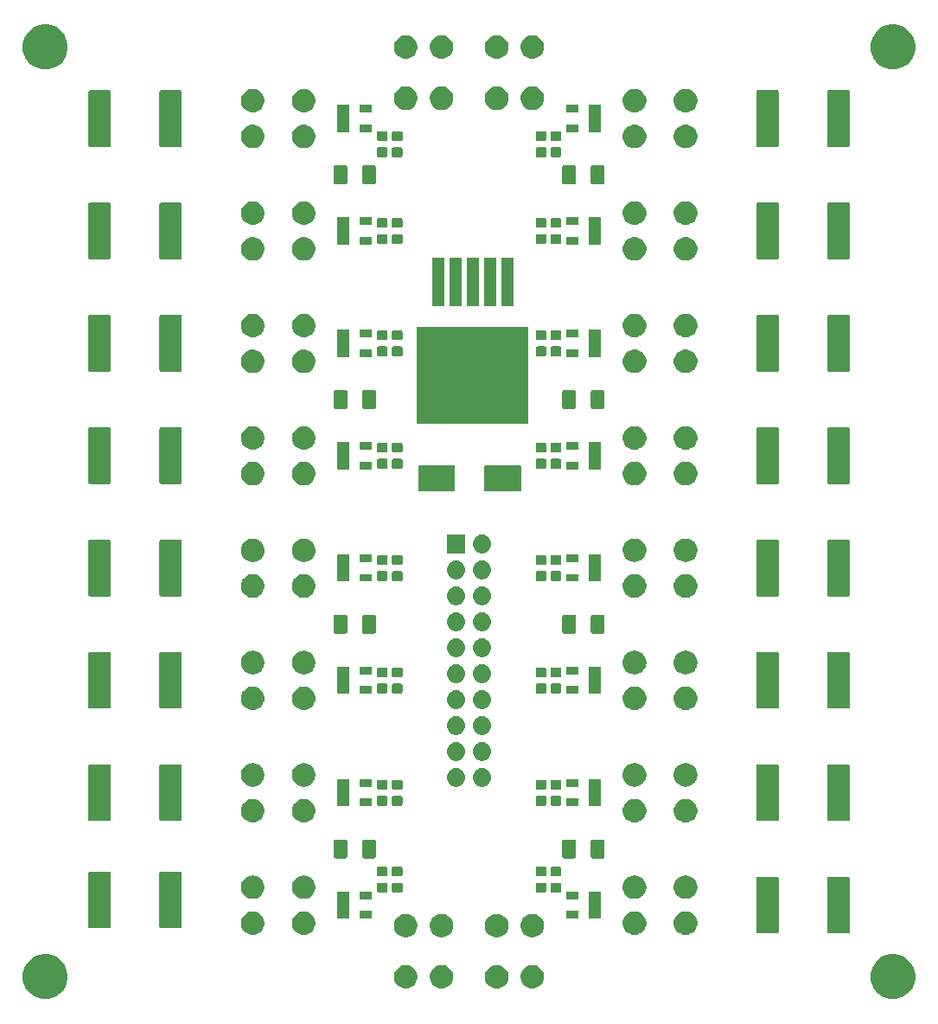
<source format=gbr>
G04 #@! TF.GenerationSoftware,KiCad,Pcbnew,(5.1.0)-1*
G04 #@! TF.CreationDate,2021-05-24T17:24:59+02:00*
G04 #@! TF.ProjectId,Magnetsteuerung,4d61676e-6574-4737-9465-756572756e67,rev?*
G04 #@! TF.SameCoordinates,Original*
G04 #@! TF.FileFunction,Soldermask,Bot*
G04 #@! TF.FilePolarity,Negative*
%FSLAX46Y46*%
G04 Gerber Fmt 4.6, Leading zero omitted, Abs format (unit mm)*
G04 Created by KiCad (PCBNEW (5.1.0)-1) date 2021-05-24 17:24:59*
%MOMM*%
%LPD*%
G04 APERTURE LIST*
%ADD10C,0.100000*%
G04 APERTURE END LIST*
D10*
G36*
X177142007Y-124383582D02*
G01*
X177542563Y-124549498D01*
X177542565Y-124549499D01*
X177903056Y-124790371D01*
X178209629Y-125096944D01*
X178378047Y-125349000D01*
X178450502Y-125457437D01*
X178616418Y-125857993D01*
X178701000Y-126283219D01*
X178701000Y-126716781D01*
X178616418Y-127142007D01*
X178459846Y-127520004D01*
X178450501Y-127542565D01*
X178209629Y-127903056D01*
X177903056Y-128209629D01*
X177542565Y-128450501D01*
X177542564Y-128450502D01*
X177542563Y-128450502D01*
X177142007Y-128616418D01*
X176716781Y-128701000D01*
X176283219Y-128701000D01*
X175857993Y-128616418D01*
X175457437Y-128450502D01*
X175457436Y-128450502D01*
X175457435Y-128450501D01*
X175096944Y-128209629D01*
X174790371Y-127903056D01*
X174549499Y-127542565D01*
X174540154Y-127520004D01*
X174383582Y-127142007D01*
X174299000Y-126716781D01*
X174299000Y-126283219D01*
X174383582Y-125857993D01*
X174549498Y-125457437D01*
X174621953Y-125349000D01*
X174790371Y-125096944D01*
X175096944Y-124790371D01*
X175457435Y-124549499D01*
X175457437Y-124549498D01*
X175857993Y-124383582D01*
X176283219Y-124299000D01*
X176716781Y-124299000D01*
X177142007Y-124383582D01*
X177142007Y-124383582D01*
G37*
G36*
X94142007Y-124383582D02*
G01*
X94542563Y-124549498D01*
X94542565Y-124549499D01*
X94903056Y-124790371D01*
X95209629Y-125096944D01*
X95378047Y-125349000D01*
X95450502Y-125457437D01*
X95616418Y-125857993D01*
X95701000Y-126283219D01*
X95701000Y-126716781D01*
X95616418Y-127142007D01*
X95459846Y-127520004D01*
X95450501Y-127542565D01*
X95209629Y-127903056D01*
X94903056Y-128209629D01*
X94542565Y-128450501D01*
X94542564Y-128450502D01*
X94542563Y-128450502D01*
X94142007Y-128616418D01*
X93716781Y-128701000D01*
X93283219Y-128701000D01*
X92857993Y-128616418D01*
X92457437Y-128450502D01*
X92457436Y-128450502D01*
X92457435Y-128450501D01*
X92096944Y-128209629D01*
X91790371Y-127903056D01*
X91549499Y-127542565D01*
X91540154Y-127520004D01*
X91383582Y-127142007D01*
X91299000Y-126716781D01*
X91299000Y-126283219D01*
X91383582Y-125857993D01*
X91549498Y-125457437D01*
X91621953Y-125349000D01*
X91790371Y-125096944D01*
X92096944Y-124790371D01*
X92457435Y-124549499D01*
X92457437Y-124549498D01*
X92857993Y-124383582D01*
X93283219Y-124299000D01*
X93716781Y-124299000D01*
X94142007Y-124383582D01*
X94142007Y-124383582D01*
G37*
G36*
X129024549Y-125371116D02*
G01*
X129135734Y-125393232D01*
X129345203Y-125479997D01*
X129533720Y-125605960D01*
X129694040Y-125766280D01*
X129820003Y-125954797D01*
X129906768Y-126164266D01*
X129951000Y-126386636D01*
X129951000Y-126613364D01*
X129906768Y-126835734D01*
X129820003Y-127045203D01*
X129694040Y-127233720D01*
X129533720Y-127394040D01*
X129345203Y-127520003D01*
X129135734Y-127606768D01*
X129024549Y-127628884D01*
X128913365Y-127651000D01*
X128686635Y-127651000D01*
X128575451Y-127628884D01*
X128464266Y-127606768D01*
X128254797Y-127520003D01*
X128066280Y-127394040D01*
X127905960Y-127233720D01*
X127779997Y-127045203D01*
X127693232Y-126835734D01*
X127649000Y-126613364D01*
X127649000Y-126386636D01*
X127693232Y-126164266D01*
X127779997Y-125954797D01*
X127905960Y-125766280D01*
X128066280Y-125605960D01*
X128254797Y-125479997D01*
X128464266Y-125393232D01*
X128575451Y-125371116D01*
X128686635Y-125349000D01*
X128913365Y-125349000D01*
X129024549Y-125371116D01*
X129024549Y-125371116D01*
G37*
G36*
X132524549Y-125371116D02*
G01*
X132635734Y-125393232D01*
X132845203Y-125479997D01*
X133033720Y-125605960D01*
X133194040Y-125766280D01*
X133320003Y-125954797D01*
X133406768Y-126164266D01*
X133451000Y-126386636D01*
X133451000Y-126613364D01*
X133406768Y-126835734D01*
X133320003Y-127045203D01*
X133194040Y-127233720D01*
X133033720Y-127394040D01*
X132845203Y-127520003D01*
X132635734Y-127606768D01*
X132524549Y-127628884D01*
X132413365Y-127651000D01*
X132186635Y-127651000D01*
X132075451Y-127628884D01*
X131964266Y-127606768D01*
X131754797Y-127520003D01*
X131566280Y-127394040D01*
X131405960Y-127233720D01*
X131279997Y-127045203D01*
X131193232Y-126835734D01*
X131149000Y-126613364D01*
X131149000Y-126386636D01*
X131193232Y-126164266D01*
X131279997Y-125954797D01*
X131405960Y-125766280D01*
X131566280Y-125605960D01*
X131754797Y-125479997D01*
X131964266Y-125393232D01*
X132075451Y-125371116D01*
X132186635Y-125349000D01*
X132413365Y-125349000D01*
X132524549Y-125371116D01*
X132524549Y-125371116D01*
G37*
G36*
X141424549Y-125371116D02*
G01*
X141535734Y-125393232D01*
X141745203Y-125479997D01*
X141933720Y-125605960D01*
X142094040Y-125766280D01*
X142220003Y-125954797D01*
X142306768Y-126164266D01*
X142351000Y-126386636D01*
X142351000Y-126613364D01*
X142306768Y-126835734D01*
X142220003Y-127045203D01*
X142094040Y-127233720D01*
X141933720Y-127394040D01*
X141745203Y-127520003D01*
X141535734Y-127606768D01*
X141424549Y-127628884D01*
X141313365Y-127651000D01*
X141086635Y-127651000D01*
X140975451Y-127628884D01*
X140864266Y-127606768D01*
X140654797Y-127520003D01*
X140466280Y-127394040D01*
X140305960Y-127233720D01*
X140179997Y-127045203D01*
X140093232Y-126835734D01*
X140049000Y-126613364D01*
X140049000Y-126386636D01*
X140093232Y-126164266D01*
X140179997Y-125954797D01*
X140305960Y-125766280D01*
X140466280Y-125605960D01*
X140654797Y-125479997D01*
X140864266Y-125393232D01*
X140975451Y-125371116D01*
X141086635Y-125349000D01*
X141313365Y-125349000D01*
X141424549Y-125371116D01*
X141424549Y-125371116D01*
G37*
G36*
X137924549Y-125371116D02*
G01*
X138035734Y-125393232D01*
X138245203Y-125479997D01*
X138433720Y-125605960D01*
X138594040Y-125766280D01*
X138720003Y-125954797D01*
X138806768Y-126164266D01*
X138851000Y-126386636D01*
X138851000Y-126613364D01*
X138806768Y-126835734D01*
X138720003Y-127045203D01*
X138594040Y-127233720D01*
X138433720Y-127394040D01*
X138245203Y-127520003D01*
X138035734Y-127606768D01*
X137924549Y-127628884D01*
X137813365Y-127651000D01*
X137586635Y-127651000D01*
X137475451Y-127628884D01*
X137364266Y-127606768D01*
X137154797Y-127520003D01*
X136966280Y-127394040D01*
X136805960Y-127233720D01*
X136679997Y-127045203D01*
X136593232Y-126835734D01*
X136549000Y-126613364D01*
X136549000Y-126386636D01*
X136593232Y-126164266D01*
X136679997Y-125954797D01*
X136805960Y-125766280D01*
X136966280Y-125605960D01*
X137154797Y-125479997D01*
X137364266Y-125393232D01*
X137475451Y-125371116D01*
X137586635Y-125349000D01*
X137813365Y-125349000D01*
X137924549Y-125371116D01*
X137924549Y-125371116D01*
G37*
G36*
X129024549Y-120371116D02*
G01*
X129135734Y-120393232D01*
X129345203Y-120479997D01*
X129533720Y-120605960D01*
X129694040Y-120766280D01*
X129820003Y-120954797D01*
X129906768Y-121164266D01*
X129951000Y-121386636D01*
X129951000Y-121613364D01*
X129906768Y-121835734D01*
X129820003Y-122045203D01*
X129694040Y-122233720D01*
X129533720Y-122394040D01*
X129345203Y-122520003D01*
X129135734Y-122606768D01*
X129024549Y-122628884D01*
X128913365Y-122651000D01*
X128686635Y-122651000D01*
X128575451Y-122628884D01*
X128464266Y-122606768D01*
X128254797Y-122520003D01*
X128066280Y-122394040D01*
X127905960Y-122233720D01*
X127779997Y-122045203D01*
X127693232Y-121835734D01*
X127649000Y-121613364D01*
X127649000Y-121386636D01*
X127693232Y-121164266D01*
X127779997Y-120954797D01*
X127905960Y-120766280D01*
X128066280Y-120605960D01*
X128254797Y-120479997D01*
X128464266Y-120393232D01*
X128575451Y-120371116D01*
X128686635Y-120349000D01*
X128913365Y-120349000D01*
X129024549Y-120371116D01*
X129024549Y-120371116D01*
G37*
G36*
X132524549Y-120371116D02*
G01*
X132635734Y-120393232D01*
X132845203Y-120479997D01*
X133033720Y-120605960D01*
X133194040Y-120766280D01*
X133320003Y-120954797D01*
X133406768Y-121164266D01*
X133451000Y-121386636D01*
X133451000Y-121613364D01*
X133406768Y-121835734D01*
X133320003Y-122045203D01*
X133194040Y-122233720D01*
X133033720Y-122394040D01*
X132845203Y-122520003D01*
X132635734Y-122606768D01*
X132524549Y-122628884D01*
X132413365Y-122651000D01*
X132186635Y-122651000D01*
X132075451Y-122628884D01*
X131964266Y-122606768D01*
X131754797Y-122520003D01*
X131566280Y-122394040D01*
X131405960Y-122233720D01*
X131279997Y-122045203D01*
X131193232Y-121835734D01*
X131149000Y-121613364D01*
X131149000Y-121386636D01*
X131193232Y-121164266D01*
X131279997Y-120954797D01*
X131405960Y-120766280D01*
X131566280Y-120605960D01*
X131754797Y-120479997D01*
X131964266Y-120393232D01*
X132075451Y-120371116D01*
X132186635Y-120349000D01*
X132413365Y-120349000D01*
X132524549Y-120371116D01*
X132524549Y-120371116D01*
G37*
G36*
X141424549Y-120371116D02*
G01*
X141535734Y-120393232D01*
X141745203Y-120479997D01*
X141933720Y-120605960D01*
X142094040Y-120766280D01*
X142220003Y-120954797D01*
X142306768Y-121164266D01*
X142351000Y-121386636D01*
X142351000Y-121613364D01*
X142306768Y-121835734D01*
X142220003Y-122045203D01*
X142094040Y-122233720D01*
X141933720Y-122394040D01*
X141745203Y-122520003D01*
X141535734Y-122606768D01*
X141424549Y-122628884D01*
X141313365Y-122651000D01*
X141086635Y-122651000D01*
X140975451Y-122628884D01*
X140864266Y-122606768D01*
X140654797Y-122520003D01*
X140466280Y-122394040D01*
X140305960Y-122233720D01*
X140179997Y-122045203D01*
X140093232Y-121835734D01*
X140049000Y-121613364D01*
X140049000Y-121386636D01*
X140093232Y-121164266D01*
X140179997Y-120954797D01*
X140305960Y-120766280D01*
X140466280Y-120605960D01*
X140654797Y-120479997D01*
X140864266Y-120393232D01*
X140975451Y-120371116D01*
X141086635Y-120349000D01*
X141313365Y-120349000D01*
X141424549Y-120371116D01*
X141424549Y-120371116D01*
G37*
G36*
X137924549Y-120371116D02*
G01*
X138035734Y-120393232D01*
X138245203Y-120479997D01*
X138433720Y-120605960D01*
X138594040Y-120766280D01*
X138720003Y-120954797D01*
X138806768Y-121164266D01*
X138851000Y-121386636D01*
X138851000Y-121613364D01*
X138806768Y-121835734D01*
X138720003Y-122045203D01*
X138594040Y-122233720D01*
X138433720Y-122394040D01*
X138245203Y-122520003D01*
X138035734Y-122606768D01*
X137924549Y-122628884D01*
X137813365Y-122651000D01*
X137586635Y-122651000D01*
X137475451Y-122628884D01*
X137364266Y-122606768D01*
X137154797Y-122520003D01*
X136966280Y-122394040D01*
X136805960Y-122233720D01*
X136679997Y-122045203D01*
X136593232Y-121835734D01*
X136549000Y-121613364D01*
X136549000Y-121386636D01*
X136593232Y-121164266D01*
X136679997Y-120954797D01*
X136805960Y-120766280D01*
X136966280Y-120605960D01*
X137154797Y-120479997D01*
X137364266Y-120393232D01*
X137475451Y-120371116D01*
X137586635Y-120349000D01*
X137813365Y-120349000D01*
X137924549Y-120371116D01*
X137924549Y-120371116D01*
G37*
G36*
X114024549Y-120121116D02*
G01*
X114135734Y-120143232D01*
X114345203Y-120229997D01*
X114533720Y-120355960D01*
X114694040Y-120516280D01*
X114820003Y-120704797D01*
X114906768Y-120914266D01*
X114951000Y-121136636D01*
X114951000Y-121363364D01*
X114906768Y-121585734D01*
X114820003Y-121795203D01*
X114694040Y-121983720D01*
X114533720Y-122144040D01*
X114345203Y-122270003D01*
X114345202Y-122270004D01*
X114345201Y-122270004D01*
X114339899Y-122272200D01*
X114135734Y-122356768D01*
X114024549Y-122378884D01*
X113913365Y-122401000D01*
X113686635Y-122401000D01*
X113575451Y-122378884D01*
X113464266Y-122356768D01*
X113260101Y-122272200D01*
X113254799Y-122270004D01*
X113254798Y-122270004D01*
X113254797Y-122270003D01*
X113066280Y-122144040D01*
X112905960Y-121983720D01*
X112779997Y-121795203D01*
X112693232Y-121585734D01*
X112649000Y-121363364D01*
X112649000Y-121136636D01*
X112693232Y-120914266D01*
X112779997Y-120704797D01*
X112905960Y-120516280D01*
X113066280Y-120355960D01*
X113254797Y-120229997D01*
X113464266Y-120143232D01*
X113575451Y-120121116D01*
X113686635Y-120099000D01*
X113913365Y-120099000D01*
X114024549Y-120121116D01*
X114024549Y-120121116D01*
G37*
G36*
X151424549Y-120121116D02*
G01*
X151535734Y-120143232D01*
X151745203Y-120229997D01*
X151933720Y-120355960D01*
X152094040Y-120516280D01*
X152220003Y-120704797D01*
X152306768Y-120914266D01*
X152351000Y-121136636D01*
X152351000Y-121363364D01*
X152306768Y-121585734D01*
X152220003Y-121795203D01*
X152094040Y-121983720D01*
X151933720Y-122144040D01*
X151745203Y-122270003D01*
X151745202Y-122270004D01*
X151745201Y-122270004D01*
X151739899Y-122272200D01*
X151535734Y-122356768D01*
X151424549Y-122378884D01*
X151313365Y-122401000D01*
X151086635Y-122401000D01*
X150975451Y-122378884D01*
X150864266Y-122356768D01*
X150660101Y-122272200D01*
X150654799Y-122270004D01*
X150654798Y-122270004D01*
X150654797Y-122270003D01*
X150466280Y-122144040D01*
X150305960Y-121983720D01*
X150179997Y-121795203D01*
X150093232Y-121585734D01*
X150049000Y-121363364D01*
X150049000Y-121136636D01*
X150093232Y-120914266D01*
X150179997Y-120704797D01*
X150305960Y-120516280D01*
X150466280Y-120355960D01*
X150654797Y-120229997D01*
X150864266Y-120143232D01*
X150975451Y-120121116D01*
X151086635Y-120099000D01*
X151313365Y-120099000D01*
X151424549Y-120121116D01*
X151424549Y-120121116D01*
G37*
G36*
X156424549Y-120121116D02*
G01*
X156535734Y-120143232D01*
X156745203Y-120229997D01*
X156933720Y-120355960D01*
X157094040Y-120516280D01*
X157220003Y-120704797D01*
X157306768Y-120914266D01*
X157351000Y-121136636D01*
X157351000Y-121363364D01*
X157306768Y-121585734D01*
X157220003Y-121795203D01*
X157094040Y-121983720D01*
X156933720Y-122144040D01*
X156745203Y-122270003D01*
X156745202Y-122270004D01*
X156745201Y-122270004D01*
X156739899Y-122272200D01*
X156535734Y-122356768D01*
X156424549Y-122378884D01*
X156313365Y-122401000D01*
X156086635Y-122401000D01*
X155975451Y-122378884D01*
X155864266Y-122356768D01*
X155660101Y-122272200D01*
X155654799Y-122270004D01*
X155654798Y-122270004D01*
X155654797Y-122270003D01*
X155466280Y-122144040D01*
X155305960Y-121983720D01*
X155179997Y-121795203D01*
X155093232Y-121585734D01*
X155049000Y-121363364D01*
X155049000Y-121136636D01*
X155093232Y-120914266D01*
X155179997Y-120704797D01*
X155305960Y-120516280D01*
X155466280Y-120355960D01*
X155654797Y-120229997D01*
X155864266Y-120143232D01*
X155975451Y-120121116D01*
X156086635Y-120099000D01*
X156313365Y-120099000D01*
X156424549Y-120121116D01*
X156424549Y-120121116D01*
G37*
G36*
X119024549Y-120121116D02*
G01*
X119135734Y-120143232D01*
X119345203Y-120229997D01*
X119533720Y-120355960D01*
X119694040Y-120516280D01*
X119820003Y-120704797D01*
X119906768Y-120914266D01*
X119951000Y-121136636D01*
X119951000Y-121363364D01*
X119906768Y-121585734D01*
X119820003Y-121795203D01*
X119694040Y-121983720D01*
X119533720Y-122144040D01*
X119345203Y-122270003D01*
X119345202Y-122270004D01*
X119345201Y-122270004D01*
X119339899Y-122272200D01*
X119135734Y-122356768D01*
X119024549Y-122378884D01*
X118913365Y-122401000D01*
X118686635Y-122401000D01*
X118575451Y-122378884D01*
X118464266Y-122356768D01*
X118260101Y-122272200D01*
X118254799Y-122270004D01*
X118254798Y-122270004D01*
X118254797Y-122270003D01*
X118066280Y-122144040D01*
X117905960Y-121983720D01*
X117779997Y-121795203D01*
X117693232Y-121585734D01*
X117649000Y-121363364D01*
X117649000Y-121136636D01*
X117693232Y-120914266D01*
X117779997Y-120704797D01*
X117905960Y-120516280D01*
X118066280Y-120355960D01*
X118254797Y-120229997D01*
X118464266Y-120143232D01*
X118575451Y-120121116D01*
X118686635Y-120099000D01*
X118913365Y-120099000D01*
X119024549Y-120121116D01*
X119024549Y-120121116D01*
G37*
G36*
X165191536Y-116727800D02*
G01*
X165222738Y-116737265D01*
X165251486Y-116752631D01*
X165276687Y-116773313D01*
X165297369Y-116798514D01*
X165312735Y-116827262D01*
X165322200Y-116858464D01*
X165326000Y-116897046D01*
X165326000Y-122102954D01*
X165322200Y-122141536D01*
X165312735Y-122172738D01*
X165297369Y-122201486D01*
X165276687Y-122226687D01*
X165251486Y-122247369D01*
X165222738Y-122262735D01*
X165191536Y-122272200D01*
X165152954Y-122276000D01*
X163297046Y-122276000D01*
X163258464Y-122272200D01*
X163227262Y-122262735D01*
X163198514Y-122247369D01*
X163173313Y-122226687D01*
X163152631Y-122201486D01*
X163137265Y-122172738D01*
X163127800Y-122141536D01*
X163124000Y-122102954D01*
X163124000Y-116897046D01*
X163127800Y-116858464D01*
X163137265Y-116827262D01*
X163152631Y-116798514D01*
X163173313Y-116773313D01*
X163198514Y-116752631D01*
X163227262Y-116737265D01*
X163258464Y-116727800D01*
X163297046Y-116724000D01*
X165152954Y-116724000D01*
X165191536Y-116727800D01*
X165191536Y-116727800D01*
G37*
G36*
X172141536Y-116727800D02*
G01*
X172172738Y-116737265D01*
X172201486Y-116752631D01*
X172226687Y-116773313D01*
X172247369Y-116798514D01*
X172262735Y-116827262D01*
X172272200Y-116858464D01*
X172276000Y-116897046D01*
X172276000Y-122102954D01*
X172272200Y-122141536D01*
X172262735Y-122172738D01*
X172247369Y-122201486D01*
X172226687Y-122226687D01*
X172201486Y-122247369D01*
X172172738Y-122262735D01*
X172141536Y-122272200D01*
X172102954Y-122276000D01*
X170247046Y-122276000D01*
X170208464Y-122272200D01*
X170177262Y-122262735D01*
X170148514Y-122247369D01*
X170123313Y-122226687D01*
X170102631Y-122201486D01*
X170087265Y-122172738D01*
X170077800Y-122141536D01*
X170074000Y-122102954D01*
X170074000Y-116897046D01*
X170077800Y-116858464D01*
X170087265Y-116827262D01*
X170102631Y-116798514D01*
X170123313Y-116773313D01*
X170148514Y-116752631D01*
X170177262Y-116737265D01*
X170208464Y-116727800D01*
X170247046Y-116724000D01*
X172102954Y-116724000D01*
X172141536Y-116727800D01*
X172141536Y-116727800D01*
G37*
G36*
X106741536Y-116227800D02*
G01*
X106772738Y-116237265D01*
X106801486Y-116252631D01*
X106826687Y-116273313D01*
X106847369Y-116298514D01*
X106862735Y-116327262D01*
X106872200Y-116358464D01*
X106876000Y-116397046D01*
X106876000Y-121602954D01*
X106872200Y-121641536D01*
X106862735Y-121672738D01*
X106847369Y-121701486D01*
X106826687Y-121726687D01*
X106801486Y-121747369D01*
X106772738Y-121762735D01*
X106741536Y-121772200D01*
X106702954Y-121776000D01*
X104847046Y-121776000D01*
X104808464Y-121772200D01*
X104777262Y-121762735D01*
X104748514Y-121747369D01*
X104723313Y-121726687D01*
X104702631Y-121701486D01*
X104687265Y-121672738D01*
X104677800Y-121641536D01*
X104674000Y-121602954D01*
X104674000Y-116397046D01*
X104677800Y-116358464D01*
X104687265Y-116327262D01*
X104702631Y-116298514D01*
X104723313Y-116273313D01*
X104748514Y-116252631D01*
X104777262Y-116237265D01*
X104808464Y-116227800D01*
X104847046Y-116224000D01*
X106702954Y-116224000D01*
X106741536Y-116227800D01*
X106741536Y-116227800D01*
G37*
G36*
X99791536Y-116227800D02*
G01*
X99822738Y-116237265D01*
X99851486Y-116252631D01*
X99876687Y-116273313D01*
X99897369Y-116298514D01*
X99912735Y-116327262D01*
X99922200Y-116358464D01*
X99926000Y-116397046D01*
X99926000Y-121602954D01*
X99922200Y-121641536D01*
X99912735Y-121672738D01*
X99897369Y-121701486D01*
X99876687Y-121726687D01*
X99851486Y-121747369D01*
X99822738Y-121762735D01*
X99791536Y-121772200D01*
X99752954Y-121776000D01*
X97897046Y-121776000D01*
X97858464Y-121772200D01*
X97827262Y-121762735D01*
X97798514Y-121747369D01*
X97773313Y-121726687D01*
X97752631Y-121701486D01*
X97737265Y-121672738D01*
X97727800Y-121641536D01*
X97724000Y-121602954D01*
X97724000Y-116397046D01*
X97727800Y-116358464D01*
X97737265Y-116327262D01*
X97752631Y-116298514D01*
X97773313Y-116273313D01*
X97798514Y-116252631D01*
X97827262Y-116237265D01*
X97858464Y-116227800D01*
X97897046Y-116224000D01*
X99752954Y-116224000D01*
X99791536Y-116227800D01*
X99791536Y-116227800D01*
G37*
G36*
X125481000Y-120826000D02*
G01*
X124319000Y-120826000D01*
X124319000Y-120074000D01*
X125481000Y-120074000D01*
X125481000Y-120826000D01*
X125481000Y-120826000D01*
G37*
G36*
X145681000Y-120826000D02*
G01*
X144519000Y-120826000D01*
X144519000Y-120074000D01*
X145681000Y-120074000D01*
X145681000Y-120826000D01*
X145681000Y-120826000D01*
G37*
G36*
X147881000Y-120826000D02*
G01*
X146719000Y-120826000D01*
X146719000Y-118174000D01*
X147881000Y-118174000D01*
X147881000Y-120826000D01*
X147881000Y-120826000D01*
G37*
G36*
X123281000Y-120826000D02*
G01*
X122119000Y-120826000D01*
X122119000Y-118174000D01*
X123281000Y-118174000D01*
X123281000Y-120826000D01*
X123281000Y-120826000D01*
G37*
G36*
X145681000Y-118926000D02*
G01*
X144519000Y-118926000D01*
X144519000Y-118174000D01*
X145681000Y-118174000D01*
X145681000Y-118926000D01*
X145681000Y-118926000D01*
G37*
G36*
X125481000Y-118926000D02*
G01*
X124319000Y-118926000D01*
X124319000Y-118174000D01*
X125481000Y-118174000D01*
X125481000Y-118926000D01*
X125481000Y-118926000D01*
G37*
G36*
X114024549Y-116621116D02*
G01*
X114135734Y-116643232D01*
X114200034Y-116669866D01*
X114342886Y-116729037D01*
X114345203Y-116729997D01*
X114533720Y-116855960D01*
X114694040Y-117016280D01*
X114820003Y-117204797D01*
X114906768Y-117414266D01*
X114951000Y-117636636D01*
X114951000Y-117863364D01*
X114906768Y-118085734D01*
X114820003Y-118295203D01*
X114694040Y-118483720D01*
X114533720Y-118644040D01*
X114345203Y-118770003D01*
X114135734Y-118856768D01*
X114024549Y-118878884D01*
X113913365Y-118901000D01*
X113686635Y-118901000D01*
X113575451Y-118878884D01*
X113464266Y-118856768D01*
X113254797Y-118770003D01*
X113066280Y-118644040D01*
X112905960Y-118483720D01*
X112779997Y-118295203D01*
X112693232Y-118085734D01*
X112649000Y-117863364D01*
X112649000Y-117636636D01*
X112693232Y-117414266D01*
X112779997Y-117204797D01*
X112905960Y-117016280D01*
X113066280Y-116855960D01*
X113254797Y-116729997D01*
X113257115Y-116729037D01*
X113399966Y-116669866D01*
X113464266Y-116643232D01*
X113575451Y-116621116D01*
X113686635Y-116599000D01*
X113913365Y-116599000D01*
X114024549Y-116621116D01*
X114024549Y-116621116D01*
G37*
G36*
X119024549Y-116621116D02*
G01*
X119135734Y-116643232D01*
X119200034Y-116669866D01*
X119342886Y-116729037D01*
X119345203Y-116729997D01*
X119533720Y-116855960D01*
X119694040Y-117016280D01*
X119820003Y-117204797D01*
X119906768Y-117414266D01*
X119951000Y-117636636D01*
X119951000Y-117863364D01*
X119906768Y-118085734D01*
X119820003Y-118295203D01*
X119694040Y-118483720D01*
X119533720Y-118644040D01*
X119345203Y-118770003D01*
X119135734Y-118856768D01*
X119024549Y-118878884D01*
X118913365Y-118901000D01*
X118686635Y-118901000D01*
X118575451Y-118878884D01*
X118464266Y-118856768D01*
X118254797Y-118770003D01*
X118066280Y-118644040D01*
X117905960Y-118483720D01*
X117779997Y-118295203D01*
X117693232Y-118085734D01*
X117649000Y-117863364D01*
X117649000Y-117636636D01*
X117693232Y-117414266D01*
X117779997Y-117204797D01*
X117905960Y-117016280D01*
X118066280Y-116855960D01*
X118254797Y-116729997D01*
X118257115Y-116729037D01*
X118399966Y-116669866D01*
X118464266Y-116643232D01*
X118575451Y-116621116D01*
X118686635Y-116599000D01*
X118913365Y-116599000D01*
X119024549Y-116621116D01*
X119024549Y-116621116D01*
G37*
G36*
X151424549Y-116621116D02*
G01*
X151535734Y-116643232D01*
X151600034Y-116669866D01*
X151742886Y-116729037D01*
X151745203Y-116729997D01*
X151933720Y-116855960D01*
X152094040Y-117016280D01*
X152220003Y-117204797D01*
X152306768Y-117414266D01*
X152351000Y-117636636D01*
X152351000Y-117863364D01*
X152306768Y-118085734D01*
X152220003Y-118295203D01*
X152094040Y-118483720D01*
X151933720Y-118644040D01*
X151745203Y-118770003D01*
X151535734Y-118856768D01*
X151424549Y-118878884D01*
X151313365Y-118901000D01*
X151086635Y-118901000D01*
X150975451Y-118878884D01*
X150864266Y-118856768D01*
X150654797Y-118770003D01*
X150466280Y-118644040D01*
X150305960Y-118483720D01*
X150179997Y-118295203D01*
X150093232Y-118085734D01*
X150049000Y-117863364D01*
X150049000Y-117636636D01*
X150093232Y-117414266D01*
X150179997Y-117204797D01*
X150305960Y-117016280D01*
X150466280Y-116855960D01*
X150654797Y-116729997D01*
X150657115Y-116729037D01*
X150799966Y-116669866D01*
X150864266Y-116643232D01*
X150975451Y-116621116D01*
X151086635Y-116599000D01*
X151313365Y-116599000D01*
X151424549Y-116621116D01*
X151424549Y-116621116D01*
G37*
G36*
X156424549Y-116621116D02*
G01*
X156535734Y-116643232D01*
X156600034Y-116669866D01*
X156742886Y-116729037D01*
X156745203Y-116729997D01*
X156933720Y-116855960D01*
X157094040Y-117016280D01*
X157220003Y-117204797D01*
X157306768Y-117414266D01*
X157351000Y-117636636D01*
X157351000Y-117863364D01*
X157306768Y-118085734D01*
X157220003Y-118295203D01*
X157094040Y-118483720D01*
X156933720Y-118644040D01*
X156745203Y-118770003D01*
X156535734Y-118856768D01*
X156424549Y-118878884D01*
X156313365Y-118901000D01*
X156086635Y-118901000D01*
X155975451Y-118878884D01*
X155864266Y-118856768D01*
X155654797Y-118770003D01*
X155466280Y-118644040D01*
X155305960Y-118483720D01*
X155179997Y-118295203D01*
X155093232Y-118085734D01*
X155049000Y-117863364D01*
X155049000Y-117636636D01*
X155093232Y-117414266D01*
X155179997Y-117204797D01*
X155305960Y-117016280D01*
X155466280Y-116855960D01*
X155654797Y-116729997D01*
X155657115Y-116729037D01*
X155799966Y-116669866D01*
X155864266Y-116643232D01*
X155975451Y-116621116D01*
X156086635Y-116599000D01*
X156313365Y-116599000D01*
X156424549Y-116621116D01*
X156424549Y-116621116D01*
G37*
G36*
X128339591Y-117303085D02*
G01*
X128373569Y-117313393D01*
X128404890Y-117330134D01*
X128432339Y-117352661D01*
X128454866Y-117380110D01*
X128471607Y-117411431D01*
X128481915Y-117445409D01*
X128486000Y-117486890D01*
X128486000Y-118088110D01*
X128481915Y-118129591D01*
X128471607Y-118163569D01*
X128454866Y-118194890D01*
X128432339Y-118222339D01*
X128404890Y-118244866D01*
X128373569Y-118261607D01*
X128339591Y-118271915D01*
X128298110Y-118276000D01*
X127621890Y-118276000D01*
X127580409Y-118271915D01*
X127546431Y-118261607D01*
X127515110Y-118244866D01*
X127487661Y-118222339D01*
X127465134Y-118194890D01*
X127448393Y-118163569D01*
X127438085Y-118129591D01*
X127434000Y-118088110D01*
X127434000Y-117486890D01*
X127438085Y-117445409D01*
X127448393Y-117411431D01*
X127465134Y-117380110D01*
X127487661Y-117352661D01*
X127515110Y-117330134D01*
X127546431Y-117313393D01*
X127580409Y-117303085D01*
X127621890Y-117299000D01*
X128298110Y-117299000D01*
X128339591Y-117303085D01*
X128339591Y-117303085D01*
G37*
G36*
X143879591Y-117303085D02*
G01*
X143913569Y-117313393D01*
X143944890Y-117330134D01*
X143972339Y-117352661D01*
X143994866Y-117380110D01*
X144011607Y-117411431D01*
X144021915Y-117445409D01*
X144026000Y-117486890D01*
X144026000Y-118088110D01*
X144021915Y-118129591D01*
X144011607Y-118163569D01*
X143994866Y-118194890D01*
X143972339Y-118222339D01*
X143944890Y-118244866D01*
X143913569Y-118261607D01*
X143879591Y-118271915D01*
X143838110Y-118276000D01*
X143161890Y-118276000D01*
X143120409Y-118271915D01*
X143086431Y-118261607D01*
X143055110Y-118244866D01*
X143027661Y-118222339D01*
X143005134Y-118194890D01*
X142988393Y-118163569D01*
X142978085Y-118129591D01*
X142974000Y-118088110D01*
X142974000Y-117486890D01*
X142978085Y-117445409D01*
X142988393Y-117411431D01*
X143005134Y-117380110D01*
X143027661Y-117352661D01*
X143055110Y-117330134D01*
X143086431Y-117313393D01*
X143120409Y-117303085D01*
X143161890Y-117299000D01*
X143838110Y-117299000D01*
X143879591Y-117303085D01*
X143879591Y-117303085D01*
G37*
G36*
X126879591Y-117303085D02*
G01*
X126913569Y-117313393D01*
X126944890Y-117330134D01*
X126972339Y-117352661D01*
X126994866Y-117380110D01*
X127011607Y-117411431D01*
X127021915Y-117445409D01*
X127026000Y-117486890D01*
X127026000Y-118088110D01*
X127021915Y-118129591D01*
X127011607Y-118163569D01*
X126994866Y-118194890D01*
X126972339Y-118222339D01*
X126944890Y-118244866D01*
X126913569Y-118261607D01*
X126879591Y-118271915D01*
X126838110Y-118276000D01*
X126161890Y-118276000D01*
X126120409Y-118271915D01*
X126086431Y-118261607D01*
X126055110Y-118244866D01*
X126027661Y-118222339D01*
X126005134Y-118194890D01*
X125988393Y-118163569D01*
X125978085Y-118129591D01*
X125974000Y-118088110D01*
X125974000Y-117486890D01*
X125978085Y-117445409D01*
X125988393Y-117411431D01*
X126005134Y-117380110D01*
X126027661Y-117352661D01*
X126055110Y-117330134D01*
X126086431Y-117313393D01*
X126120409Y-117303085D01*
X126161890Y-117299000D01*
X126838110Y-117299000D01*
X126879591Y-117303085D01*
X126879591Y-117303085D01*
G37*
G36*
X142419591Y-117303085D02*
G01*
X142453569Y-117313393D01*
X142484890Y-117330134D01*
X142512339Y-117352661D01*
X142534866Y-117380110D01*
X142551607Y-117411431D01*
X142561915Y-117445409D01*
X142566000Y-117486890D01*
X142566000Y-118088110D01*
X142561915Y-118129591D01*
X142551607Y-118163569D01*
X142534866Y-118194890D01*
X142512339Y-118222339D01*
X142484890Y-118244866D01*
X142453569Y-118261607D01*
X142419591Y-118271915D01*
X142378110Y-118276000D01*
X141701890Y-118276000D01*
X141660409Y-118271915D01*
X141626431Y-118261607D01*
X141595110Y-118244866D01*
X141567661Y-118222339D01*
X141545134Y-118194890D01*
X141528393Y-118163569D01*
X141518085Y-118129591D01*
X141514000Y-118088110D01*
X141514000Y-117486890D01*
X141518085Y-117445409D01*
X141528393Y-117411431D01*
X141545134Y-117380110D01*
X141567661Y-117352661D01*
X141595110Y-117330134D01*
X141626431Y-117313393D01*
X141660409Y-117303085D01*
X141701890Y-117299000D01*
X142378110Y-117299000D01*
X142419591Y-117303085D01*
X142419591Y-117303085D01*
G37*
G36*
X143879591Y-115728085D02*
G01*
X143913569Y-115738393D01*
X143944890Y-115755134D01*
X143972339Y-115777661D01*
X143994866Y-115805110D01*
X144011607Y-115836431D01*
X144021915Y-115870409D01*
X144026000Y-115911890D01*
X144026000Y-116513110D01*
X144021915Y-116554591D01*
X144011607Y-116588569D01*
X143994866Y-116619890D01*
X143972339Y-116647339D01*
X143944890Y-116669866D01*
X143913569Y-116686607D01*
X143879591Y-116696915D01*
X143838110Y-116701000D01*
X143161890Y-116701000D01*
X143120409Y-116696915D01*
X143086431Y-116686607D01*
X143055110Y-116669866D01*
X143027661Y-116647339D01*
X143005134Y-116619890D01*
X142988393Y-116588569D01*
X142978085Y-116554591D01*
X142974000Y-116513110D01*
X142974000Y-115911890D01*
X142978085Y-115870409D01*
X142988393Y-115836431D01*
X143005134Y-115805110D01*
X143027661Y-115777661D01*
X143055110Y-115755134D01*
X143086431Y-115738393D01*
X143120409Y-115728085D01*
X143161890Y-115724000D01*
X143838110Y-115724000D01*
X143879591Y-115728085D01*
X143879591Y-115728085D01*
G37*
G36*
X142419591Y-115728085D02*
G01*
X142453569Y-115738393D01*
X142484890Y-115755134D01*
X142512339Y-115777661D01*
X142534866Y-115805110D01*
X142551607Y-115836431D01*
X142561915Y-115870409D01*
X142566000Y-115911890D01*
X142566000Y-116513110D01*
X142561915Y-116554591D01*
X142551607Y-116588569D01*
X142534866Y-116619890D01*
X142512339Y-116647339D01*
X142484890Y-116669866D01*
X142453569Y-116686607D01*
X142419591Y-116696915D01*
X142378110Y-116701000D01*
X141701890Y-116701000D01*
X141660409Y-116696915D01*
X141626431Y-116686607D01*
X141595110Y-116669866D01*
X141567661Y-116647339D01*
X141545134Y-116619890D01*
X141528393Y-116588569D01*
X141518085Y-116554591D01*
X141514000Y-116513110D01*
X141514000Y-115911890D01*
X141518085Y-115870409D01*
X141528393Y-115836431D01*
X141545134Y-115805110D01*
X141567661Y-115777661D01*
X141595110Y-115755134D01*
X141626431Y-115738393D01*
X141660409Y-115728085D01*
X141701890Y-115724000D01*
X142378110Y-115724000D01*
X142419591Y-115728085D01*
X142419591Y-115728085D01*
G37*
G36*
X126879591Y-115728085D02*
G01*
X126913569Y-115738393D01*
X126944890Y-115755134D01*
X126972339Y-115777661D01*
X126994866Y-115805110D01*
X127011607Y-115836431D01*
X127021915Y-115870409D01*
X127026000Y-115911890D01*
X127026000Y-116513110D01*
X127021915Y-116554591D01*
X127011607Y-116588569D01*
X126994866Y-116619890D01*
X126972339Y-116647339D01*
X126944890Y-116669866D01*
X126913569Y-116686607D01*
X126879591Y-116696915D01*
X126838110Y-116701000D01*
X126161890Y-116701000D01*
X126120409Y-116696915D01*
X126086431Y-116686607D01*
X126055110Y-116669866D01*
X126027661Y-116647339D01*
X126005134Y-116619890D01*
X125988393Y-116588569D01*
X125978085Y-116554591D01*
X125974000Y-116513110D01*
X125974000Y-115911890D01*
X125978085Y-115870409D01*
X125988393Y-115836431D01*
X126005134Y-115805110D01*
X126027661Y-115777661D01*
X126055110Y-115755134D01*
X126086431Y-115738393D01*
X126120409Y-115728085D01*
X126161890Y-115724000D01*
X126838110Y-115724000D01*
X126879591Y-115728085D01*
X126879591Y-115728085D01*
G37*
G36*
X128339591Y-115728085D02*
G01*
X128373569Y-115738393D01*
X128404890Y-115755134D01*
X128432339Y-115777661D01*
X128454866Y-115805110D01*
X128471607Y-115836431D01*
X128481915Y-115870409D01*
X128486000Y-115911890D01*
X128486000Y-116513110D01*
X128481915Y-116554591D01*
X128471607Y-116588569D01*
X128454866Y-116619890D01*
X128432339Y-116647339D01*
X128404890Y-116669866D01*
X128373569Y-116686607D01*
X128339591Y-116696915D01*
X128298110Y-116701000D01*
X127621890Y-116701000D01*
X127580409Y-116696915D01*
X127546431Y-116686607D01*
X127515110Y-116669866D01*
X127487661Y-116647339D01*
X127465134Y-116619890D01*
X127448393Y-116588569D01*
X127438085Y-116554591D01*
X127434000Y-116513110D01*
X127434000Y-115911890D01*
X127438085Y-115870409D01*
X127448393Y-115836431D01*
X127465134Y-115805110D01*
X127487661Y-115777661D01*
X127515110Y-115755134D01*
X127546431Y-115738393D01*
X127580409Y-115728085D01*
X127621890Y-115724000D01*
X128298110Y-115724000D01*
X128339591Y-115728085D01*
X128339591Y-115728085D01*
G37*
G36*
X148118604Y-113078347D02*
G01*
X148155144Y-113089432D01*
X148188821Y-113107433D01*
X148218341Y-113131659D01*
X148242567Y-113161179D01*
X148260568Y-113194856D01*
X148271653Y-113231396D01*
X148276000Y-113275538D01*
X148276000Y-114724462D01*
X148271653Y-114768604D01*
X148260568Y-114805144D01*
X148242567Y-114838821D01*
X148218341Y-114868341D01*
X148188821Y-114892567D01*
X148155144Y-114910568D01*
X148118604Y-114921653D01*
X148074462Y-114926000D01*
X147125538Y-114926000D01*
X147081396Y-114921653D01*
X147044856Y-114910568D01*
X147011179Y-114892567D01*
X146981659Y-114868341D01*
X146957433Y-114838821D01*
X146939432Y-114805144D01*
X146928347Y-114768604D01*
X146924000Y-114724462D01*
X146924000Y-113275538D01*
X146928347Y-113231396D01*
X146939432Y-113194856D01*
X146957433Y-113161179D01*
X146981659Y-113131659D01*
X147011179Y-113107433D01*
X147044856Y-113089432D01*
X147081396Y-113078347D01*
X147125538Y-113074000D01*
X148074462Y-113074000D01*
X148118604Y-113078347D01*
X148118604Y-113078347D01*
G37*
G36*
X145318604Y-113078347D02*
G01*
X145355144Y-113089432D01*
X145388821Y-113107433D01*
X145418341Y-113131659D01*
X145442567Y-113161179D01*
X145460568Y-113194856D01*
X145471653Y-113231396D01*
X145476000Y-113275538D01*
X145476000Y-114724462D01*
X145471653Y-114768604D01*
X145460568Y-114805144D01*
X145442567Y-114838821D01*
X145418341Y-114868341D01*
X145388821Y-114892567D01*
X145355144Y-114910568D01*
X145318604Y-114921653D01*
X145274462Y-114926000D01*
X144325538Y-114926000D01*
X144281396Y-114921653D01*
X144244856Y-114910568D01*
X144211179Y-114892567D01*
X144181659Y-114868341D01*
X144157433Y-114838821D01*
X144139432Y-114805144D01*
X144128347Y-114768604D01*
X144124000Y-114724462D01*
X144124000Y-113275538D01*
X144128347Y-113231396D01*
X144139432Y-113194856D01*
X144157433Y-113161179D01*
X144181659Y-113131659D01*
X144211179Y-113107433D01*
X144244856Y-113089432D01*
X144281396Y-113078347D01*
X144325538Y-113074000D01*
X145274462Y-113074000D01*
X145318604Y-113078347D01*
X145318604Y-113078347D01*
G37*
G36*
X125718604Y-113078347D02*
G01*
X125755144Y-113089432D01*
X125788821Y-113107433D01*
X125818341Y-113131659D01*
X125842567Y-113161179D01*
X125860568Y-113194856D01*
X125871653Y-113231396D01*
X125876000Y-113275538D01*
X125876000Y-114724462D01*
X125871653Y-114768604D01*
X125860568Y-114805144D01*
X125842567Y-114838821D01*
X125818341Y-114868341D01*
X125788821Y-114892567D01*
X125755144Y-114910568D01*
X125718604Y-114921653D01*
X125674462Y-114926000D01*
X124725538Y-114926000D01*
X124681396Y-114921653D01*
X124644856Y-114910568D01*
X124611179Y-114892567D01*
X124581659Y-114868341D01*
X124557433Y-114838821D01*
X124539432Y-114805144D01*
X124528347Y-114768604D01*
X124524000Y-114724462D01*
X124524000Y-113275538D01*
X124528347Y-113231396D01*
X124539432Y-113194856D01*
X124557433Y-113161179D01*
X124581659Y-113131659D01*
X124611179Y-113107433D01*
X124644856Y-113089432D01*
X124681396Y-113078347D01*
X124725538Y-113074000D01*
X125674462Y-113074000D01*
X125718604Y-113078347D01*
X125718604Y-113078347D01*
G37*
G36*
X122918604Y-113078347D02*
G01*
X122955144Y-113089432D01*
X122988821Y-113107433D01*
X123018341Y-113131659D01*
X123042567Y-113161179D01*
X123060568Y-113194856D01*
X123071653Y-113231396D01*
X123076000Y-113275538D01*
X123076000Y-114724462D01*
X123071653Y-114768604D01*
X123060568Y-114805144D01*
X123042567Y-114838821D01*
X123018341Y-114868341D01*
X122988821Y-114892567D01*
X122955144Y-114910568D01*
X122918604Y-114921653D01*
X122874462Y-114926000D01*
X121925538Y-114926000D01*
X121881396Y-114921653D01*
X121844856Y-114910568D01*
X121811179Y-114892567D01*
X121781659Y-114868341D01*
X121757433Y-114838821D01*
X121739432Y-114805144D01*
X121728347Y-114768604D01*
X121724000Y-114724462D01*
X121724000Y-113275538D01*
X121728347Y-113231396D01*
X121739432Y-113194856D01*
X121757433Y-113161179D01*
X121781659Y-113131659D01*
X121811179Y-113107433D01*
X121844856Y-113089432D01*
X121881396Y-113078347D01*
X121925538Y-113074000D01*
X122874462Y-113074000D01*
X122918604Y-113078347D01*
X122918604Y-113078347D01*
G37*
G36*
X119024549Y-109121116D02*
G01*
X119135734Y-109143232D01*
X119345203Y-109229997D01*
X119533720Y-109355960D01*
X119694040Y-109516280D01*
X119736216Y-109579401D01*
X119820004Y-109704799D01*
X119845416Y-109766150D01*
X119906768Y-109914266D01*
X119951000Y-110136636D01*
X119951000Y-110363364D01*
X119906768Y-110585734D01*
X119820003Y-110795203D01*
X119694040Y-110983720D01*
X119533720Y-111144040D01*
X119345203Y-111270003D01*
X119345202Y-111270004D01*
X119345201Y-111270004D01*
X119339899Y-111272200D01*
X119135734Y-111356768D01*
X119024549Y-111378884D01*
X118913365Y-111401000D01*
X118686635Y-111401000D01*
X118575451Y-111378884D01*
X118464266Y-111356768D01*
X118260101Y-111272200D01*
X118254799Y-111270004D01*
X118254798Y-111270004D01*
X118254797Y-111270003D01*
X118066280Y-111144040D01*
X117905960Y-110983720D01*
X117779997Y-110795203D01*
X117693232Y-110585734D01*
X117649000Y-110363364D01*
X117649000Y-110136636D01*
X117693232Y-109914266D01*
X117754584Y-109766150D01*
X117779996Y-109704799D01*
X117863784Y-109579401D01*
X117905960Y-109516280D01*
X118066280Y-109355960D01*
X118254797Y-109229997D01*
X118464266Y-109143232D01*
X118575451Y-109121116D01*
X118686635Y-109099000D01*
X118913365Y-109099000D01*
X119024549Y-109121116D01*
X119024549Y-109121116D01*
G37*
G36*
X114024549Y-109121116D02*
G01*
X114135734Y-109143232D01*
X114345203Y-109229997D01*
X114533720Y-109355960D01*
X114694040Y-109516280D01*
X114736216Y-109579401D01*
X114820004Y-109704799D01*
X114845416Y-109766150D01*
X114906768Y-109914266D01*
X114951000Y-110136636D01*
X114951000Y-110363364D01*
X114906768Y-110585734D01*
X114820003Y-110795203D01*
X114694040Y-110983720D01*
X114533720Y-111144040D01*
X114345203Y-111270003D01*
X114345202Y-111270004D01*
X114345201Y-111270004D01*
X114339899Y-111272200D01*
X114135734Y-111356768D01*
X114024549Y-111378884D01*
X113913365Y-111401000D01*
X113686635Y-111401000D01*
X113575451Y-111378884D01*
X113464266Y-111356768D01*
X113260101Y-111272200D01*
X113254799Y-111270004D01*
X113254798Y-111270004D01*
X113254797Y-111270003D01*
X113066280Y-111144040D01*
X112905960Y-110983720D01*
X112779997Y-110795203D01*
X112693232Y-110585734D01*
X112649000Y-110363364D01*
X112649000Y-110136636D01*
X112693232Y-109914266D01*
X112754584Y-109766150D01*
X112779996Y-109704799D01*
X112863784Y-109579401D01*
X112905960Y-109516280D01*
X113066280Y-109355960D01*
X113254797Y-109229997D01*
X113464266Y-109143232D01*
X113575451Y-109121116D01*
X113686635Y-109099000D01*
X113913365Y-109099000D01*
X114024549Y-109121116D01*
X114024549Y-109121116D01*
G37*
G36*
X151424549Y-109121116D02*
G01*
X151535734Y-109143232D01*
X151745203Y-109229997D01*
X151933720Y-109355960D01*
X152094040Y-109516280D01*
X152136216Y-109579401D01*
X152220004Y-109704799D01*
X152245416Y-109766150D01*
X152306768Y-109914266D01*
X152351000Y-110136636D01*
X152351000Y-110363364D01*
X152306768Y-110585734D01*
X152220003Y-110795203D01*
X152094040Y-110983720D01*
X151933720Y-111144040D01*
X151745203Y-111270003D01*
X151745202Y-111270004D01*
X151745201Y-111270004D01*
X151739899Y-111272200D01*
X151535734Y-111356768D01*
X151424549Y-111378884D01*
X151313365Y-111401000D01*
X151086635Y-111401000D01*
X150975451Y-111378884D01*
X150864266Y-111356768D01*
X150660101Y-111272200D01*
X150654799Y-111270004D01*
X150654798Y-111270004D01*
X150654797Y-111270003D01*
X150466280Y-111144040D01*
X150305960Y-110983720D01*
X150179997Y-110795203D01*
X150093232Y-110585734D01*
X150049000Y-110363364D01*
X150049000Y-110136636D01*
X150093232Y-109914266D01*
X150154584Y-109766150D01*
X150179996Y-109704799D01*
X150263784Y-109579401D01*
X150305960Y-109516280D01*
X150466280Y-109355960D01*
X150654797Y-109229997D01*
X150864266Y-109143232D01*
X150975451Y-109121116D01*
X151086635Y-109099000D01*
X151313365Y-109099000D01*
X151424549Y-109121116D01*
X151424549Y-109121116D01*
G37*
G36*
X156424549Y-109121116D02*
G01*
X156535734Y-109143232D01*
X156745203Y-109229997D01*
X156933720Y-109355960D01*
X157094040Y-109516280D01*
X157136216Y-109579401D01*
X157220004Y-109704799D01*
X157245416Y-109766150D01*
X157306768Y-109914266D01*
X157351000Y-110136636D01*
X157351000Y-110363364D01*
X157306768Y-110585734D01*
X157220003Y-110795203D01*
X157094040Y-110983720D01*
X156933720Y-111144040D01*
X156745203Y-111270003D01*
X156745202Y-111270004D01*
X156745201Y-111270004D01*
X156739899Y-111272200D01*
X156535734Y-111356768D01*
X156424549Y-111378884D01*
X156313365Y-111401000D01*
X156086635Y-111401000D01*
X155975451Y-111378884D01*
X155864266Y-111356768D01*
X155660101Y-111272200D01*
X155654799Y-111270004D01*
X155654798Y-111270004D01*
X155654797Y-111270003D01*
X155466280Y-111144040D01*
X155305960Y-110983720D01*
X155179997Y-110795203D01*
X155093232Y-110585734D01*
X155049000Y-110363364D01*
X155049000Y-110136636D01*
X155093232Y-109914266D01*
X155154584Y-109766150D01*
X155179996Y-109704799D01*
X155263784Y-109579401D01*
X155305960Y-109516280D01*
X155466280Y-109355960D01*
X155654797Y-109229997D01*
X155864266Y-109143232D01*
X155975451Y-109121116D01*
X156086635Y-109099000D01*
X156313365Y-109099000D01*
X156424549Y-109121116D01*
X156424549Y-109121116D01*
G37*
G36*
X99791536Y-105727800D02*
G01*
X99822738Y-105737265D01*
X99851486Y-105752631D01*
X99876687Y-105773313D01*
X99897369Y-105798514D01*
X99912735Y-105827262D01*
X99922200Y-105858464D01*
X99926000Y-105897046D01*
X99926000Y-111102954D01*
X99922200Y-111141536D01*
X99912735Y-111172738D01*
X99897369Y-111201486D01*
X99876687Y-111226687D01*
X99851486Y-111247369D01*
X99822738Y-111262735D01*
X99791536Y-111272200D01*
X99752954Y-111276000D01*
X97897046Y-111276000D01*
X97858464Y-111272200D01*
X97827262Y-111262735D01*
X97798514Y-111247369D01*
X97773313Y-111226687D01*
X97752631Y-111201486D01*
X97737265Y-111172738D01*
X97727800Y-111141536D01*
X97724000Y-111102954D01*
X97724000Y-105897046D01*
X97727800Y-105858464D01*
X97737265Y-105827262D01*
X97752631Y-105798514D01*
X97773313Y-105773313D01*
X97798514Y-105752631D01*
X97827262Y-105737265D01*
X97858464Y-105727800D01*
X97897046Y-105724000D01*
X99752954Y-105724000D01*
X99791536Y-105727800D01*
X99791536Y-105727800D01*
G37*
G36*
X106741536Y-105727800D02*
G01*
X106772738Y-105737265D01*
X106801486Y-105752631D01*
X106826687Y-105773313D01*
X106847369Y-105798514D01*
X106862735Y-105827262D01*
X106872200Y-105858464D01*
X106876000Y-105897046D01*
X106876000Y-111102954D01*
X106872200Y-111141536D01*
X106862735Y-111172738D01*
X106847369Y-111201486D01*
X106826687Y-111226687D01*
X106801486Y-111247369D01*
X106772738Y-111262735D01*
X106741536Y-111272200D01*
X106702954Y-111276000D01*
X104847046Y-111276000D01*
X104808464Y-111272200D01*
X104777262Y-111262735D01*
X104748514Y-111247369D01*
X104723313Y-111226687D01*
X104702631Y-111201486D01*
X104687265Y-111172738D01*
X104677800Y-111141536D01*
X104674000Y-111102954D01*
X104674000Y-105897046D01*
X104677800Y-105858464D01*
X104687265Y-105827262D01*
X104702631Y-105798514D01*
X104723313Y-105773313D01*
X104748514Y-105752631D01*
X104777262Y-105737265D01*
X104808464Y-105727800D01*
X104847046Y-105724000D01*
X106702954Y-105724000D01*
X106741536Y-105727800D01*
X106741536Y-105727800D01*
G37*
G36*
X165191536Y-105727800D02*
G01*
X165222738Y-105737265D01*
X165251486Y-105752631D01*
X165276687Y-105773313D01*
X165297369Y-105798514D01*
X165312735Y-105827262D01*
X165322200Y-105858464D01*
X165326000Y-105897046D01*
X165326000Y-111102954D01*
X165322200Y-111141536D01*
X165312735Y-111172738D01*
X165297369Y-111201486D01*
X165276687Y-111226687D01*
X165251486Y-111247369D01*
X165222738Y-111262735D01*
X165191536Y-111272200D01*
X165152954Y-111276000D01*
X163297046Y-111276000D01*
X163258464Y-111272200D01*
X163227262Y-111262735D01*
X163198514Y-111247369D01*
X163173313Y-111226687D01*
X163152631Y-111201486D01*
X163137265Y-111172738D01*
X163127800Y-111141536D01*
X163124000Y-111102954D01*
X163124000Y-105897046D01*
X163127800Y-105858464D01*
X163137265Y-105827262D01*
X163152631Y-105798514D01*
X163173313Y-105773313D01*
X163198514Y-105752631D01*
X163227262Y-105737265D01*
X163258464Y-105727800D01*
X163297046Y-105724000D01*
X165152954Y-105724000D01*
X165191536Y-105727800D01*
X165191536Y-105727800D01*
G37*
G36*
X172141536Y-105727800D02*
G01*
X172172738Y-105737265D01*
X172201486Y-105752631D01*
X172226687Y-105773313D01*
X172247369Y-105798514D01*
X172262735Y-105827262D01*
X172272200Y-105858464D01*
X172276000Y-105897046D01*
X172276000Y-111102954D01*
X172272200Y-111141536D01*
X172262735Y-111172738D01*
X172247369Y-111201486D01*
X172226687Y-111226687D01*
X172201486Y-111247369D01*
X172172738Y-111262735D01*
X172141536Y-111272200D01*
X172102954Y-111276000D01*
X170247046Y-111276000D01*
X170208464Y-111272200D01*
X170177262Y-111262735D01*
X170148514Y-111247369D01*
X170123313Y-111226687D01*
X170102631Y-111201486D01*
X170087265Y-111172738D01*
X170077800Y-111141536D01*
X170074000Y-111102954D01*
X170074000Y-105897046D01*
X170077800Y-105858464D01*
X170087265Y-105827262D01*
X170102631Y-105798514D01*
X170123313Y-105773313D01*
X170148514Y-105752631D01*
X170177262Y-105737265D01*
X170208464Y-105727800D01*
X170247046Y-105724000D01*
X172102954Y-105724000D01*
X172141536Y-105727800D01*
X172141536Y-105727800D01*
G37*
G36*
X147881000Y-109826000D02*
G01*
X146719000Y-109826000D01*
X146719000Y-107174000D01*
X147881000Y-107174000D01*
X147881000Y-109826000D01*
X147881000Y-109826000D01*
G37*
G36*
X145681000Y-109826000D02*
G01*
X144519000Y-109826000D01*
X144519000Y-109074000D01*
X145681000Y-109074000D01*
X145681000Y-109826000D01*
X145681000Y-109826000D01*
G37*
G36*
X123281000Y-109826000D02*
G01*
X122119000Y-109826000D01*
X122119000Y-107174000D01*
X123281000Y-107174000D01*
X123281000Y-109826000D01*
X123281000Y-109826000D01*
G37*
G36*
X125481000Y-109826000D02*
G01*
X124319000Y-109826000D01*
X124319000Y-109074000D01*
X125481000Y-109074000D01*
X125481000Y-109826000D01*
X125481000Y-109826000D01*
G37*
G36*
X128339591Y-108803085D02*
G01*
X128373569Y-108813393D01*
X128404890Y-108830134D01*
X128432339Y-108852661D01*
X128454866Y-108880110D01*
X128471607Y-108911431D01*
X128481915Y-108945409D01*
X128486000Y-108986890D01*
X128486000Y-109588110D01*
X128481915Y-109629591D01*
X128471607Y-109663569D01*
X128454866Y-109694890D01*
X128432339Y-109722339D01*
X128404890Y-109744866D01*
X128373569Y-109761607D01*
X128339591Y-109771915D01*
X128298110Y-109776000D01*
X127621890Y-109776000D01*
X127580409Y-109771915D01*
X127546431Y-109761607D01*
X127515110Y-109744866D01*
X127487661Y-109722339D01*
X127465134Y-109694890D01*
X127448393Y-109663569D01*
X127438085Y-109629591D01*
X127434000Y-109588110D01*
X127434000Y-108986890D01*
X127438085Y-108945409D01*
X127448393Y-108911431D01*
X127465134Y-108880110D01*
X127487661Y-108852661D01*
X127515110Y-108830134D01*
X127546431Y-108813393D01*
X127580409Y-108803085D01*
X127621890Y-108799000D01*
X128298110Y-108799000D01*
X128339591Y-108803085D01*
X128339591Y-108803085D01*
G37*
G36*
X143879591Y-108803085D02*
G01*
X143913569Y-108813393D01*
X143944890Y-108830134D01*
X143972339Y-108852661D01*
X143994866Y-108880110D01*
X144011607Y-108911431D01*
X144021915Y-108945409D01*
X144026000Y-108986890D01*
X144026000Y-109588110D01*
X144021915Y-109629591D01*
X144011607Y-109663569D01*
X143994866Y-109694890D01*
X143972339Y-109722339D01*
X143944890Y-109744866D01*
X143913569Y-109761607D01*
X143879591Y-109771915D01*
X143838110Y-109776000D01*
X143161890Y-109776000D01*
X143120409Y-109771915D01*
X143086431Y-109761607D01*
X143055110Y-109744866D01*
X143027661Y-109722339D01*
X143005134Y-109694890D01*
X142988393Y-109663569D01*
X142978085Y-109629591D01*
X142974000Y-109588110D01*
X142974000Y-108986890D01*
X142978085Y-108945409D01*
X142988393Y-108911431D01*
X143005134Y-108880110D01*
X143027661Y-108852661D01*
X143055110Y-108830134D01*
X143086431Y-108813393D01*
X143120409Y-108803085D01*
X143161890Y-108799000D01*
X143838110Y-108799000D01*
X143879591Y-108803085D01*
X143879591Y-108803085D01*
G37*
G36*
X142419591Y-108803085D02*
G01*
X142453569Y-108813393D01*
X142484890Y-108830134D01*
X142512339Y-108852661D01*
X142534866Y-108880110D01*
X142551607Y-108911431D01*
X142561915Y-108945409D01*
X142566000Y-108986890D01*
X142566000Y-109588110D01*
X142561915Y-109629591D01*
X142551607Y-109663569D01*
X142534866Y-109694890D01*
X142512339Y-109722339D01*
X142484890Y-109744866D01*
X142453569Y-109761607D01*
X142419591Y-109771915D01*
X142378110Y-109776000D01*
X141701890Y-109776000D01*
X141660409Y-109771915D01*
X141626431Y-109761607D01*
X141595110Y-109744866D01*
X141567661Y-109722339D01*
X141545134Y-109694890D01*
X141528393Y-109663569D01*
X141518085Y-109629591D01*
X141514000Y-109588110D01*
X141514000Y-108986890D01*
X141518085Y-108945409D01*
X141528393Y-108911431D01*
X141545134Y-108880110D01*
X141567661Y-108852661D01*
X141595110Y-108830134D01*
X141626431Y-108813393D01*
X141660409Y-108803085D01*
X141701890Y-108799000D01*
X142378110Y-108799000D01*
X142419591Y-108803085D01*
X142419591Y-108803085D01*
G37*
G36*
X126879591Y-108803085D02*
G01*
X126913569Y-108813393D01*
X126944890Y-108830134D01*
X126972339Y-108852661D01*
X126994866Y-108880110D01*
X127011607Y-108911431D01*
X127021915Y-108945409D01*
X127026000Y-108986890D01*
X127026000Y-109588110D01*
X127021915Y-109629591D01*
X127011607Y-109663569D01*
X126994866Y-109694890D01*
X126972339Y-109722339D01*
X126944890Y-109744866D01*
X126913569Y-109761607D01*
X126879591Y-109771915D01*
X126838110Y-109776000D01*
X126161890Y-109776000D01*
X126120409Y-109771915D01*
X126086431Y-109761607D01*
X126055110Y-109744866D01*
X126027661Y-109722339D01*
X126005134Y-109694890D01*
X125988393Y-109663569D01*
X125978085Y-109629591D01*
X125974000Y-109588110D01*
X125974000Y-108986890D01*
X125978085Y-108945409D01*
X125988393Y-108911431D01*
X126005134Y-108880110D01*
X126027661Y-108852661D01*
X126055110Y-108830134D01*
X126086431Y-108813393D01*
X126120409Y-108803085D01*
X126161890Y-108799000D01*
X126838110Y-108799000D01*
X126879591Y-108803085D01*
X126879591Y-108803085D01*
G37*
G36*
X126879591Y-107228085D02*
G01*
X126913569Y-107238393D01*
X126944890Y-107255134D01*
X126972339Y-107277661D01*
X126994866Y-107305110D01*
X127011607Y-107336431D01*
X127021915Y-107370409D01*
X127026000Y-107411890D01*
X127026000Y-108013110D01*
X127021915Y-108054591D01*
X127011607Y-108088569D01*
X126994866Y-108119890D01*
X126972339Y-108147339D01*
X126944890Y-108169866D01*
X126913569Y-108186607D01*
X126879591Y-108196915D01*
X126838110Y-108201000D01*
X126161890Y-108201000D01*
X126120409Y-108196915D01*
X126086431Y-108186607D01*
X126055110Y-108169866D01*
X126027661Y-108147339D01*
X126005134Y-108119890D01*
X125988393Y-108088569D01*
X125978085Y-108054591D01*
X125974000Y-108013110D01*
X125974000Y-107411890D01*
X125978085Y-107370409D01*
X125988393Y-107336431D01*
X126005134Y-107305110D01*
X126027661Y-107277661D01*
X126055110Y-107255134D01*
X126086431Y-107238393D01*
X126120409Y-107228085D01*
X126161890Y-107224000D01*
X126838110Y-107224000D01*
X126879591Y-107228085D01*
X126879591Y-107228085D01*
G37*
G36*
X142419591Y-107228085D02*
G01*
X142453569Y-107238393D01*
X142484890Y-107255134D01*
X142512339Y-107277661D01*
X142534866Y-107305110D01*
X142551607Y-107336431D01*
X142561915Y-107370409D01*
X142566000Y-107411890D01*
X142566000Y-108013110D01*
X142561915Y-108054591D01*
X142551607Y-108088569D01*
X142534866Y-108119890D01*
X142512339Y-108147339D01*
X142484890Y-108169866D01*
X142453569Y-108186607D01*
X142419591Y-108196915D01*
X142378110Y-108201000D01*
X141701890Y-108201000D01*
X141660409Y-108196915D01*
X141626431Y-108186607D01*
X141595110Y-108169866D01*
X141567661Y-108147339D01*
X141545134Y-108119890D01*
X141528393Y-108088569D01*
X141518085Y-108054591D01*
X141514000Y-108013110D01*
X141514000Y-107411890D01*
X141518085Y-107370409D01*
X141528393Y-107336431D01*
X141545134Y-107305110D01*
X141567661Y-107277661D01*
X141595110Y-107255134D01*
X141626431Y-107238393D01*
X141660409Y-107228085D01*
X141701890Y-107224000D01*
X142378110Y-107224000D01*
X142419591Y-107228085D01*
X142419591Y-107228085D01*
G37*
G36*
X143879591Y-107228085D02*
G01*
X143913569Y-107238393D01*
X143944890Y-107255134D01*
X143972339Y-107277661D01*
X143994866Y-107305110D01*
X144011607Y-107336431D01*
X144021915Y-107370409D01*
X144026000Y-107411890D01*
X144026000Y-108013110D01*
X144021915Y-108054591D01*
X144011607Y-108088569D01*
X143994866Y-108119890D01*
X143972339Y-108147339D01*
X143944890Y-108169866D01*
X143913569Y-108186607D01*
X143879591Y-108196915D01*
X143838110Y-108201000D01*
X143161890Y-108201000D01*
X143120409Y-108196915D01*
X143086431Y-108186607D01*
X143055110Y-108169866D01*
X143027661Y-108147339D01*
X143005134Y-108119890D01*
X142988393Y-108088569D01*
X142978085Y-108054591D01*
X142974000Y-108013110D01*
X142974000Y-107411890D01*
X142978085Y-107370409D01*
X142988393Y-107336431D01*
X143005134Y-107305110D01*
X143027661Y-107277661D01*
X143055110Y-107255134D01*
X143086431Y-107238393D01*
X143120409Y-107228085D01*
X143161890Y-107224000D01*
X143838110Y-107224000D01*
X143879591Y-107228085D01*
X143879591Y-107228085D01*
G37*
G36*
X128339591Y-107228085D02*
G01*
X128373569Y-107238393D01*
X128404890Y-107255134D01*
X128432339Y-107277661D01*
X128454866Y-107305110D01*
X128471607Y-107336431D01*
X128481915Y-107370409D01*
X128486000Y-107411890D01*
X128486000Y-108013110D01*
X128481915Y-108054591D01*
X128471607Y-108088569D01*
X128454866Y-108119890D01*
X128432339Y-108147339D01*
X128404890Y-108169866D01*
X128373569Y-108186607D01*
X128339591Y-108196915D01*
X128298110Y-108201000D01*
X127621890Y-108201000D01*
X127580409Y-108196915D01*
X127546431Y-108186607D01*
X127515110Y-108169866D01*
X127487661Y-108147339D01*
X127465134Y-108119890D01*
X127448393Y-108088569D01*
X127438085Y-108054591D01*
X127434000Y-108013110D01*
X127434000Y-107411890D01*
X127438085Y-107370409D01*
X127448393Y-107336431D01*
X127465134Y-107305110D01*
X127487661Y-107277661D01*
X127515110Y-107255134D01*
X127546431Y-107238393D01*
X127580409Y-107228085D01*
X127621890Y-107224000D01*
X128298110Y-107224000D01*
X128339591Y-107228085D01*
X128339591Y-107228085D01*
G37*
G36*
X125481000Y-107926000D02*
G01*
X124319000Y-107926000D01*
X124319000Y-107174000D01*
X125481000Y-107174000D01*
X125481000Y-107926000D01*
X125481000Y-107926000D01*
G37*
G36*
X145681000Y-107926000D02*
G01*
X144519000Y-107926000D01*
X144519000Y-107174000D01*
X145681000Y-107174000D01*
X145681000Y-107926000D01*
X145681000Y-107926000D01*
G37*
G36*
X136375443Y-106110519D02*
G01*
X136441627Y-106117037D01*
X136611466Y-106168557D01*
X136611468Y-106168558D01*
X136689729Y-106210390D01*
X136767991Y-106252222D01*
X136803729Y-106281552D01*
X136905186Y-106364814D01*
X136988448Y-106466271D01*
X137017778Y-106502009D01*
X137101443Y-106658534D01*
X137152963Y-106828373D01*
X137170359Y-107005000D01*
X137152963Y-107181627D01*
X137101443Y-107351466D01*
X137017778Y-107507991D01*
X136988448Y-107543729D01*
X136905186Y-107645186D01*
X136803729Y-107728448D01*
X136767991Y-107757778D01*
X136611466Y-107841443D01*
X136441627Y-107892963D01*
X136375443Y-107899481D01*
X136309260Y-107906000D01*
X136220740Y-107906000D01*
X136154557Y-107899481D01*
X136088373Y-107892963D01*
X135918534Y-107841443D01*
X135762009Y-107757778D01*
X135726271Y-107728448D01*
X135624814Y-107645186D01*
X135541552Y-107543729D01*
X135512222Y-107507991D01*
X135428557Y-107351466D01*
X135377037Y-107181627D01*
X135359641Y-107005000D01*
X135377037Y-106828373D01*
X135428557Y-106658534D01*
X135512222Y-106502009D01*
X135541552Y-106466271D01*
X135624814Y-106364814D01*
X135726271Y-106281552D01*
X135762009Y-106252222D01*
X135840272Y-106210389D01*
X135918532Y-106168558D01*
X135918534Y-106168557D01*
X136088373Y-106117037D01*
X136154557Y-106110519D01*
X136220740Y-106104000D01*
X136309260Y-106104000D01*
X136375443Y-106110519D01*
X136375443Y-106110519D01*
G37*
G36*
X133835443Y-106110519D02*
G01*
X133901627Y-106117037D01*
X134071466Y-106168557D01*
X134071468Y-106168558D01*
X134149729Y-106210390D01*
X134227991Y-106252222D01*
X134263729Y-106281552D01*
X134365186Y-106364814D01*
X134448448Y-106466271D01*
X134477778Y-106502009D01*
X134561443Y-106658534D01*
X134612963Y-106828373D01*
X134630359Y-107005000D01*
X134612963Y-107181627D01*
X134561443Y-107351466D01*
X134477778Y-107507991D01*
X134448448Y-107543729D01*
X134365186Y-107645186D01*
X134263729Y-107728448D01*
X134227991Y-107757778D01*
X134071466Y-107841443D01*
X133901627Y-107892963D01*
X133835443Y-107899481D01*
X133769260Y-107906000D01*
X133680740Y-107906000D01*
X133614557Y-107899481D01*
X133548373Y-107892963D01*
X133378534Y-107841443D01*
X133222009Y-107757778D01*
X133186271Y-107728448D01*
X133084814Y-107645186D01*
X133001552Y-107543729D01*
X132972222Y-107507991D01*
X132888557Y-107351466D01*
X132837037Y-107181627D01*
X132819641Y-107005000D01*
X132837037Y-106828373D01*
X132888557Y-106658534D01*
X132972222Y-106502009D01*
X133001552Y-106466271D01*
X133084814Y-106364814D01*
X133186271Y-106281552D01*
X133222009Y-106252222D01*
X133300272Y-106210389D01*
X133378532Y-106168558D01*
X133378534Y-106168557D01*
X133548373Y-106117037D01*
X133614557Y-106110519D01*
X133680740Y-106104000D01*
X133769260Y-106104000D01*
X133835443Y-106110519D01*
X133835443Y-106110519D01*
G37*
G36*
X119024549Y-105621116D02*
G01*
X119135734Y-105643232D01*
X119283850Y-105704584D01*
X119342886Y-105729037D01*
X119345203Y-105729997D01*
X119533720Y-105855960D01*
X119694040Y-106016280D01*
X119820003Y-106204797D01*
X119906768Y-106414266D01*
X119951000Y-106636636D01*
X119951000Y-106863364D01*
X119906768Y-107085734D01*
X119867048Y-107181627D01*
X119843535Y-107238393D01*
X119820003Y-107295203D01*
X119694040Y-107483720D01*
X119533720Y-107644040D01*
X119345203Y-107770003D01*
X119135734Y-107856768D01*
X119024549Y-107878884D01*
X118913365Y-107901000D01*
X118686635Y-107901000D01*
X118575451Y-107878884D01*
X118464266Y-107856768D01*
X118254797Y-107770003D01*
X118066280Y-107644040D01*
X117905960Y-107483720D01*
X117779997Y-107295203D01*
X117756466Y-107238393D01*
X117732952Y-107181627D01*
X117693232Y-107085734D01*
X117649000Y-106863364D01*
X117649000Y-106636636D01*
X117693232Y-106414266D01*
X117779997Y-106204797D01*
X117905960Y-106016280D01*
X118066280Y-105855960D01*
X118254797Y-105729997D01*
X118257115Y-105729037D01*
X118316150Y-105704584D01*
X118464266Y-105643232D01*
X118575451Y-105621116D01*
X118686635Y-105599000D01*
X118913365Y-105599000D01*
X119024549Y-105621116D01*
X119024549Y-105621116D01*
G37*
G36*
X114024549Y-105621116D02*
G01*
X114135734Y-105643232D01*
X114283850Y-105704584D01*
X114342886Y-105729037D01*
X114345203Y-105729997D01*
X114533720Y-105855960D01*
X114694040Y-106016280D01*
X114820003Y-106204797D01*
X114906768Y-106414266D01*
X114951000Y-106636636D01*
X114951000Y-106863364D01*
X114906768Y-107085734D01*
X114867048Y-107181627D01*
X114843535Y-107238393D01*
X114820003Y-107295203D01*
X114694040Y-107483720D01*
X114533720Y-107644040D01*
X114345203Y-107770003D01*
X114135734Y-107856768D01*
X114024549Y-107878884D01*
X113913365Y-107901000D01*
X113686635Y-107901000D01*
X113575451Y-107878884D01*
X113464266Y-107856768D01*
X113254797Y-107770003D01*
X113066280Y-107644040D01*
X112905960Y-107483720D01*
X112779997Y-107295203D01*
X112756466Y-107238393D01*
X112732952Y-107181627D01*
X112693232Y-107085734D01*
X112649000Y-106863364D01*
X112649000Y-106636636D01*
X112693232Y-106414266D01*
X112779997Y-106204797D01*
X112905960Y-106016280D01*
X113066280Y-105855960D01*
X113254797Y-105729997D01*
X113257115Y-105729037D01*
X113316150Y-105704584D01*
X113464266Y-105643232D01*
X113575451Y-105621116D01*
X113686635Y-105599000D01*
X113913365Y-105599000D01*
X114024549Y-105621116D01*
X114024549Y-105621116D01*
G37*
G36*
X151424549Y-105621116D02*
G01*
X151535734Y-105643232D01*
X151683850Y-105704584D01*
X151742886Y-105729037D01*
X151745203Y-105729997D01*
X151933720Y-105855960D01*
X152094040Y-106016280D01*
X152220003Y-106204797D01*
X152306768Y-106414266D01*
X152351000Y-106636636D01*
X152351000Y-106863364D01*
X152306768Y-107085734D01*
X152267048Y-107181627D01*
X152243535Y-107238393D01*
X152220003Y-107295203D01*
X152094040Y-107483720D01*
X151933720Y-107644040D01*
X151745203Y-107770003D01*
X151535734Y-107856768D01*
X151424549Y-107878884D01*
X151313365Y-107901000D01*
X151086635Y-107901000D01*
X150975451Y-107878884D01*
X150864266Y-107856768D01*
X150654797Y-107770003D01*
X150466280Y-107644040D01*
X150305960Y-107483720D01*
X150179997Y-107295203D01*
X150156466Y-107238393D01*
X150132952Y-107181627D01*
X150093232Y-107085734D01*
X150049000Y-106863364D01*
X150049000Y-106636636D01*
X150093232Y-106414266D01*
X150179997Y-106204797D01*
X150305960Y-106016280D01*
X150466280Y-105855960D01*
X150654797Y-105729997D01*
X150657115Y-105729037D01*
X150716150Y-105704584D01*
X150864266Y-105643232D01*
X150975451Y-105621116D01*
X151086635Y-105599000D01*
X151313365Y-105599000D01*
X151424549Y-105621116D01*
X151424549Y-105621116D01*
G37*
G36*
X156424549Y-105621116D02*
G01*
X156535734Y-105643232D01*
X156683850Y-105704584D01*
X156742886Y-105729037D01*
X156745203Y-105729997D01*
X156933720Y-105855960D01*
X157094040Y-106016280D01*
X157220003Y-106204797D01*
X157306768Y-106414266D01*
X157351000Y-106636636D01*
X157351000Y-106863364D01*
X157306768Y-107085734D01*
X157267048Y-107181627D01*
X157243535Y-107238393D01*
X157220003Y-107295203D01*
X157094040Y-107483720D01*
X156933720Y-107644040D01*
X156745203Y-107770003D01*
X156535734Y-107856768D01*
X156424549Y-107878884D01*
X156313365Y-107901000D01*
X156086635Y-107901000D01*
X155975451Y-107878884D01*
X155864266Y-107856768D01*
X155654797Y-107770003D01*
X155466280Y-107644040D01*
X155305960Y-107483720D01*
X155179997Y-107295203D01*
X155156466Y-107238393D01*
X155132952Y-107181627D01*
X155093232Y-107085734D01*
X155049000Y-106863364D01*
X155049000Y-106636636D01*
X155093232Y-106414266D01*
X155179997Y-106204797D01*
X155305960Y-106016280D01*
X155466280Y-105855960D01*
X155654797Y-105729997D01*
X155657115Y-105729037D01*
X155716150Y-105704584D01*
X155864266Y-105643232D01*
X155975451Y-105621116D01*
X156086635Y-105599000D01*
X156313365Y-105599000D01*
X156424549Y-105621116D01*
X156424549Y-105621116D01*
G37*
G36*
X133835443Y-103570519D02*
G01*
X133901627Y-103577037D01*
X134071466Y-103628557D01*
X134227991Y-103712222D01*
X134263729Y-103741552D01*
X134365186Y-103824814D01*
X134448448Y-103926271D01*
X134477778Y-103962009D01*
X134561443Y-104118534D01*
X134612963Y-104288373D01*
X134630359Y-104465000D01*
X134612963Y-104641627D01*
X134561443Y-104811466D01*
X134477778Y-104967991D01*
X134448448Y-105003729D01*
X134365186Y-105105186D01*
X134263729Y-105188448D01*
X134227991Y-105217778D01*
X134071466Y-105301443D01*
X133901627Y-105352963D01*
X133835443Y-105359481D01*
X133769260Y-105366000D01*
X133680740Y-105366000D01*
X133614558Y-105359482D01*
X133548373Y-105352963D01*
X133378534Y-105301443D01*
X133222009Y-105217778D01*
X133186271Y-105188448D01*
X133084814Y-105105186D01*
X133001552Y-105003729D01*
X132972222Y-104967991D01*
X132888557Y-104811466D01*
X132837037Y-104641627D01*
X132819641Y-104465000D01*
X132837037Y-104288373D01*
X132888557Y-104118534D01*
X132972222Y-103962009D01*
X133001552Y-103926271D01*
X133084814Y-103824814D01*
X133186271Y-103741552D01*
X133222009Y-103712222D01*
X133378534Y-103628557D01*
X133548373Y-103577037D01*
X133614558Y-103570518D01*
X133680740Y-103564000D01*
X133769260Y-103564000D01*
X133835443Y-103570519D01*
X133835443Y-103570519D01*
G37*
G36*
X136375443Y-103570519D02*
G01*
X136441627Y-103577037D01*
X136611466Y-103628557D01*
X136767991Y-103712222D01*
X136803729Y-103741552D01*
X136905186Y-103824814D01*
X136988448Y-103926271D01*
X137017778Y-103962009D01*
X137101443Y-104118534D01*
X137152963Y-104288373D01*
X137170359Y-104465000D01*
X137152963Y-104641627D01*
X137101443Y-104811466D01*
X137017778Y-104967991D01*
X136988448Y-105003729D01*
X136905186Y-105105186D01*
X136803729Y-105188448D01*
X136767991Y-105217778D01*
X136611466Y-105301443D01*
X136441627Y-105352963D01*
X136375443Y-105359481D01*
X136309260Y-105366000D01*
X136220740Y-105366000D01*
X136154558Y-105359482D01*
X136088373Y-105352963D01*
X135918534Y-105301443D01*
X135762009Y-105217778D01*
X135726271Y-105188448D01*
X135624814Y-105105186D01*
X135541552Y-105003729D01*
X135512222Y-104967991D01*
X135428557Y-104811466D01*
X135377037Y-104641627D01*
X135359641Y-104465000D01*
X135377037Y-104288373D01*
X135428557Y-104118534D01*
X135512222Y-103962009D01*
X135541552Y-103926271D01*
X135624814Y-103824814D01*
X135726271Y-103741552D01*
X135762009Y-103712222D01*
X135918534Y-103628557D01*
X136088373Y-103577037D01*
X136154558Y-103570518D01*
X136220740Y-103564000D01*
X136309260Y-103564000D01*
X136375443Y-103570519D01*
X136375443Y-103570519D01*
G37*
G36*
X136375443Y-101030519D02*
G01*
X136441627Y-101037037D01*
X136611466Y-101088557D01*
X136767991Y-101172222D01*
X136803729Y-101201552D01*
X136905186Y-101284814D01*
X136988448Y-101386271D01*
X137017778Y-101422009D01*
X137101443Y-101578534D01*
X137152963Y-101748373D01*
X137170359Y-101925000D01*
X137152963Y-102101627D01*
X137101443Y-102271466D01*
X137017778Y-102427991D01*
X136988448Y-102463729D01*
X136905186Y-102565186D01*
X136803729Y-102648448D01*
X136767991Y-102677778D01*
X136611466Y-102761443D01*
X136441627Y-102812963D01*
X136375442Y-102819482D01*
X136309260Y-102826000D01*
X136220740Y-102826000D01*
X136154558Y-102819482D01*
X136088373Y-102812963D01*
X135918534Y-102761443D01*
X135762009Y-102677778D01*
X135726271Y-102648448D01*
X135624814Y-102565186D01*
X135541552Y-102463729D01*
X135512222Y-102427991D01*
X135428557Y-102271466D01*
X135377037Y-102101627D01*
X135359641Y-101925000D01*
X135377037Y-101748373D01*
X135428557Y-101578534D01*
X135512222Y-101422009D01*
X135541552Y-101386271D01*
X135624814Y-101284814D01*
X135726271Y-101201552D01*
X135762009Y-101172222D01*
X135918534Y-101088557D01*
X136088373Y-101037037D01*
X136154557Y-101030519D01*
X136220740Y-101024000D01*
X136309260Y-101024000D01*
X136375443Y-101030519D01*
X136375443Y-101030519D01*
G37*
G36*
X133835443Y-101030519D02*
G01*
X133901627Y-101037037D01*
X134071466Y-101088557D01*
X134227991Y-101172222D01*
X134263729Y-101201552D01*
X134365186Y-101284814D01*
X134448448Y-101386271D01*
X134477778Y-101422009D01*
X134561443Y-101578534D01*
X134612963Y-101748373D01*
X134630359Y-101925000D01*
X134612963Y-102101627D01*
X134561443Y-102271466D01*
X134477778Y-102427991D01*
X134448448Y-102463729D01*
X134365186Y-102565186D01*
X134263729Y-102648448D01*
X134227991Y-102677778D01*
X134071466Y-102761443D01*
X133901627Y-102812963D01*
X133835442Y-102819482D01*
X133769260Y-102826000D01*
X133680740Y-102826000D01*
X133614558Y-102819482D01*
X133548373Y-102812963D01*
X133378534Y-102761443D01*
X133222009Y-102677778D01*
X133186271Y-102648448D01*
X133084814Y-102565186D01*
X133001552Y-102463729D01*
X132972222Y-102427991D01*
X132888557Y-102271466D01*
X132837037Y-102101627D01*
X132819641Y-101925000D01*
X132837037Y-101748373D01*
X132888557Y-101578534D01*
X132972222Y-101422009D01*
X133001552Y-101386271D01*
X133084814Y-101284814D01*
X133186271Y-101201552D01*
X133222009Y-101172222D01*
X133378534Y-101088557D01*
X133548373Y-101037037D01*
X133614557Y-101030519D01*
X133680740Y-101024000D01*
X133769260Y-101024000D01*
X133835443Y-101030519D01*
X133835443Y-101030519D01*
G37*
G36*
X151424549Y-98121116D02*
G01*
X151535734Y-98143232D01*
X151745203Y-98229997D01*
X151933720Y-98355960D01*
X152094040Y-98516280D01*
X152192455Y-98663569D01*
X152220004Y-98704799D01*
X152245416Y-98766150D01*
X152293408Y-98882011D01*
X152306768Y-98914267D01*
X152351000Y-99136635D01*
X152351000Y-99363365D01*
X152328884Y-99474549D01*
X152306768Y-99585734D01*
X152220003Y-99795203D01*
X152094040Y-99983720D01*
X151933720Y-100144040D01*
X151745203Y-100270003D01*
X151745202Y-100270004D01*
X151745201Y-100270004D01*
X151739899Y-100272200D01*
X151535734Y-100356768D01*
X151424549Y-100378884D01*
X151313365Y-100401000D01*
X151086635Y-100401000D01*
X150975451Y-100378884D01*
X150864266Y-100356768D01*
X150660101Y-100272200D01*
X150654799Y-100270004D01*
X150654798Y-100270004D01*
X150654797Y-100270003D01*
X150466280Y-100144040D01*
X150305960Y-99983720D01*
X150179997Y-99795203D01*
X150093232Y-99585734D01*
X150071116Y-99474549D01*
X150049000Y-99363365D01*
X150049000Y-99136635D01*
X150093232Y-98914267D01*
X150106593Y-98882011D01*
X150154584Y-98766150D01*
X150179996Y-98704799D01*
X150207545Y-98663569D01*
X150305960Y-98516280D01*
X150466280Y-98355960D01*
X150654797Y-98229997D01*
X150864266Y-98143232D01*
X150975451Y-98121116D01*
X151086635Y-98099000D01*
X151313365Y-98099000D01*
X151424549Y-98121116D01*
X151424549Y-98121116D01*
G37*
G36*
X156424549Y-98121116D02*
G01*
X156535734Y-98143232D01*
X156745203Y-98229997D01*
X156933720Y-98355960D01*
X157094040Y-98516280D01*
X157192455Y-98663569D01*
X157220004Y-98704799D01*
X157245416Y-98766150D01*
X157293408Y-98882011D01*
X157306768Y-98914267D01*
X157351000Y-99136635D01*
X157351000Y-99363365D01*
X157328884Y-99474549D01*
X157306768Y-99585734D01*
X157220003Y-99795203D01*
X157094040Y-99983720D01*
X156933720Y-100144040D01*
X156745203Y-100270003D01*
X156745202Y-100270004D01*
X156745201Y-100270004D01*
X156739899Y-100272200D01*
X156535734Y-100356768D01*
X156424549Y-100378884D01*
X156313365Y-100401000D01*
X156086635Y-100401000D01*
X155975451Y-100378884D01*
X155864266Y-100356768D01*
X155660101Y-100272200D01*
X155654799Y-100270004D01*
X155654798Y-100270004D01*
X155654797Y-100270003D01*
X155466280Y-100144040D01*
X155305960Y-99983720D01*
X155179997Y-99795203D01*
X155093232Y-99585734D01*
X155071116Y-99474549D01*
X155049000Y-99363365D01*
X155049000Y-99136635D01*
X155093232Y-98914267D01*
X155106593Y-98882011D01*
X155154584Y-98766150D01*
X155179996Y-98704799D01*
X155207545Y-98663569D01*
X155305960Y-98516280D01*
X155466280Y-98355960D01*
X155654797Y-98229997D01*
X155864266Y-98143232D01*
X155975451Y-98121116D01*
X156086635Y-98099000D01*
X156313365Y-98099000D01*
X156424549Y-98121116D01*
X156424549Y-98121116D01*
G37*
G36*
X119024549Y-98121116D02*
G01*
X119135734Y-98143232D01*
X119345203Y-98229997D01*
X119533720Y-98355960D01*
X119694040Y-98516280D01*
X119792455Y-98663569D01*
X119820004Y-98704799D01*
X119845416Y-98766150D01*
X119893408Y-98882011D01*
X119906768Y-98914267D01*
X119951000Y-99136635D01*
X119951000Y-99363365D01*
X119928884Y-99474549D01*
X119906768Y-99585734D01*
X119820003Y-99795203D01*
X119694040Y-99983720D01*
X119533720Y-100144040D01*
X119345203Y-100270003D01*
X119345202Y-100270004D01*
X119345201Y-100270004D01*
X119339899Y-100272200D01*
X119135734Y-100356768D01*
X119024549Y-100378884D01*
X118913365Y-100401000D01*
X118686635Y-100401000D01*
X118575451Y-100378884D01*
X118464266Y-100356768D01*
X118260101Y-100272200D01*
X118254799Y-100270004D01*
X118254798Y-100270004D01*
X118254797Y-100270003D01*
X118066280Y-100144040D01*
X117905960Y-99983720D01*
X117779997Y-99795203D01*
X117693232Y-99585734D01*
X117671116Y-99474549D01*
X117649000Y-99363365D01*
X117649000Y-99136635D01*
X117693232Y-98914267D01*
X117706593Y-98882011D01*
X117754584Y-98766150D01*
X117779996Y-98704799D01*
X117807545Y-98663569D01*
X117905960Y-98516280D01*
X118066280Y-98355960D01*
X118254797Y-98229997D01*
X118464266Y-98143232D01*
X118575451Y-98121116D01*
X118686635Y-98099000D01*
X118913365Y-98099000D01*
X119024549Y-98121116D01*
X119024549Y-98121116D01*
G37*
G36*
X114024549Y-98121116D02*
G01*
X114135734Y-98143232D01*
X114345203Y-98229997D01*
X114533720Y-98355960D01*
X114694040Y-98516280D01*
X114792455Y-98663569D01*
X114820004Y-98704799D01*
X114845416Y-98766150D01*
X114893408Y-98882011D01*
X114906768Y-98914267D01*
X114951000Y-99136635D01*
X114951000Y-99363365D01*
X114928884Y-99474549D01*
X114906768Y-99585734D01*
X114820003Y-99795203D01*
X114694040Y-99983720D01*
X114533720Y-100144040D01*
X114345203Y-100270003D01*
X114345202Y-100270004D01*
X114345201Y-100270004D01*
X114339899Y-100272200D01*
X114135734Y-100356768D01*
X114024549Y-100378884D01*
X113913365Y-100401000D01*
X113686635Y-100401000D01*
X113575451Y-100378884D01*
X113464266Y-100356768D01*
X113260101Y-100272200D01*
X113254799Y-100270004D01*
X113254798Y-100270004D01*
X113254797Y-100270003D01*
X113066280Y-100144040D01*
X112905960Y-99983720D01*
X112779997Y-99795203D01*
X112693232Y-99585734D01*
X112671116Y-99474549D01*
X112649000Y-99363365D01*
X112649000Y-99136635D01*
X112693232Y-98914267D01*
X112706593Y-98882011D01*
X112754584Y-98766150D01*
X112779996Y-98704799D01*
X112807545Y-98663569D01*
X112905960Y-98516280D01*
X113066280Y-98355960D01*
X113254797Y-98229997D01*
X113464266Y-98143232D01*
X113575451Y-98121116D01*
X113686635Y-98099000D01*
X113913365Y-98099000D01*
X114024549Y-98121116D01*
X114024549Y-98121116D01*
G37*
G36*
X136375442Y-98490518D02*
G01*
X136441627Y-98497037D01*
X136611466Y-98548557D01*
X136767991Y-98632222D01*
X136803729Y-98661552D01*
X136905186Y-98744814D01*
X136988448Y-98846271D01*
X137017778Y-98882009D01*
X137101443Y-99038534D01*
X137152963Y-99208373D01*
X137170359Y-99385000D01*
X137152963Y-99561627D01*
X137101443Y-99731466D01*
X137017778Y-99887991D01*
X136988448Y-99923729D01*
X136905186Y-100025186D01*
X136810424Y-100102954D01*
X136767991Y-100137778D01*
X136611466Y-100221443D01*
X136441627Y-100272963D01*
X136375442Y-100279482D01*
X136309260Y-100286000D01*
X136220740Y-100286000D01*
X136154558Y-100279482D01*
X136088373Y-100272963D01*
X135918534Y-100221443D01*
X135762009Y-100137778D01*
X135719576Y-100102954D01*
X135624814Y-100025186D01*
X135541552Y-99923729D01*
X135512222Y-99887991D01*
X135428557Y-99731466D01*
X135377037Y-99561627D01*
X135359641Y-99385000D01*
X135377037Y-99208373D01*
X135428557Y-99038534D01*
X135512222Y-98882009D01*
X135541552Y-98846271D01*
X135624814Y-98744814D01*
X135726271Y-98661552D01*
X135762009Y-98632222D01*
X135918534Y-98548557D01*
X136088373Y-98497037D01*
X136154558Y-98490518D01*
X136220740Y-98484000D01*
X136309260Y-98484000D01*
X136375442Y-98490518D01*
X136375442Y-98490518D01*
G37*
G36*
X133835442Y-98490518D02*
G01*
X133901627Y-98497037D01*
X134071466Y-98548557D01*
X134227991Y-98632222D01*
X134263729Y-98661552D01*
X134365186Y-98744814D01*
X134448448Y-98846271D01*
X134477778Y-98882009D01*
X134561443Y-99038534D01*
X134612963Y-99208373D01*
X134630359Y-99385000D01*
X134612963Y-99561627D01*
X134561443Y-99731466D01*
X134477778Y-99887991D01*
X134448448Y-99923729D01*
X134365186Y-100025186D01*
X134270424Y-100102954D01*
X134227991Y-100137778D01*
X134071466Y-100221443D01*
X133901627Y-100272963D01*
X133835442Y-100279482D01*
X133769260Y-100286000D01*
X133680740Y-100286000D01*
X133614558Y-100279482D01*
X133548373Y-100272963D01*
X133378534Y-100221443D01*
X133222009Y-100137778D01*
X133179576Y-100102954D01*
X133084814Y-100025186D01*
X133001552Y-99923729D01*
X132972222Y-99887991D01*
X132888557Y-99731466D01*
X132837037Y-99561627D01*
X132819641Y-99385000D01*
X132837037Y-99208373D01*
X132888557Y-99038534D01*
X132972222Y-98882009D01*
X133001552Y-98846271D01*
X133084814Y-98744814D01*
X133186271Y-98661552D01*
X133222009Y-98632222D01*
X133378534Y-98548557D01*
X133548373Y-98497037D01*
X133614558Y-98490518D01*
X133680740Y-98484000D01*
X133769260Y-98484000D01*
X133835442Y-98490518D01*
X133835442Y-98490518D01*
G37*
G36*
X99791536Y-94727800D02*
G01*
X99822738Y-94737265D01*
X99851486Y-94752631D01*
X99876687Y-94773313D01*
X99897369Y-94798514D01*
X99912735Y-94827262D01*
X99922200Y-94858464D01*
X99926000Y-94897046D01*
X99926000Y-100102954D01*
X99922200Y-100141536D01*
X99912735Y-100172738D01*
X99897369Y-100201486D01*
X99876687Y-100226687D01*
X99851486Y-100247369D01*
X99822738Y-100262735D01*
X99791536Y-100272200D01*
X99752954Y-100276000D01*
X97897046Y-100276000D01*
X97858464Y-100272200D01*
X97827262Y-100262735D01*
X97798514Y-100247369D01*
X97773313Y-100226687D01*
X97752631Y-100201486D01*
X97737265Y-100172738D01*
X97727800Y-100141536D01*
X97724000Y-100102954D01*
X97724000Y-94897046D01*
X97727800Y-94858464D01*
X97737265Y-94827262D01*
X97752631Y-94798514D01*
X97773313Y-94773313D01*
X97798514Y-94752631D01*
X97827262Y-94737265D01*
X97858464Y-94727800D01*
X97897046Y-94724000D01*
X99752954Y-94724000D01*
X99791536Y-94727800D01*
X99791536Y-94727800D01*
G37*
G36*
X172141536Y-94727800D02*
G01*
X172172738Y-94737265D01*
X172201486Y-94752631D01*
X172226687Y-94773313D01*
X172247369Y-94798514D01*
X172262735Y-94827262D01*
X172272200Y-94858464D01*
X172276000Y-94897046D01*
X172276000Y-100102954D01*
X172272200Y-100141536D01*
X172262735Y-100172738D01*
X172247369Y-100201486D01*
X172226687Y-100226687D01*
X172201486Y-100247369D01*
X172172738Y-100262735D01*
X172141536Y-100272200D01*
X172102954Y-100276000D01*
X170247046Y-100276000D01*
X170208464Y-100272200D01*
X170177262Y-100262735D01*
X170148514Y-100247369D01*
X170123313Y-100226687D01*
X170102631Y-100201486D01*
X170087265Y-100172738D01*
X170077800Y-100141536D01*
X170074000Y-100102954D01*
X170074000Y-94897046D01*
X170077800Y-94858464D01*
X170087265Y-94827262D01*
X170102631Y-94798514D01*
X170123313Y-94773313D01*
X170148514Y-94752631D01*
X170177262Y-94737265D01*
X170208464Y-94727800D01*
X170247046Y-94724000D01*
X172102954Y-94724000D01*
X172141536Y-94727800D01*
X172141536Y-94727800D01*
G37*
G36*
X165191536Y-94727800D02*
G01*
X165222738Y-94737265D01*
X165251486Y-94752631D01*
X165276687Y-94773313D01*
X165297369Y-94798514D01*
X165312735Y-94827262D01*
X165322200Y-94858464D01*
X165326000Y-94897046D01*
X165326000Y-100102954D01*
X165322200Y-100141536D01*
X165312735Y-100172738D01*
X165297369Y-100201486D01*
X165276687Y-100226687D01*
X165251486Y-100247369D01*
X165222738Y-100262735D01*
X165191536Y-100272200D01*
X165152954Y-100276000D01*
X163297046Y-100276000D01*
X163258464Y-100272200D01*
X163227262Y-100262735D01*
X163198514Y-100247369D01*
X163173313Y-100226687D01*
X163152631Y-100201486D01*
X163137265Y-100172738D01*
X163127800Y-100141536D01*
X163124000Y-100102954D01*
X163124000Y-94897046D01*
X163127800Y-94858464D01*
X163137265Y-94827262D01*
X163152631Y-94798514D01*
X163173313Y-94773313D01*
X163198514Y-94752631D01*
X163227262Y-94737265D01*
X163258464Y-94727800D01*
X163297046Y-94724000D01*
X165152954Y-94724000D01*
X165191536Y-94727800D01*
X165191536Y-94727800D01*
G37*
G36*
X106741536Y-94727800D02*
G01*
X106772738Y-94737265D01*
X106801486Y-94752631D01*
X106826687Y-94773313D01*
X106847369Y-94798514D01*
X106862735Y-94827262D01*
X106872200Y-94858464D01*
X106876000Y-94897046D01*
X106876000Y-100102954D01*
X106872200Y-100141536D01*
X106862735Y-100172738D01*
X106847369Y-100201486D01*
X106826687Y-100226687D01*
X106801486Y-100247369D01*
X106772738Y-100262735D01*
X106741536Y-100272200D01*
X106702954Y-100276000D01*
X104847046Y-100276000D01*
X104808464Y-100272200D01*
X104777262Y-100262735D01*
X104748514Y-100247369D01*
X104723313Y-100226687D01*
X104702631Y-100201486D01*
X104687265Y-100172738D01*
X104677800Y-100141536D01*
X104674000Y-100102954D01*
X104674000Y-94897046D01*
X104677800Y-94858464D01*
X104687265Y-94827262D01*
X104702631Y-94798514D01*
X104723313Y-94773313D01*
X104748514Y-94752631D01*
X104777262Y-94737265D01*
X104808464Y-94727800D01*
X104847046Y-94724000D01*
X106702954Y-94724000D01*
X106741536Y-94727800D01*
X106741536Y-94727800D01*
G37*
G36*
X123281000Y-98826000D02*
G01*
X122119000Y-98826000D01*
X122119000Y-96174000D01*
X123281000Y-96174000D01*
X123281000Y-98826000D01*
X123281000Y-98826000D01*
G37*
G36*
X145681000Y-98826000D02*
G01*
X144519000Y-98826000D01*
X144519000Y-98074000D01*
X145681000Y-98074000D01*
X145681000Y-98826000D01*
X145681000Y-98826000D01*
G37*
G36*
X125481000Y-98826000D02*
G01*
X124319000Y-98826000D01*
X124319000Y-98074000D01*
X125481000Y-98074000D01*
X125481000Y-98826000D01*
X125481000Y-98826000D01*
G37*
G36*
X147881000Y-98826000D02*
G01*
X146719000Y-98826000D01*
X146719000Y-96174000D01*
X147881000Y-96174000D01*
X147881000Y-98826000D01*
X147881000Y-98826000D01*
G37*
G36*
X128339591Y-97803085D02*
G01*
X128373569Y-97813393D01*
X128404890Y-97830134D01*
X128432339Y-97852661D01*
X128454866Y-97880110D01*
X128471607Y-97911431D01*
X128481915Y-97945409D01*
X128486000Y-97986890D01*
X128486000Y-98588110D01*
X128481915Y-98629591D01*
X128471607Y-98663569D01*
X128454866Y-98694890D01*
X128432339Y-98722339D01*
X128404890Y-98744866D01*
X128373569Y-98761607D01*
X128339591Y-98771915D01*
X128298110Y-98776000D01*
X127621890Y-98776000D01*
X127580409Y-98771915D01*
X127546431Y-98761607D01*
X127515110Y-98744866D01*
X127487661Y-98722339D01*
X127465134Y-98694890D01*
X127448393Y-98663569D01*
X127438085Y-98629591D01*
X127434000Y-98588110D01*
X127434000Y-97986890D01*
X127438085Y-97945409D01*
X127448393Y-97911431D01*
X127465134Y-97880110D01*
X127487661Y-97852661D01*
X127515110Y-97830134D01*
X127546431Y-97813393D01*
X127580409Y-97803085D01*
X127621890Y-97799000D01*
X128298110Y-97799000D01*
X128339591Y-97803085D01*
X128339591Y-97803085D01*
G37*
G36*
X143879591Y-97803085D02*
G01*
X143913569Y-97813393D01*
X143944890Y-97830134D01*
X143972339Y-97852661D01*
X143994866Y-97880110D01*
X144011607Y-97911431D01*
X144021915Y-97945409D01*
X144026000Y-97986890D01*
X144026000Y-98588110D01*
X144021915Y-98629591D01*
X144011607Y-98663569D01*
X143994866Y-98694890D01*
X143972339Y-98722339D01*
X143944890Y-98744866D01*
X143913569Y-98761607D01*
X143879591Y-98771915D01*
X143838110Y-98776000D01*
X143161890Y-98776000D01*
X143120409Y-98771915D01*
X143086431Y-98761607D01*
X143055110Y-98744866D01*
X143027661Y-98722339D01*
X143005134Y-98694890D01*
X142988393Y-98663569D01*
X142978085Y-98629591D01*
X142974000Y-98588110D01*
X142974000Y-97986890D01*
X142978085Y-97945409D01*
X142988393Y-97911431D01*
X143005134Y-97880110D01*
X143027661Y-97852661D01*
X143055110Y-97830134D01*
X143086431Y-97813393D01*
X143120409Y-97803085D01*
X143161890Y-97799000D01*
X143838110Y-97799000D01*
X143879591Y-97803085D01*
X143879591Y-97803085D01*
G37*
G36*
X142419591Y-97803085D02*
G01*
X142453569Y-97813393D01*
X142484890Y-97830134D01*
X142512339Y-97852661D01*
X142534866Y-97880110D01*
X142551607Y-97911431D01*
X142561915Y-97945409D01*
X142566000Y-97986890D01*
X142566000Y-98588110D01*
X142561915Y-98629591D01*
X142551607Y-98663569D01*
X142534866Y-98694890D01*
X142512339Y-98722339D01*
X142484890Y-98744866D01*
X142453569Y-98761607D01*
X142419591Y-98771915D01*
X142378110Y-98776000D01*
X141701890Y-98776000D01*
X141660409Y-98771915D01*
X141626431Y-98761607D01*
X141595110Y-98744866D01*
X141567661Y-98722339D01*
X141545134Y-98694890D01*
X141528393Y-98663569D01*
X141518085Y-98629591D01*
X141514000Y-98588110D01*
X141514000Y-97986890D01*
X141518085Y-97945409D01*
X141528393Y-97911431D01*
X141545134Y-97880110D01*
X141567661Y-97852661D01*
X141595110Y-97830134D01*
X141626431Y-97813393D01*
X141660409Y-97803085D01*
X141701890Y-97799000D01*
X142378110Y-97799000D01*
X142419591Y-97803085D01*
X142419591Y-97803085D01*
G37*
G36*
X126879591Y-97803085D02*
G01*
X126913569Y-97813393D01*
X126944890Y-97830134D01*
X126972339Y-97852661D01*
X126994866Y-97880110D01*
X127011607Y-97911431D01*
X127021915Y-97945409D01*
X127026000Y-97986890D01*
X127026000Y-98588110D01*
X127021915Y-98629591D01*
X127011607Y-98663569D01*
X126994866Y-98694890D01*
X126972339Y-98722339D01*
X126944890Y-98744866D01*
X126913569Y-98761607D01*
X126879591Y-98771915D01*
X126838110Y-98776000D01*
X126161890Y-98776000D01*
X126120409Y-98771915D01*
X126086431Y-98761607D01*
X126055110Y-98744866D01*
X126027661Y-98722339D01*
X126005134Y-98694890D01*
X125988393Y-98663569D01*
X125978085Y-98629591D01*
X125974000Y-98588110D01*
X125974000Y-97986890D01*
X125978085Y-97945409D01*
X125988393Y-97911431D01*
X126005134Y-97880110D01*
X126027661Y-97852661D01*
X126055110Y-97830134D01*
X126086431Y-97813393D01*
X126120409Y-97803085D01*
X126161890Y-97799000D01*
X126838110Y-97799000D01*
X126879591Y-97803085D01*
X126879591Y-97803085D01*
G37*
G36*
X133835442Y-95950518D02*
G01*
X133901627Y-95957037D01*
X134071466Y-96008557D01*
X134227991Y-96092222D01*
X134263729Y-96121552D01*
X134365186Y-96204814D01*
X134439365Y-96295203D01*
X134477778Y-96342009D01*
X134561443Y-96498534D01*
X134612963Y-96668373D01*
X134630359Y-96845000D01*
X134612963Y-97021627D01*
X134561443Y-97191466D01*
X134477778Y-97347991D01*
X134448448Y-97383729D01*
X134365186Y-97485186D01*
X134263729Y-97568448D01*
X134227991Y-97597778D01*
X134071466Y-97681443D01*
X133901627Y-97732963D01*
X133835442Y-97739482D01*
X133769260Y-97746000D01*
X133680740Y-97746000D01*
X133614557Y-97739481D01*
X133548373Y-97732963D01*
X133378534Y-97681443D01*
X133222009Y-97597778D01*
X133186271Y-97568448D01*
X133084814Y-97485186D01*
X133001552Y-97383729D01*
X132972222Y-97347991D01*
X132888557Y-97191466D01*
X132837037Y-97021627D01*
X132819641Y-96845000D01*
X132837037Y-96668373D01*
X132888557Y-96498534D01*
X132972222Y-96342009D01*
X133010635Y-96295203D01*
X133084814Y-96204814D01*
X133186271Y-96121552D01*
X133222009Y-96092222D01*
X133378534Y-96008557D01*
X133548373Y-95957037D01*
X133614557Y-95950519D01*
X133680740Y-95944000D01*
X133769260Y-95944000D01*
X133835442Y-95950518D01*
X133835442Y-95950518D01*
G37*
G36*
X136375442Y-95950518D02*
G01*
X136441627Y-95957037D01*
X136611466Y-96008557D01*
X136767991Y-96092222D01*
X136803729Y-96121552D01*
X136905186Y-96204814D01*
X136979365Y-96295203D01*
X137017778Y-96342009D01*
X137101443Y-96498534D01*
X137152963Y-96668373D01*
X137170359Y-96845000D01*
X137152963Y-97021627D01*
X137101443Y-97191466D01*
X137017778Y-97347991D01*
X136988448Y-97383729D01*
X136905186Y-97485186D01*
X136803729Y-97568448D01*
X136767991Y-97597778D01*
X136611466Y-97681443D01*
X136441627Y-97732963D01*
X136375442Y-97739482D01*
X136309260Y-97746000D01*
X136220740Y-97746000D01*
X136154557Y-97739481D01*
X136088373Y-97732963D01*
X135918534Y-97681443D01*
X135762009Y-97597778D01*
X135726271Y-97568448D01*
X135624814Y-97485186D01*
X135541552Y-97383729D01*
X135512222Y-97347991D01*
X135428557Y-97191466D01*
X135377037Y-97021627D01*
X135359641Y-96845000D01*
X135377037Y-96668373D01*
X135428557Y-96498534D01*
X135512222Y-96342009D01*
X135550635Y-96295203D01*
X135624814Y-96204814D01*
X135726271Y-96121552D01*
X135762009Y-96092222D01*
X135918534Y-96008557D01*
X136088373Y-95957037D01*
X136154557Y-95950519D01*
X136220740Y-95944000D01*
X136309260Y-95944000D01*
X136375442Y-95950518D01*
X136375442Y-95950518D01*
G37*
G36*
X126879591Y-96228085D02*
G01*
X126913569Y-96238393D01*
X126944890Y-96255134D01*
X126972339Y-96277661D01*
X126994866Y-96305110D01*
X127011607Y-96336431D01*
X127021915Y-96370409D01*
X127026000Y-96411890D01*
X127026000Y-97013110D01*
X127021915Y-97054591D01*
X127011607Y-97088569D01*
X126994866Y-97119890D01*
X126972339Y-97147339D01*
X126944890Y-97169866D01*
X126913569Y-97186607D01*
X126879591Y-97196915D01*
X126838110Y-97201000D01*
X126161890Y-97201000D01*
X126120409Y-97196915D01*
X126086431Y-97186607D01*
X126055110Y-97169866D01*
X126027661Y-97147339D01*
X126005134Y-97119890D01*
X125988393Y-97088569D01*
X125978085Y-97054591D01*
X125974000Y-97013110D01*
X125974000Y-96411890D01*
X125978085Y-96370409D01*
X125988393Y-96336431D01*
X126005134Y-96305110D01*
X126027661Y-96277661D01*
X126055110Y-96255134D01*
X126086431Y-96238393D01*
X126120409Y-96228085D01*
X126161890Y-96224000D01*
X126838110Y-96224000D01*
X126879591Y-96228085D01*
X126879591Y-96228085D01*
G37*
G36*
X143879591Y-96228085D02*
G01*
X143913569Y-96238393D01*
X143944890Y-96255134D01*
X143972339Y-96277661D01*
X143994866Y-96305110D01*
X144011607Y-96336431D01*
X144021915Y-96370409D01*
X144026000Y-96411890D01*
X144026000Y-97013110D01*
X144021915Y-97054591D01*
X144011607Y-97088569D01*
X143994866Y-97119890D01*
X143972339Y-97147339D01*
X143944890Y-97169866D01*
X143913569Y-97186607D01*
X143879591Y-97196915D01*
X143838110Y-97201000D01*
X143161890Y-97201000D01*
X143120409Y-97196915D01*
X143086431Y-97186607D01*
X143055110Y-97169866D01*
X143027661Y-97147339D01*
X143005134Y-97119890D01*
X142988393Y-97088569D01*
X142978085Y-97054591D01*
X142974000Y-97013110D01*
X142974000Y-96411890D01*
X142978085Y-96370409D01*
X142988393Y-96336431D01*
X143005134Y-96305110D01*
X143027661Y-96277661D01*
X143055110Y-96255134D01*
X143086431Y-96238393D01*
X143120409Y-96228085D01*
X143161890Y-96224000D01*
X143838110Y-96224000D01*
X143879591Y-96228085D01*
X143879591Y-96228085D01*
G37*
G36*
X142419591Y-96228085D02*
G01*
X142453569Y-96238393D01*
X142484890Y-96255134D01*
X142512339Y-96277661D01*
X142534866Y-96305110D01*
X142551607Y-96336431D01*
X142561915Y-96370409D01*
X142566000Y-96411890D01*
X142566000Y-97013110D01*
X142561915Y-97054591D01*
X142551607Y-97088569D01*
X142534866Y-97119890D01*
X142512339Y-97147339D01*
X142484890Y-97169866D01*
X142453569Y-97186607D01*
X142419591Y-97196915D01*
X142378110Y-97201000D01*
X141701890Y-97201000D01*
X141660409Y-97196915D01*
X141626431Y-97186607D01*
X141595110Y-97169866D01*
X141567661Y-97147339D01*
X141545134Y-97119890D01*
X141528393Y-97088569D01*
X141518085Y-97054591D01*
X141514000Y-97013110D01*
X141514000Y-96411890D01*
X141518085Y-96370409D01*
X141528393Y-96336431D01*
X141545134Y-96305110D01*
X141567661Y-96277661D01*
X141595110Y-96255134D01*
X141626431Y-96238393D01*
X141660409Y-96228085D01*
X141701890Y-96224000D01*
X142378110Y-96224000D01*
X142419591Y-96228085D01*
X142419591Y-96228085D01*
G37*
G36*
X128339591Y-96228085D02*
G01*
X128373569Y-96238393D01*
X128404890Y-96255134D01*
X128432339Y-96277661D01*
X128454866Y-96305110D01*
X128471607Y-96336431D01*
X128481915Y-96370409D01*
X128486000Y-96411890D01*
X128486000Y-97013110D01*
X128481915Y-97054591D01*
X128471607Y-97088569D01*
X128454866Y-97119890D01*
X128432339Y-97147339D01*
X128404890Y-97169866D01*
X128373569Y-97186607D01*
X128339591Y-97196915D01*
X128298110Y-97201000D01*
X127621890Y-97201000D01*
X127580409Y-97196915D01*
X127546431Y-97186607D01*
X127515110Y-97169866D01*
X127487661Y-97147339D01*
X127465134Y-97119890D01*
X127448393Y-97088569D01*
X127438085Y-97054591D01*
X127434000Y-97013110D01*
X127434000Y-96411890D01*
X127438085Y-96370409D01*
X127448393Y-96336431D01*
X127465134Y-96305110D01*
X127487661Y-96277661D01*
X127515110Y-96255134D01*
X127546431Y-96238393D01*
X127580409Y-96228085D01*
X127621890Y-96224000D01*
X128298110Y-96224000D01*
X128339591Y-96228085D01*
X128339591Y-96228085D01*
G37*
G36*
X125481000Y-96926000D02*
G01*
X124319000Y-96926000D01*
X124319000Y-96174000D01*
X125481000Y-96174000D01*
X125481000Y-96926000D01*
X125481000Y-96926000D01*
G37*
G36*
X145681000Y-96926000D02*
G01*
X144519000Y-96926000D01*
X144519000Y-96174000D01*
X145681000Y-96174000D01*
X145681000Y-96926000D01*
X145681000Y-96926000D01*
G37*
G36*
X119024549Y-94621116D02*
G01*
X119135734Y-94643232D01*
X119155617Y-94651468D01*
X119342886Y-94729037D01*
X119345203Y-94729997D01*
X119533720Y-94855960D01*
X119694040Y-95016280D01*
X119820003Y-95204797D01*
X119906768Y-95414266D01*
X119951000Y-95636636D01*
X119951000Y-95863364D01*
X119906768Y-96085734D01*
X119870207Y-96174000D01*
X119843535Y-96238393D01*
X119820003Y-96295203D01*
X119694040Y-96483720D01*
X119533720Y-96644040D01*
X119345203Y-96770003D01*
X119135734Y-96856768D01*
X119024549Y-96878884D01*
X118913365Y-96901000D01*
X118686635Y-96901000D01*
X118575451Y-96878884D01*
X118464266Y-96856768D01*
X118254797Y-96770003D01*
X118066280Y-96644040D01*
X117905960Y-96483720D01*
X117779997Y-96295203D01*
X117756466Y-96238393D01*
X117729793Y-96174000D01*
X117693232Y-96085734D01*
X117649000Y-95863364D01*
X117649000Y-95636636D01*
X117693232Y-95414266D01*
X117779997Y-95204797D01*
X117905960Y-95016280D01*
X118066280Y-94855960D01*
X118254797Y-94729997D01*
X118257115Y-94729037D01*
X118444383Y-94651468D01*
X118464266Y-94643232D01*
X118575451Y-94621116D01*
X118686635Y-94599000D01*
X118913365Y-94599000D01*
X119024549Y-94621116D01*
X119024549Y-94621116D01*
G37*
G36*
X151424549Y-94621116D02*
G01*
X151535734Y-94643232D01*
X151555617Y-94651468D01*
X151742886Y-94729037D01*
X151745203Y-94729997D01*
X151933720Y-94855960D01*
X152094040Y-95016280D01*
X152220003Y-95204797D01*
X152306768Y-95414266D01*
X152351000Y-95636636D01*
X152351000Y-95863364D01*
X152306768Y-96085734D01*
X152270207Y-96174000D01*
X152243535Y-96238393D01*
X152220003Y-96295203D01*
X152094040Y-96483720D01*
X151933720Y-96644040D01*
X151745203Y-96770003D01*
X151535734Y-96856768D01*
X151424549Y-96878884D01*
X151313365Y-96901000D01*
X151086635Y-96901000D01*
X150975451Y-96878884D01*
X150864266Y-96856768D01*
X150654797Y-96770003D01*
X150466280Y-96644040D01*
X150305960Y-96483720D01*
X150179997Y-96295203D01*
X150156466Y-96238393D01*
X150129793Y-96174000D01*
X150093232Y-96085734D01*
X150049000Y-95863364D01*
X150049000Y-95636636D01*
X150093232Y-95414266D01*
X150179997Y-95204797D01*
X150305960Y-95016280D01*
X150466280Y-94855960D01*
X150654797Y-94729997D01*
X150657115Y-94729037D01*
X150844383Y-94651468D01*
X150864266Y-94643232D01*
X150975451Y-94621116D01*
X151086635Y-94599000D01*
X151313365Y-94599000D01*
X151424549Y-94621116D01*
X151424549Y-94621116D01*
G37*
G36*
X156424549Y-94621116D02*
G01*
X156535734Y-94643232D01*
X156555617Y-94651468D01*
X156742886Y-94729037D01*
X156745203Y-94729997D01*
X156933720Y-94855960D01*
X157094040Y-95016280D01*
X157220003Y-95204797D01*
X157306768Y-95414266D01*
X157351000Y-95636636D01*
X157351000Y-95863364D01*
X157306768Y-96085734D01*
X157270207Y-96174000D01*
X157243535Y-96238393D01*
X157220003Y-96295203D01*
X157094040Y-96483720D01*
X156933720Y-96644040D01*
X156745203Y-96770003D01*
X156535734Y-96856768D01*
X156424549Y-96878884D01*
X156313365Y-96901000D01*
X156086635Y-96901000D01*
X155975451Y-96878884D01*
X155864266Y-96856768D01*
X155654797Y-96770003D01*
X155466280Y-96644040D01*
X155305960Y-96483720D01*
X155179997Y-96295203D01*
X155156466Y-96238393D01*
X155129793Y-96174000D01*
X155093232Y-96085734D01*
X155049000Y-95863364D01*
X155049000Y-95636636D01*
X155093232Y-95414266D01*
X155179997Y-95204797D01*
X155305960Y-95016280D01*
X155466280Y-94855960D01*
X155654797Y-94729997D01*
X155657115Y-94729037D01*
X155844383Y-94651468D01*
X155864266Y-94643232D01*
X155975451Y-94621116D01*
X156086635Y-94599000D01*
X156313365Y-94599000D01*
X156424549Y-94621116D01*
X156424549Y-94621116D01*
G37*
G36*
X114024549Y-94621116D02*
G01*
X114135734Y-94643232D01*
X114155617Y-94651468D01*
X114342886Y-94729037D01*
X114345203Y-94729997D01*
X114533720Y-94855960D01*
X114694040Y-95016280D01*
X114820003Y-95204797D01*
X114906768Y-95414266D01*
X114951000Y-95636636D01*
X114951000Y-95863364D01*
X114906768Y-96085734D01*
X114870207Y-96174000D01*
X114843535Y-96238393D01*
X114820003Y-96295203D01*
X114694040Y-96483720D01*
X114533720Y-96644040D01*
X114345203Y-96770003D01*
X114135734Y-96856768D01*
X114024549Y-96878884D01*
X113913365Y-96901000D01*
X113686635Y-96901000D01*
X113575451Y-96878884D01*
X113464266Y-96856768D01*
X113254797Y-96770003D01*
X113066280Y-96644040D01*
X112905960Y-96483720D01*
X112779997Y-96295203D01*
X112756466Y-96238393D01*
X112729793Y-96174000D01*
X112693232Y-96085734D01*
X112649000Y-95863364D01*
X112649000Y-95636636D01*
X112693232Y-95414266D01*
X112779997Y-95204797D01*
X112905960Y-95016280D01*
X113066280Y-94855960D01*
X113254797Y-94729997D01*
X113257115Y-94729037D01*
X113444383Y-94651468D01*
X113464266Y-94643232D01*
X113575451Y-94621116D01*
X113686635Y-94599000D01*
X113913365Y-94599000D01*
X114024549Y-94621116D01*
X114024549Y-94621116D01*
G37*
G36*
X133835443Y-93410519D02*
G01*
X133901627Y-93417037D01*
X134071466Y-93468557D01*
X134227991Y-93552222D01*
X134263729Y-93581552D01*
X134365186Y-93664814D01*
X134448448Y-93766271D01*
X134477778Y-93802009D01*
X134561443Y-93958534D01*
X134612963Y-94128373D01*
X134630359Y-94305000D01*
X134612963Y-94481627D01*
X134561443Y-94651466D01*
X134477778Y-94807991D01*
X134451095Y-94840504D01*
X134365186Y-94945186D01*
X134278556Y-95016280D01*
X134227991Y-95057778D01*
X134071466Y-95141443D01*
X133901627Y-95192963D01*
X133835442Y-95199482D01*
X133769260Y-95206000D01*
X133680740Y-95206000D01*
X133614558Y-95199482D01*
X133548373Y-95192963D01*
X133378534Y-95141443D01*
X133222009Y-95057778D01*
X133171444Y-95016280D01*
X133084814Y-94945186D01*
X132998905Y-94840504D01*
X132972222Y-94807991D01*
X132888557Y-94651466D01*
X132837037Y-94481627D01*
X132819641Y-94305000D01*
X132837037Y-94128373D01*
X132888557Y-93958534D01*
X132972222Y-93802009D01*
X133001552Y-93766271D01*
X133084814Y-93664814D01*
X133186271Y-93581552D01*
X133222009Y-93552222D01*
X133378534Y-93468557D01*
X133548373Y-93417037D01*
X133614557Y-93410519D01*
X133680740Y-93404000D01*
X133769260Y-93404000D01*
X133835443Y-93410519D01*
X133835443Y-93410519D01*
G37*
G36*
X136375443Y-93410519D02*
G01*
X136441627Y-93417037D01*
X136611466Y-93468557D01*
X136767991Y-93552222D01*
X136803729Y-93581552D01*
X136905186Y-93664814D01*
X136988448Y-93766271D01*
X137017778Y-93802009D01*
X137101443Y-93958534D01*
X137152963Y-94128373D01*
X137170359Y-94305000D01*
X137152963Y-94481627D01*
X137101443Y-94651466D01*
X137017778Y-94807991D01*
X136991095Y-94840504D01*
X136905186Y-94945186D01*
X136818556Y-95016280D01*
X136767991Y-95057778D01*
X136611466Y-95141443D01*
X136441627Y-95192963D01*
X136375442Y-95199482D01*
X136309260Y-95206000D01*
X136220740Y-95206000D01*
X136154558Y-95199482D01*
X136088373Y-95192963D01*
X135918534Y-95141443D01*
X135762009Y-95057778D01*
X135711444Y-95016280D01*
X135624814Y-94945186D01*
X135538905Y-94840504D01*
X135512222Y-94807991D01*
X135428557Y-94651466D01*
X135377037Y-94481627D01*
X135359641Y-94305000D01*
X135377037Y-94128373D01*
X135428557Y-93958534D01*
X135512222Y-93802009D01*
X135541552Y-93766271D01*
X135624814Y-93664814D01*
X135726271Y-93581552D01*
X135762009Y-93552222D01*
X135918534Y-93468557D01*
X136088373Y-93417037D01*
X136154557Y-93410519D01*
X136220740Y-93404000D01*
X136309260Y-93404000D01*
X136375443Y-93410519D01*
X136375443Y-93410519D01*
G37*
G36*
X125718604Y-91078347D02*
G01*
X125755144Y-91089432D01*
X125788821Y-91107433D01*
X125818341Y-91131659D01*
X125842567Y-91161179D01*
X125860568Y-91194856D01*
X125871653Y-91231396D01*
X125876000Y-91275538D01*
X125876000Y-92724462D01*
X125871653Y-92768604D01*
X125860568Y-92805144D01*
X125842567Y-92838821D01*
X125818341Y-92868341D01*
X125788821Y-92892567D01*
X125755144Y-92910568D01*
X125718604Y-92921653D01*
X125674462Y-92926000D01*
X124725538Y-92926000D01*
X124681396Y-92921653D01*
X124644856Y-92910568D01*
X124611179Y-92892567D01*
X124581659Y-92868341D01*
X124557433Y-92838821D01*
X124539432Y-92805144D01*
X124528347Y-92768604D01*
X124524000Y-92724462D01*
X124524000Y-91275538D01*
X124528347Y-91231396D01*
X124539432Y-91194856D01*
X124557433Y-91161179D01*
X124581659Y-91131659D01*
X124611179Y-91107433D01*
X124644856Y-91089432D01*
X124681396Y-91078347D01*
X124725538Y-91074000D01*
X125674462Y-91074000D01*
X125718604Y-91078347D01*
X125718604Y-91078347D01*
G37*
G36*
X148118604Y-91078347D02*
G01*
X148155144Y-91089432D01*
X148188821Y-91107433D01*
X148218341Y-91131659D01*
X148242567Y-91161179D01*
X148260568Y-91194856D01*
X148271653Y-91231396D01*
X148276000Y-91275538D01*
X148276000Y-92724462D01*
X148271653Y-92768604D01*
X148260568Y-92805144D01*
X148242567Y-92838821D01*
X148218341Y-92868341D01*
X148188821Y-92892567D01*
X148155144Y-92910568D01*
X148118604Y-92921653D01*
X148074462Y-92926000D01*
X147125538Y-92926000D01*
X147081396Y-92921653D01*
X147044856Y-92910568D01*
X147011179Y-92892567D01*
X146981659Y-92868341D01*
X146957433Y-92838821D01*
X146939432Y-92805144D01*
X146928347Y-92768604D01*
X146924000Y-92724462D01*
X146924000Y-91275538D01*
X146928347Y-91231396D01*
X146939432Y-91194856D01*
X146957433Y-91161179D01*
X146981659Y-91131659D01*
X147011179Y-91107433D01*
X147044856Y-91089432D01*
X147081396Y-91078347D01*
X147125538Y-91074000D01*
X148074462Y-91074000D01*
X148118604Y-91078347D01*
X148118604Y-91078347D01*
G37*
G36*
X122918604Y-91078347D02*
G01*
X122955144Y-91089432D01*
X122988821Y-91107433D01*
X123018341Y-91131659D01*
X123042567Y-91161179D01*
X123060568Y-91194856D01*
X123071653Y-91231396D01*
X123076000Y-91275538D01*
X123076000Y-92724462D01*
X123071653Y-92768604D01*
X123060568Y-92805144D01*
X123042567Y-92838821D01*
X123018341Y-92868341D01*
X122988821Y-92892567D01*
X122955144Y-92910568D01*
X122918604Y-92921653D01*
X122874462Y-92926000D01*
X121925538Y-92926000D01*
X121881396Y-92921653D01*
X121844856Y-92910568D01*
X121811179Y-92892567D01*
X121781659Y-92868341D01*
X121757433Y-92838821D01*
X121739432Y-92805144D01*
X121728347Y-92768604D01*
X121724000Y-92724462D01*
X121724000Y-91275538D01*
X121728347Y-91231396D01*
X121739432Y-91194856D01*
X121757433Y-91161179D01*
X121781659Y-91131659D01*
X121811179Y-91107433D01*
X121844856Y-91089432D01*
X121881396Y-91078347D01*
X121925538Y-91074000D01*
X122874462Y-91074000D01*
X122918604Y-91078347D01*
X122918604Y-91078347D01*
G37*
G36*
X145318604Y-91078347D02*
G01*
X145355144Y-91089432D01*
X145388821Y-91107433D01*
X145418341Y-91131659D01*
X145442567Y-91161179D01*
X145460568Y-91194856D01*
X145471653Y-91231396D01*
X145476000Y-91275538D01*
X145476000Y-92724462D01*
X145471653Y-92768604D01*
X145460568Y-92805144D01*
X145442567Y-92838821D01*
X145418341Y-92868341D01*
X145388821Y-92892567D01*
X145355144Y-92910568D01*
X145318604Y-92921653D01*
X145274462Y-92926000D01*
X144325538Y-92926000D01*
X144281396Y-92921653D01*
X144244856Y-92910568D01*
X144211179Y-92892567D01*
X144181659Y-92868341D01*
X144157433Y-92838821D01*
X144139432Y-92805144D01*
X144128347Y-92768604D01*
X144124000Y-92724462D01*
X144124000Y-91275538D01*
X144128347Y-91231396D01*
X144139432Y-91194856D01*
X144157433Y-91161179D01*
X144181659Y-91131659D01*
X144211179Y-91107433D01*
X144244856Y-91089432D01*
X144281396Y-91078347D01*
X144325538Y-91074000D01*
X145274462Y-91074000D01*
X145318604Y-91078347D01*
X145318604Y-91078347D01*
G37*
G36*
X133835442Y-90870518D02*
G01*
X133901627Y-90877037D01*
X134071466Y-90928557D01*
X134227991Y-91012222D01*
X134263729Y-91041552D01*
X134365186Y-91124814D01*
X134422107Y-91194174D01*
X134477778Y-91262009D01*
X134561443Y-91418534D01*
X134612963Y-91588373D01*
X134630359Y-91765000D01*
X134612963Y-91941627D01*
X134561443Y-92111466D01*
X134477778Y-92267991D01*
X134448448Y-92303729D01*
X134365186Y-92405186D01*
X134263729Y-92488448D01*
X134227991Y-92517778D01*
X134071466Y-92601443D01*
X133901627Y-92652963D01*
X133835442Y-92659482D01*
X133769260Y-92666000D01*
X133680740Y-92666000D01*
X133614557Y-92659481D01*
X133548373Y-92652963D01*
X133378534Y-92601443D01*
X133222009Y-92517778D01*
X133186271Y-92488448D01*
X133084814Y-92405186D01*
X133001552Y-92303729D01*
X132972222Y-92267991D01*
X132888557Y-92111466D01*
X132837037Y-91941627D01*
X132819641Y-91765000D01*
X132837037Y-91588373D01*
X132888557Y-91418534D01*
X132972222Y-91262009D01*
X133027893Y-91194174D01*
X133084814Y-91124814D01*
X133186271Y-91041552D01*
X133222009Y-91012222D01*
X133378534Y-90928557D01*
X133548373Y-90877037D01*
X133614558Y-90870518D01*
X133680740Y-90864000D01*
X133769260Y-90864000D01*
X133835442Y-90870518D01*
X133835442Y-90870518D01*
G37*
G36*
X136375442Y-90870518D02*
G01*
X136441627Y-90877037D01*
X136611466Y-90928557D01*
X136767991Y-91012222D01*
X136803729Y-91041552D01*
X136905186Y-91124814D01*
X136962107Y-91194174D01*
X137017778Y-91262009D01*
X137101443Y-91418534D01*
X137152963Y-91588373D01*
X137170359Y-91765000D01*
X137152963Y-91941627D01*
X137101443Y-92111466D01*
X137017778Y-92267991D01*
X136988448Y-92303729D01*
X136905186Y-92405186D01*
X136803729Y-92488448D01*
X136767991Y-92517778D01*
X136611466Y-92601443D01*
X136441627Y-92652963D01*
X136375442Y-92659482D01*
X136309260Y-92666000D01*
X136220740Y-92666000D01*
X136154557Y-92659481D01*
X136088373Y-92652963D01*
X135918534Y-92601443D01*
X135762009Y-92517778D01*
X135726271Y-92488448D01*
X135624814Y-92405186D01*
X135541552Y-92303729D01*
X135512222Y-92267991D01*
X135428557Y-92111466D01*
X135377037Y-91941627D01*
X135359641Y-91765000D01*
X135377037Y-91588373D01*
X135428557Y-91418534D01*
X135512222Y-91262009D01*
X135567893Y-91194174D01*
X135624814Y-91124814D01*
X135726271Y-91041552D01*
X135762009Y-91012222D01*
X135918534Y-90928557D01*
X136088373Y-90877037D01*
X136154558Y-90870518D01*
X136220740Y-90864000D01*
X136309260Y-90864000D01*
X136375442Y-90870518D01*
X136375442Y-90870518D01*
G37*
G36*
X136375442Y-88330518D02*
G01*
X136441627Y-88337037D01*
X136611466Y-88388557D01*
X136767991Y-88472222D01*
X136803729Y-88501552D01*
X136905186Y-88584814D01*
X136988448Y-88686271D01*
X137017778Y-88722009D01*
X137101443Y-88878534D01*
X137152963Y-89048373D01*
X137170359Y-89225000D01*
X137152963Y-89401627D01*
X137101443Y-89571466D01*
X137017778Y-89727991D01*
X136988448Y-89763729D01*
X136905186Y-89865186D01*
X136803729Y-89948448D01*
X136767991Y-89977778D01*
X136611466Y-90061443D01*
X136441627Y-90112963D01*
X136375442Y-90119482D01*
X136309260Y-90126000D01*
X136220740Y-90126000D01*
X136154558Y-90119482D01*
X136088373Y-90112963D01*
X135918534Y-90061443D01*
X135762009Y-89977778D01*
X135726271Y-89948448D01*
X135624814Y-89865186D01*
X135541552Y-89763729D01*
X135512222Y-89727991D01*
X135428557Y-89571466D01*
X135377037Y-89401627D01*
X135359641Y-89225000D01*
X135377037Y-89048373D01*
X135428557Y-88878534D01*
X135512222Y-88722009D01*
X135541552Y-88686271D01*
X135624814Y-88584814D01*
X135726271Y-88501552D01*
X135762009Y-88472222D01*
X135918534Y-88388557D01*
X136088373Y-88337037D01*
X136154558Y-88330518D01*
X136220740Y-88324000D01*
X136309260Y-88324000D01*
X136375442Y-88330518D01*
X136375442Y-88330518D01*
G37*
G36*
X133835442Y-88330518D02*
G01*
X133901627Y-88337037D01*
X134071466Y-88388557D01*
X134227991Y-88472222D01*
X134263729Y-88501552D01*
X134365186Y-88584814D01*
X134448448Y-88686271D01*
X134477778Y-88722009D01*
X134561443Y-88878534D01*
X134612963Y-89048373D01*
X134630359Y-89225000D01*
X134612963Y-89401627D01*
X134561443Y-89571466D01*
X134477778Y-89727991D01*
X134448448Y-89763729D01*
X134365186Y-89865186D01*
X134263729Y-89948448D01*
X134227991Y-89977778D01*
X134071466Y-90061443D01*
X133901627Y-90112963D01*
X133835442Y-90119482D01*
X133769260Y-90126000D01*
X133680740Y-90126000D01*
X133614558Y-90119482D01*
X133548373Y-90112963D01*
X133378534Y-90061443D01*
X133222009Y-89977778D01*
X133186271Y-89948448D01*
X133084814Y-89865186D01*
X133001552Y-89763729D01*
X132972222Y-89727991D01*
X132888557Y-89571466D01*
X132837037Y-89401627D01*
X132819641Y-89225000D01*
X132837037Y-89048373D01*
X132888557Y-88878534D01*
X132972222Y-88722009D01*
X133001552Y-88686271D01*
X133084814Y-88584814D01*
X133186271Y-88501552D01*
X133222009Y-88472222D01*
X133378534Y-88388557D01*
X133548373Y-88337037D01*
X133614558Y-88330518D01*
X133680740Y-88324000D01*
X133769260Y-88324000D01*
X133835442Y-88330518D01*
X133835442Y-88330518D01*
G37*
G36*
X114024549Y-87121116D02*
G01*
X114135734Y-87143232D01*
X114345203Y-87229997D01*
X114533720Y-87355960D01*
X114694040Y-87516280D01*
X114731914Y-87572963D01*
X114820004Y-87704799D01*
X114845416Y-87766150D01*
X114906768Y-87914266D01*
X114951000Y-88136636D01*
X114951000Y-88363364D01*
X114906768Y-88585734D01*
X114820003Y-88795203D01*
X114694040Y-88983720D01*
X114533720Y-89144040D01*
X114345203Y-89270003D01*
X114345202Y-89270004D01*
X114345201Y-89270004D01*
X114339899Y-89272200D01*
X114135734Y-89356768D01*
X114024549Y-89378884D01*
X113913365Y-89401000D01*
X113686635Y-89401000D01*
X113575451Y-89378884D01*
X113464266Y-89356768D01*
X113260101Y-89272200D01*
X113254799Y-89270004D01*
X113254798Y-89270004D01*
X113254797Y-89270003D01*
X113066280Y-89144040D01*
X112905960Y-88983720D01*
X112779997Y-88795203D01*
X112693232Y-88585734D01*
X112649000Y-88363364D01*
X112649000Y-88136636D01*
X112693232Y-87914266D01*
X112754584Y-87766150D01*
X112779996Y-87704799D01*
X112868086Y-87572963D01*
X112905960Y-87516280D01*
X113066280Y-87355960D01*
X113254797Y-87229997D01*
X113464266Y-87143232D01*
X113575451Y-87121116D01*
X113686635Y-87099000D01*
X113913365Y-87099000D01*
X114024549Y-87121116D01*
X114024549Y-87121116D01*
G37*
G36*
X151424549Y-87121116D02*
G01*
X151535734Y-87143232D01*
X151745203Y-87229997D01*
X151933720Y-87355960D01*
X152094040Y-87516280D01*
X152131914Y-87572963D01*
X152220004Y-87704799D01*
X152245416Y-87766150D01*
X152306768Y-87914266D01*
X152351000Y-88136636D01*
X152351000Y-88363364D01*
X152306768Y-88585734D01*
X152220003Y-88795203D01*
X152094040Y-88983720D01*
X151933720Y-89144040D01*
X151745203Y-89270003D01*
X151745202Y-89270004D01*
X151745201Y-89270004D01*
X151739899Y-89272200D01*
X151535734Y-89356768D01*
X151424549Y-89378884D01*
X151313365Y-89401000D01*
X151086635Y-89401000D01*
X150975451Y-89378884D01*
X150864266Y-89356768D01*
X150660101Y-89272200D01*
X150654799Y-89270004D01*
X150654798Y-89270004D01*
X150654797Y-89270003D01*
X150466280Y-89144040D01*
X150305960Y-88983720D01*
X150179997Y-88795203D01*
X150093232Y-88585734D01*
X150049000Y-88363364D01*
X150049000Y-88136636D01*
X150093232Y-87914266D01*
X150154584Y-87766150D01*
X150179996Y-87704799D01*
X150268086Y-87572963D01*
X150305960Y-87516280D01*
X150466280Y-87355960D01*
X150654797Y-87229997D01*
X150864266Y-87143232D01*
X150975451Y-87121116D01*
X151086635Y-87099000D01*
X151313365Y-87099000D01*
X151424549Y-87121116D01*
X151424549Y-87121116D01*
G37*
G36*
X156424549Y-87121116D02*
G01*
X156535734Y-87143232D01*
X156745203Y-87229997D01*
X156933720Y-87355960D01*
X157094040Y-87516280D01*
X157131914Y-87572963D01*
X157220004Y-87704799D01*
X157245416Y-87766150D01*
X157306768Y-87914266D01*
X157351000Y-88136636D01*
X157351000Y-88363364D01*
X157306768Y-88585734D01*
X157220003Y-88795203D01*
X157094040Y-88983720D01*
X156933720Y-89144040D01*
X156745203Y-89270003D01*
X156745202Y-89270004D01*
X156745201Y-89270004D01*
X156739899Y-89272200D01*
X156535734Y-89356768D01*
X156424549Y-89378884D01*
X156313365Y-89401000D01*
X156086635Y-89401000D01*
X155975451Y-89378884D01*
X155864266Y-89356768D01*
X155660101Y-89272200D01*
X155654799Y-89270004D01*
X155654798Y-89270004D01*
X155654797Y-89270003D01*
X155466280Y-89144040D01*
X155305960Y-88983720D01*
X155179997Y-88795203D01*
X155093232Y-88585734D01*
X155049000Y-88363364D01*
X155049000Y-88136636D01*
X155093232Y-87914266D01*
X155154584Y-87766150D01*
X155179996Y-87704799D01*
X155268086Y-87572963D01*
X155305960Y-87516280D01*
X155466280Y-87355960D01*
X155654797Y-87229997D01*
X155864266Y-87143232D01*
X155975451Y-87121116D01*
X156086635Y-87099000D01*
X156313365Y-87099000D01*
X156424549Y-87121116D01*
X156424549Y-87121116D01*
G37*
G36*
X119024549Y-87121116D02*
G01*
X119135734Y-87143232D01*
X119345203Y-87229997D01*
X119533720Y-87355960D01*
X119694040Y-87516280D01*
X119731914Y-87572963D01*
X119820004Y-87704799D01*
X119845416Y-87766150D01*
X119906768Y-87914266D01*
X119951000Y-88136636D01*
X119951000Y-88363364D01*
X119906768Y-88585734D01*
X119820003Y-88795203D01*
X119694040Y-88983720D01*
X119533720Y-89144040D01*
X119345203Y-89270003D01*
X119345202Y-89270004D01*
X119345201Y-89270004D01*
X119339899Y-89272200D01*
X119135734Y-89356768D01*
X119024549Y-89378884D01*
X118913365Y-89401000D01*
X118686635Y-89401000D01*
X118575451Y-89378884D01*
X118464266Y-89356768D01*
X118260101Y-89272200D01*
X118254799Y-89270004D01*
X118254798Y-89270004D01*
X118254797Y-89270003D01*
X118066280Y-89144040D01*
X117905960Y-88983720D01*
X117779997Y-88795203D01*
X117693232Y-88585734D01*
X117649000Y-88363364D01*
X117649000Y-88136636D01*
X117693232Y-87914266D01*
X117754584Y-87766150D01*
X117779996Y-87704799D01*
X117868086Y-87572963D01*
X117905960Y-87516280D01*
X118066280Y-87355960D01*
X118254797Y-87229997D01*
X118464266Y-87143232D01*
X118575451Y-87121116D01*
X118686635Y-87099000D01*
X118913365Y-87099000D01*
X119024549Y-87121116D01*
X119024549Y-87121116D01*
G37*
G36*
X106741536Y-83727800D02*
G01*
X106772738Y-83737265D01*
X106801486Y-83752631D01*
X106826687Y-83773313D01*
X106847369Y-83798514D01*
X106862735Y-83827262D01*
X106872200Y-83858464D01*
X106876000Y-83897046D01*
X106876000Y-89102954D01*
X106872200Y-89141536D01*
X106862735Y-89172738D01*
X106847369Y-89201486D01*
X106826687Y-89226687D01*
X106801486Y-89247369D01*
X106772738Y-89262735D01*
X106741536Y-89272200D01*
X106702954Y-89276000D01*
X104847046Y-89276000D01*
X104808464Y-89272200D01*
X104777262Y-89262735D01*
X104748514Y-89247369D01*
X104723313Y-89226687D01*
X104702631Y-89201486D01*
X104687265Y-89172738D01*
X104677800Y-89141536D01*
X104674000Y-89102954D01*
X104674000Y-83897046D01*
X104677800Y-83858464D01*
X104687265Y-83827262D01*
X104702631Y-83798514D01*
X104723313Y-83773313D01*
X104748514Y-83752631D01*
X104777262Y-83737265D01*
X104808464Y-83727800D01*
X104847046Y-83724000D01*
X106702954Y-83724000D01*
X106741536Y-83727800D01*
X106741536Y-83727800D01*
G37*
G36*
X172141536Y-83727800D02*
G01*
X172172738Y-83737265D01*
X172201486Y-83752631D01*
X172226687Y-83773313D01*
X172247369Y-83798514D01*
X172262735Y-83827262D01*
X172272200Y-83858464D01*
X172276000Y-83897046D01*
X172276000Y-89102954D01*
X172272200Y-89141536D01*
X172262735Y-89172738D01*
X172247369Y-89201486D01*
X172226687Y-89226687D01*
X172201486Y-89247369D01*
X172172738Y-89262735D01*
X172141536Y-89272200D01*
X172102954Y-89276000D01*
X170247046Y-89276000D01*
X170208464Y-89272200D01*
X170177262Y-89262735D01*
X170148514Y-89247369D01*
X170123313Y-89226687D01*
X170102631Y-89201486D01*
X170087265Y-89172738D01*
X170077800Y-89141536D01*
X170074000Y-89102954D01*
X170074000Y-83897046D01*
X170077800Y-83858464D01*
X170087265Y-83827262D01*
X170102631Y-83798514D01*
X170123313Y-83773313D01*
X170148514Y-83752631D01*
X170177262Y-83737265D01*
X170208464Y-83727800D01*
X170247046Y-83724000D01*
X172102954Y-83724000D01*
X172141536Y-83727800D01*
X172141536Y-83727800D01*
G37*
G36*
X165191536Y-83727800D02*
G01*
X165222738Y-83737265D01*
X165251486Y-83752631D01*
X165276687Y-83773313D01*
X165297369Y-83798514D01*
X165312735Y-83827262D01*
X165322200Y-83858464D01*
X165326000Y-83897046D01*
X165326000Y-89102954D01*
X165322200Y-89141536D01*
X165312735Y-89172738D01*
X165297369Y-89201486D01*
X165276687Y-89226687D01*
X165251486Y-89247369D01*
X165222738Y-89262735D01*
X165191536Y-89272200D01*
X165152954Y-89276000D01*
X163297046Y-89276000D01*
X163258464Y-89272200D01*
X163227262Y-89262735D01*
X163198514Y-89247369D01*
X163173313Y-89226687D01*
X163152631Y-89201486D01*
X163137265Y-89172738D01*
X163127800Y-89141536D01*
X163124000Y-89102954D01*
X163124000Y-83897046D01*
X163127800Y-83858464D01*
X163137265Y-83827262D01*
X163152631Y-83798514D01*
X163173313Y-83773313D01*
X163198514Y-83752631D01*
X163227262Y-83737265D01*
X163258464Y-83727800D01*
X163297046Y-83724000D01*
X165152954Y-83724000D01*
X165191536Y-83727800D01*
X165191536Y-83727800D01*
G37*
G36*
X99791536Y-83727800D02*
G01*
X99822738Y-83737265D01*
X99851486Y-83752631D01*
X99876687Y-83773313D01*
X99897369Y-83798514D01*
X99912735Y-83827262D01*
X99922200Y-83858464D01*
X99926000Y-83897046D01*
X99926000Y-89102954D01*
X99922200Y-89141536D01*
X99912735Y-89172738D01*
X99897369Y-89201486D01*
X99876687Y-89226687D01*
X99851486Y-89247369D01*
X99822738Y-89262735D01*
X99791536Y-89272200D01*
X99752954Y-89276000D01*
X97897046Y-89276000D01*
X97858464Y-89272200D01*
X97827262Y-89262735D01*
X97798514Y-89247369D01*
X97773313Y-89226687D01*
X97752631Y-89201486D01*
X97737265Y-89172738D01*
X97727800Y-89141536D01*
X97724000Y-89102954D01*
X97724000Y-83897046D01*
X97727800Y-83858464D01*
X97737265Y-83827262D01*
X97752631Y-83798514D01*
X97773313Y-83773313D01*
X97798514Y-83752631D01*
X97827262Y-83737265D01*
X97858464Y-83727800D01*
X97897046Y-83724000D01*
X99752954Y-83724000D01*
X99791536Y-83727800D01*
X99791536Y-83727800D01*
G37*
G36*
X125481000Y-87826000D02*
G01*
X124319000Y-87826000D01*
X124319000Y-87074000D01*
X125481000Y-87074000D01*
X125481000Y-87826000D01*
X125481000Y-87826000D01*
G37*
G36*
X123281000Y-87826000D02*
G01*
X122119000Y-87826000D01*
X122119000Y-85174000D01*
X123281000Y-85174000D01*
X123281000Y-87826000D01*
X123281000Y-87826000D01*
G37*
G36*
X145681000Y-87826000D02*
G01*
X144519000Y-87826000D01*
X144519000Y-87074000D01*
X145681000Y-87074000D01*
X145681000Y-87826000D01*
X145681000Y-87826000D01*
G37*
G36*
X147881000Y-87826000D02*
G01*
X146719000Y-87826000D01*
X146719000Y-85174000D01*
X147881000Y-85174000D01*
X147881000Y-87826000D01*
X147881000Y-87826000D01*
G37*
G36*
X126879591Y-86803085D02*
G01*
X126913569Y-86813393D01*
X126944890Y-86830134D01*
X126972339Y-86852661D01*
X126994866Y-86880110D01*
X127011607Y-86911431D01*
X127021915Y-86945409D01*
X127026000Y-86986890D01*
X127026000Y-87588110D01*
X127021915Y-87629591D01*
X127011607Y-87663569D01*
X126994866Y-87694890D01*
X126972339Y-87722339D01*
X126944890Y-87744866D01*
X126913569Y-87761607D01*
X126879591Y-87771915D01*
X126838110Y-87776000D01*
X126161890Y-87776000D01*
X126120409Y-87771915D01*
X126086431Y-87761607D01*
X126055110Y-87744866D01*
X126027661Y-87722339D01*
X126005134Y-87694890D01*
X125988393Y-87663569D01*
X125978085Y-87629591D01*
X125974000Y-87588110D01*
X125974000Y-86986890D01*
X125978085Y-86945409D01*
X125988393Y-86911431D01*
X126005134Y-86880110D01*
X126027661Y-86852661D01*
X126055110Y-86830134D01*
X126086431Y-86813393D01*
X126120409Y-86803085D01*
X126161890Y-86799000D01*
X126838110Y-86799000D01*
X126879591Y-86803085D01*
X126879591Y-86803085D01*
G37*
G36*
X142419591Y-86803085D02*
G01*
X142453569Y-86813393D01*
X142484890Y-86830134D01*
X142512339Y-86852661D01*
X142534866Y-86880110D01*
X142551607Y-86911431D01*
X142561915Y-86945409D01*
X142566000Y-86986890D01*
X142566000Y-87588110D01*
X142561915Y-87629591D01*
X142551607Y-87663569D01*
X142534866Y-87694890D01*
X142512339Y-87722339D01*
X142484890Y-87744866D01*
X142453569Y-87761607D01*
X142419591Y-87771915D01*
X142378110Y-87776000D01*
X141701890Y-87776000D01*
X141660409Y-87771915D01*
X141626431Y-87761607D01*
X141595110Y-87744866D01*
X141567661Y-87722339D01*
X141545134Y-87694890D01*
X141528393Y-87663569D01*
X141518085Y-87629591D01*
X141514000Y-87588110D01*
X141514000Y-86986890D01*
X141518085Y-86945409D01*
X141528393Y-86911431D01*
X141545134Y-86880110D01*
X141567661Y-86852661D01*
X141595110Y-86830134D01*
X141626431Y-86813393D01*
X141660409Y-86803085D01*
X141701890Y-86799000D01*
X142378110Y-86799000D01*
X142419591Y-86803085D01*
X142419591Y-86803085D01*
G37*
G36*
X143879591Y-86803085D02*
G01*
X143913569Y-86813393D01*
X143944890Y-86830134D01*
X143972339Y-86852661D01*
X143994866Y-86880110D01*
X144011607Y-86911431D01*
X144021915Y-86945409D01*
X144026000Y-86986890D01*
X144026000Y-87588110D01*
X144021915Y-87629591D01*
X144011607Y-87663569D01*
X143994866Y-87694890D01*
X143972339Y-87722339D01*
X143944890Y-87744866D01*
X143913569Y-87761607D01*
X143879591Y-87771915D01*
X143838110Y-87776000D01*
X143161890Y-87776000D01*
X143120409Y-87771915D01*
X143086431Y-87761607D01*
X143055110Y-87744866D01*
X143027661Y-87722339D01*
X143005134Y-87694890D01*
X142988393Y-87663569D01*
X142978085Y-87629591D01*
X142974000Y-87588110D01*
X142974000Y-86986890D01*
X142978085Y-86945409D01*
X142988393Y-86911431D01*
X143005134Y-86880110D01*
X143027661Y-86852661D01*
X143055110Y-86830134D01*
X143086431Y-86813393D01*
X143120409Y-86803085D01*
X143161890Y-86799000D01*
X143838110Y-86799000D01*
X143879591Y-86803085D01*
X143879591Y-86803085D01*
G37*
G36*
X128339591Y-86803085D02*
G01*
X128373569Y-86813393D01*
X128404890Y-86830134D01*
X128432339Y-86852661D01*
X128454866Y-86880110D01*
X128471607Y-86911431D01*
X128481915Y-86945409D01*
X128486000Y-86986890D01*
X128486000Y-87588110D01*
X128481915Y-87629591D01*
X128471607Y-87663569D01*
X128454866Y-87694890D01*
X128432339Y-87722339D01*
X128404890Y-87744866D01*
X128373569Y-87761607D01*
X128339591Y-87771915D01*
X128298110Y-87776000D01*
X127621890Y-87776000D01*
X127580409Y-87771915D01*
X127546431Y-87761607D01*
X127515110Y-87744866D01*
X127487661Y-87722339D01*
X127465134Y-87694890D01*
X127448393Y-87663569D01*
X127438085Y-87629591D01*
X127434000Y-87588110D01*
X127434000Y-86986890D01*
X127438085Y-86945409D01*
X127448393Y-86911431D01*
X127465134Y-86880110D01*
X127487661Y-86852661D01*
X127515110Y-86830134D01*
X127546431Y-86813393D01*
X127580409Y-86803085D01*
X127621890Y-86799000D01*
X128298110Y-86799000D01*
X128339591Y-86803085D01*
X128339591Y-86803085D01*
G37*
G36*
X136375442Y-85790518D02*
G01*
X136441627Y-85797037D01*
X136611466Y-85848557D01*
X136767991Y-85932222D01*
X136797878Y-85956750D01*
X136905186Y-86044814D01*
X136966798Y-86119890D01*
X137017778Y-86182009D01*
X137101443Y-86338534D01*
X137152963Y-86508373D01*
X137170359Y-86685000D01*
X137152963Y-86861627D01*
X137101443Y-87031466D01*
X137017778Y-87187991D01*
X136988448Y-87223729D01*
X136905186Y-87325186D01*
X136803729Y-87408448D01*
X136767991Y-87437778D01*
X136611466Y-87521443D01*
X136441627Y-87572963D01*
X136376260Y-87579401D01*
X136309260Y-87586000D01*
X136220740Y-87586000D01*
X136153740Y-87579401D01*
X136088373Y-87572963D01*
X135918534Y-87521443D01*
X135762009Y-87437778D01*
X135726271Y-87408448D01*
X135624814Y-87325186D01*
X135541552Y-87223729D01*
X135512222Y-87187991D01*
X135428557Y-87031466D01*
X135377037Y-86861627D01*
X135359641Y-86685000D01*
X135377037Y-86508373D01*
X135428557Y-86338534D01*
X135512222Y-86182009D01*
X135563202Y-86119890D01*
X135624814Y-86044814D01*
X135732122Y-85956750D01*
X135762009Y-85932222D01*
X135918534Y-85848557D01*
X136088373Y-85797037D01*
X136154558Y-85790518D01*
X136220740Y-85784000D01*
X136309260Y-85784000D01*
X136375442Y-85790518D01*
X136375442Y-85790518D01*
G37*
G36*
X133835442Y-85790518D02*
G01*
X133901627Y-85797037D01*
X134071466Y-85848557D01*
X134227991Y-85932222D01*
X134257878Y-85956750D01*
X134365186Y-86044814D01*
X134426798Y-86119890D01*
X134477778Y-86182009D01*
X134561443Y-86338534D01*
X134612963Y-86508373D01*
X134630359Y-86685000D01*
X134612963Y-86861627D01*
X134561443Y-87031466D01*
X134477778Y-87187991D01*
X134448448Y-87223729D01*
X134365186Y-87325186D01*
X134263729Y-87408448D01*
X134227991Y-87437778D01*
X134071466Y-87521443D01*
X133901627Y-87572963D01*
X133836260Y-87579401D01*
X133769260Y-87586000D01*
X133680740Y-87586000D01*
X133613740Y-87579401D01*
X133548373Y-87572963D01*
X133378534Y-87521443D01*
X133222009Y-87437778D01*
X133186271Y-87408448D01*
X133084814Y-87325186D01*
X133001552Y-87223729D01*
X132972222Y-87187991D01*
X132888557Y-87031466D01*
X132837037Y-86861627D01*
X132819641Y-86685000D01*
X132837037Y-86508373D01*
X132888557Y-86338534D01*
X132972222Y-86182009D01*
X133023202Y-86119890D01*
X133084814Y-86044814D01*
X133192122Y-85956750D01*
X133222009Y-85932222D01*
X133378534Y-85848557D01*
X133548373Y-85797037D01*
X133614558Y-85790518D01*
X133680740Y-85784000D01*
X133769260Y-85784000D01*
X133835442Y-85790518D01*
X133835442Y-85790518D01*
G37*
G36*
X142419591Y-85228085D02*
G01*
X142453569Y-85238393D01*
X142484890Y-85255134D01*
X142512339Y-85277661D01*
X142534866Y-85305110D01*
X142551607Y-85336431D01*
X142561915Y-85370409D01*
X142566000Y-85411890D01*
X142566000Y-86013110D01*
X142561915Y-86054591D01*
X142551607Y-86088569D01*
X142534866Y-86119890D01*
X142512339Y-86147339D01*
X142484890Y-86169866D01*
X142453569Y-86186607D01*
X142419591Y-86196915D01*
X142378110Y-86201000D01*
X141701890Y-86201000D01*
X141660409Y-86196915D01*
X141626431Y-86186607D01*
X141595110Y-86169866D01*
X141567661Y-86147339D01*
X141545134Y-86119890D01*
X141528393Y-86088569D01*
X141518085Y-86054591D01*
X141514000Y-86013110D01*
X141514000Y-85411890D01*
X141518085Y-85370409D01*
X141528393Y-85336431D01*
X141545134Y-85305110D01*
X141567661Y-85277661D01*
X141595110Y-85255134D01*
X141626431Y-85238393D01*
X141660409Y-85228085D01*
X141701890Y-85224000D01*
X142378110Y-85224000D01*
X142419591Y-85228085D01*
X142419591Y-85228085D01*
G37*
G36*
X126879591Y-85228085D02*
G01*
X126913569Y-85238393D01*
X126944890Y-85255134D01*
X126972339Y-85277661D01*
X126994866Y-85305110D01*
X127011607Y-85336431D01*
X127021915Y-85370409D01*
X127026000Y-85411890D01*
X127026000Y-86013110D01*
X127021915Y-86054591D01*
X127011607Y-86088569D01*
X126994866Y-86119890D01*
X126972339Y-86147339D01*
X126944890Y-86169866D01*
X126913569Y-86186607D01*
X126879591Y-86196915D01*
X126838110Y-86201000D01*
X126161890Y-86201000D01*
X126120409Y-86196915D01*
X126086431Y-86186607D01*
X126055110Y-86169866D01*
X126027661Y-86147339D01*
X126005134Y-86119890D01*
X125988393Y-86088569D01*
X125978085Y-86054591D01*
X125974000Y-86013110D01*
X125974000Y-85411890D01*
X125978085Y-85370409D01*
X125988393Y-85336431D01*
X126005134Y-85305110D01*
X126027661Y-85277661D01*
X126055110Y-85255134D01*
X126086431Y-85238393D01*
X126120409Y-85228085D01*
X126161890Y-85224000D01*
X126838110Y-85224000D01*
X126879591Y-85228085D01*
X126879591Y-85228085D01*
G37*
G36*
X143879591Y-85228085D02*
G01*
X143913569Y-85238393D01*
X143944890Y-85255134D01*
X143972339Y-85277661D01*
X143994866Y-85305110D01*
X144011607Y-85336431D01*
X144021915Y-85370409D01*
X144026000Y-85411890D01*
X144026000Y-86013110D01*
X144021915Y-86054591D01*
X144011607Y-86088569D01*
X143994866Y-86119890D01*
X143972339Y-86147339D01*
X143944890Y-86169866D01*
X143913569Y-86186607D01*
X143879591Y-86196915D01*
X143838110Y-86201000D01*
X143161890Y-86201000D01*
X143120409Y-86196915D01*
X143086431Y-86186607D01*
X143055110Y-86169866D01*
X143027661Y-86147339D01*
X143005134Y-86119890D01*
X142988393Y-86088569D01*
X142978085Y-86054591D01*
X142974000Y-86013110D01*
X142974000Y-85411890D01*
X142978085Y-85370409D01*
X142988393Y-85336431D01*
X143005134Y-85305110D01*
X143027661Y-85277661D01*
X143055110Y-85255134D01*
X143086431Y-85238393D01*
X143120409Y-85228085D01*
X143161890Y-85224000D01*
X143838110Y-85224000D01*
X143879591Y-85228085D01*
X143879591Y-85228085D01*
G37*
G36*
X128339591Y-85228085D02*
G01*
X128373569Y-85238393D01*
X128404890Y-85255134D01*
X128432339Y-85277661D01*
X128454866Y-85305110D01*
X128471607Y-85336431D01*
X128481915Y-85370409D01*
X128486000Y-85411890D01*
X128486000Y-86013110D01*
X128481915Y-86054591D01*
X128471607Y-86088569D01*
X128454866Y-86119890D01*
X128432339Y-86147339D01*
X128404890Y-86169866D01*
X128373569Y-86186607D01*
X128339591Y-86196915D01*
X128298110Y-86201000D01*
X127621890Y-86201000D01*
X127580409Y-86196915D01*
X127546431Y-86186607D01*
X127515110Y-86169866D01*
X127487661Y-86147339D01*
X127465134Y-86119890D01*
X127448393Y-86088569D01*
X127438085Y-86054591D01*
X127434000Y-86013110D01*
X127434000Y-85411890D01*
X127438085Y-85370409D01*
X127448393Y-85336431D01*
X127465134Y-85305110D01*
X127487661Y-85277661D01*
X127515110Y-85255134D01*
X127546431Y-85238393D01*
X127580409Y-85228085D01*
X127621890Y-85224000D01*
X128298110Y-85224000D01*
X128339591Y-85228085D01*
X128339591Y-85228085D01*
G37*
G36*
X145681000Y-85926000D02*
G01*
X144519000Y-85926000D01*
X144519000Y-85174000D01*
X145681000Y-85174000D01*
X145681000Y-85926000D01*
X145681000Y-85926000D01*
G37*
G36*
X125481000Y-85926000D02*
G01*
X124319000Y-85926000D01*
X124319000Y-85174000D01*
X125481000Y-85174000D01*
X125481000Y-85926000D01*
X125481000Y-85926000D01*
G37*
G36*
X114024549Y-83621116D02*
G01*
X114135734Y-83643232D01*
X114283850Y-83704584D01*
X114342886Y-83729037D01*
X114345203Y-83729997D01*
X114533720Y-83855960D01*
X114694040Y-84016280D01*
X114820003Y-84204797D01*
X114868396Y-84321627D01*
X114906768Y-84414267D01*
X114951000Y-84636635D01*
X114951000Y-84863365D01*
X114928884Y-84974549D01*
X114914672Y-85046000D01*
X114906768Y-85085733D01*
X114843535Y-85238393D01*
X114820003Y-85295203D01*
X114694040Y-85483720D01*
X114533720Y-85644040D01*
X114345203Y-85770003D01*
X114135734Y-85856768D01*
X114024549Y-85878884D01*
X113913365Y-85901000D01*
X113686635Y-85901000D01*
X113575451Y-85878884D01*
X113464266Y-85856768D01*
X113254797Y-85770003D01*
X113066280Y-85644040D01*
X112905960Y-85483720D01*
X112779997Y-85295203D01*
X112756466Y-85238393D01*
X112693232Y-85085733D01*
X112685329Y-85046000D01*
X112671116Y-84974549D01*
X112649000Y-84863365D01*
X112649000Y-84636635D01*
X112693232Y-84414267D01*
X112731605Y-84321627D01*
X112779997Y-84204797D01*
X112905960Y-84016280D01*
X113066280Y-83855960D01*
X113254797Y-83729997D01*
X113257115Y-83729037D01*
X113316150Y-83704584D01*
X113464266Y-83643232D01*
X113575451Y-83621116D01*
X113686635Y-83599000D01*
X113913365Y-83599000D01*
X114024549Y-83621116D01*
X114024549Y-83621116D01*
G37*
G36*
X156424549Y-83621116D02*
G01*
X156535734Y-83643232D01*
X156683850Y-83704584D01*
X156742886Y-83729037D01*
X156745203Y-83729997D01*
X156933720Y-83855960D01*
X157094040Y-84016280D01*
X157220003Y-84204797D01*
X157268396Y-84321627D01*
X157306768Y-84414267D01*
X157351000Y-84636635D01*
X157351000Y-84863365D01*
X157328884Y-84974549D01*
X157314672Y-85046000D01*
X157306768Y-85085733D01*
X157243535Y-85238393D01*
X157220003Y-85295203D01*
X157094040Y-85483720D01*
X156933720Y-85644040D01*
X156745203Y-85770003D01*
X156535734Y-85856768D01*
X156424549Y-85878884D01*
X156313365Y-85901000D01*
X156086635Y-85901000D01*
X155975451Y-85878884D01*
X155864266Y-85856768D01*
X155654797Y-85770003D01*
X155466280Y-85644040D01*
X155305960Y-85483720D01*
X155179997Y-85295203D01*
X155156466Y-85238393D01*
X155093232Y-85085733D01*
X155085329Y-85046000D01*
X155071116Y-84974549D01*
X155049000Y-84863365D01*
X155049000Y-84636635D01*
X155093232Y-84414267D01*
X155131605Y-84321627D01*
X155179997Y-84204797D01*
X155305960Y-84016280D01*
X155466280Y-83855960D01*
X155654797Y-83729997D01*
X155657115Y-83729037D01*
X155716150Y-83704584D01*
X155864266Y-83643232D01*
X155975451Y-83621116D01*
X156086635Y-83599000D01*
X156313365Y-83599000D01*
X156424549Y-83621116D01*
X156424549Y-83621116D01*
G37*
G36*
X119024549Y-83621116D02*
G01*
X119135734Y-83643232D01*
X119283850Y-83704584D01*
X119342886Y-83729037D01*
X119345203Y-83729997D01*
X119533720Y-83855960D01*
X119694040Y-84016280D01*
X119820003Y-84204797D01*
X119868396Y-84321627D01*
X119906768Y-84414267D01*
X119951000Y-84636635D01*
X119951000Y-84863365D01*
X119928884Y-84974549D01*
X119914672Y-85046000D01*
X119906768Y-85085733D01*
X119843535Y-85238393D01*
X119820003Y-85295203D01*
X119694040Y-85483720D01*
X119533720Y-85644040D01*
X119345203Y-85770003D01*
X119135734Y-85856768D01*
X119024549Y-85878884D01*
X118913365Y-85901000D01*
X118686635Y-85901000D01*
X118575451Y-85878884D01*
X118464266Y-85856768D01*
X118254797Y-85770003D01*
X118066280Y-85644040D01*
X117905960Y-85483720D01*
X117779997Y-85295203D01*
X117756466Y-85238393D01*
X117693232Y-85085733D01*
X117685329Y-85046000D01*
X117671116Y-84974549D01*
X117649000Y-84863365D01*
X117649000Y-84636635D01*
X117693232Y-84414267D01*
X117731605Y-84321627D01*
X117779997Y-84204797D01*
X117905960Y-84016280D01*
X118066280Y-83855960D01*
X118254797Y-83729997D01*
X118257115Y-83729037D01*
X118316150Y-83704584D01*
X118464266Y-83643232D01*
X118575451Y-83621116D01*
X118686635Y-83599000D01*
X118913365Y-83599000D01*
X119024549Y-83621116D01*
X119024549Y-83621116D01*
G37*
G36*
X151424549Y-83621116D02*
G01*
X151535734Y-83643232D01*
X151683850Y-83704584D01*
X151742886Y-83729037D01*
X151745203Y-83729997D01*
X151933720Y-83855960D01*
X152094040Y-84016280D01*
X152220003Y-84204797D01*
X152268396Y-84321627D01*
X152306768Y-84414267D01*
X152351000Y-84636635D01*
X152351000Y-84863365D01*
X152328884Y-84974549D01*
X152314672Y-85046000D01*
X152306768Y-85085733D01*
X152243535Y-85238393D01*
X152220003Y-85295203D01*
X152094040Y-85483720D01*
X151933720Y-85644040D01*
X151745203Y-85770003D01*
X151535734Y-85856768D01*
X151424549Y-85878884D01*
X151313365Y-85901000D01*
X151086635Y-85901000D01*
X150975451Y-85878884D01*
X150864266Y-85856768D01*
X150654797Y-85770003D01*
X150466280Y-85644040D01*
X150305960Y-85483720D01*
X150179997Y-85295203D01*
X150156466Y-85238393D01*
X150093232Y-85085733D01*
X150085329Y-85046000D01*
X150071116Y-84974549D01*
X150049000Y-84863365D01*
X150049000Y-84636635D01*
X150093232Y-84414267D01*
X150131605Y-84321627D01*
X150179997Y-84204797D01*
X150305960Y-84016280D01*
X150466280Y-83855960D01*
X150654797Y-83729997D01*
X150657115Y-83729037D01*
X150716150Y-83704584D01*
X150864266Y-83643232D01*
X150975451Y-83621116D01*
X151086635Y-83599000D01*
X151313365Y-83599000D01*
X151424549Y-83621116D01*
X151424549Y-83621116D01*
G37*
G36*
X134626000Y-85046000D02*
G01*
X132824000Y-85046000D01*
X132824000Y-83244000D01*
X134626000Y-83244000D01*
X134626000Y-85046000D01*
X134626000Y-85046000D01*
G37*
G36*
X136375443Y-83250519D02*
G01*
X136441627Y-83257037D01*
X136611466Y-83308557D01*
X136767991Y-83392222D01*
X136803729Y-83421552D01*
X136905186Y-83504814D01*
X136982481Y-83599000D01*
X137017778Y-83642009D01*
X137101443Y-83798534D01*
X137152963Y-83968373D01*
X137170359Y-84145000D01*
X137152963Y-84321627D01*
X137101443Y-84491466D01*
X137017778Y-84647991D01*
X136988448Y-84683729D01*
X136905186Y-84785186D01*
X136809924Y-84863364D01*
X136767991Y-84897778D01*
X136611466Y-84981443D01*
X136441627Y-85032963D01*
X136375443Y-85039481D01*
X136309260Y-85046000D01*
X136220740Y-85046000D01*
X136154557Y-85039481D01*
X136088373Y-85032963D01*
X135918534Y-84981443D01*
X135762009Y-84897778D01*
X135720076Y-84863364D01*
X135624814Y-84785186D01*
X135541552Y-84683729D01*
X135512222Y-84647991D01*
X135428557Y-84491466D01*
X135377037Y-84321627D01*
X135359641Y-84145000D01*
X135377037Y-83968373D01*
X135428557Y-83798534D01*
X135512222Y-83642009D01*
X135547519Y-83599000D01*
X135624814Y-83504814D01*
X135726271Y-83421552D01*
X135762009Y-83392222D01*
X135918534Y-83308557D01*
X136088373Y-83257037D01*
X136154557Y-83250519D01*
X136220740Y-83244000D01*
X136309260Y-83244000D01*
X136375443Y-83250519D01*
X136375443Y-83250519D01*
G37*
G36*
X133471934Y-76427671D02*
G01*
X133501877Y-76436754D01*
X133529465Y-76451500D01*
X133553651Y-76471349D01*
X133573500Y-76495535D01*
X133588246Y-76523123D01*
X133597329Y-76553066D01*
X133601000Y-76590340D01*
X133601000Y-78859660D01*
X133597329Y-78896934D01*
X133588246Y-78926877D01*
X133573500Y-78954465D01*
X133553651Y-78978651D01*
X133529465Y-78998500D01*
X133501877Y-79013246D01*
X133471934Y-79022329D01*
X133434660Y-79026000D01*
X130165340Y-79026000D01*
X130128066Y-79022329D01*
X130098123Y-79013246D01*
X130070535Y-78998500D01*
X130046349Y-78978651D01*
X130026500Y-78954465D01*
X130011754Y-78926877D01*
X130002671Y-78896934D01*
X129999000Y-78859660D01*
X129999000Y-76590340D01*
X130002671Y-76553066D01*
X130011754Y-76523123D01*
X130026500Y-76495535D01*
X130046349Y-76471349D01*
X130070535Y-76451500D01*
X130098123Y-76436754D01*
X130128066Y-76427671D01*
X130165340Y-76424000D01*
X133434660Y-76424000D01*
X133471934Y-76427671D01*
X133471934Y-76427671D01*
G37*
G36*
X139971934Y-76427671D02*
G01*
X140001877Y-76436754D01*
X140029465Y-76451500D01*
X140053651Y-76471349D01*
X140073500Y-76495535D01*
X140088246Y-76523123D01*
X140097329Y-76553066D01*
X140101000Y-76590340D01*
X140101000Y-78859660D01*
X140097329Y-78896934D01*
X140088246Y-78926877D01*
X140073500Y-78954465D01*
X140053651Y-78978651D01*
X140029465Y-78998500D01*
X140001877Y-79013246D01*
X139971934Y-79022329D01*
X139934660Y-79026000D01*
X136665340Y-79026000D01*
X136628066Y-79022329D01*
X136598123Y-79013246D01*
X136570535Y-78998500D01*
X136546349Y-78978651D01*
X136526500Y-78954465D01*
X136511754Y-78926877D01*
X136502671Y-78896934D01*
X136499000Y-78859660D01*
X136499000Y-76590340D01*
X136502671Y-76553066D01*
X136511754Y-76523123D01*
X136526500Y-76495535D01*
X136546349Y-76471349D01*
X136570535Y-76451500D01*
X136598123Y-76436754D01*
X136628066Y-76427671D01*
X136665340Y-76424000D01*
X139934660Y-76424000D01*
X139971934Y-76427671D01*
X139971934Y-76427671D01*
G37*
G36*
X119024549Y-76121116D02*
G01*
X119135734Y-76143232D01*
X119345203Y-76229997D01*
X119533720Y-76355960D01*
X119694040Y-76516280D01*
X119813383Y-76694890D01*
X119820004Y-76704799D01*
X119845416Y-76766150D01*
X119906768Y-76914266D01*
X119951000Y-77136636D01*
X119951000Y-77363364D01*
X119906768Y-77585734D01*
X119820003Y-77795203D01*
X119694040Y-77983720D01*
X119533720Y-78144040D01*
X119345203Y-78270003D01*
X119345202Y-78270004D01*
X119345201Y-78270004D01*
X119339899Y-78272200D01*
X119135734Y-78356768D01*
X119024549Y-78378884D01*
X118913365Y-78401000D01*
X118686635Y-78401000D01*
X118575451Y-78378884D01*
X118464266Y-78356768D01*
X118260101Y-78272200D01*
X118254799Y-78270004D01*
X118254798Y-78270004D01*
X118254797Y-78270003D01*
X118066280Y-78144040D01*
X117905960Y-77983720D01*
X117779997Y-77795203D01*
X117693232Y-77585734D01*
X117649000Y-77363364D01*
X117649000Y-77136636D01*
X117693232Y-76914266D01*
X117754584Y-76766150D01*
X117779996Y-76704799D01*
X117786617Y-76694890D01*
X117905960Y-76516280D01*
X118066280Y-76355960D01*
X118254797Y-76229997D01*
X118464266Y-76143232D01*
X118575451Y-76121116D01*
X118686635Y-76099000D01*
X118913365Y-76099000D01*
X119024549Y-76121116D01*
X119024549Y-76121116D01*
G37*
G36*
X114024549Y-76121116D02*
G01*
X114135734Y-76143232D01*
X114345203Y-76229997D01*
X114533720Y-76355960D01*
X114694040Y-76516280D01*
X114813383Y-76694890D01*
X114820004Y-76704799D01*
X114845416Y-76766150D01*
X114906768Y-76914266D01*
X114951000Y-77136636D01*
X114951000Y-77363364D01*
X114906768Y-77585734D01*
X114820003Y-77795203D01*
X114694040Y-77983720D01*
X114533720Y-78144040D01*
X114345203Y-78270003D01*
X114345202Y-78270004D01*
X114345201Y-78270004D01*
X114339899Y-78272200D01*
X114135734Y-78356768D01*
X114024549Y-78378884D01*
X113913365Y-78401000D01*
X113686635Y-78401000D01*
X113575451Y-78378884D01*
X113464266Y-78356768D01*
X113260101Y-78272200D01*
X113254799Y-78270004D01*
X113254798Y-78270004D01*
X113254797Y-78270003D01*
X113066280Y-78144040D01*
X112905960Y-77983720D01*
X112779997Y-77795203D01*
X112693232Y-77585734D01*
X112649000Y-77363364D01*
X112649000Y-77136636D01*
X112693232Y-76914266D01*
X112754584Y-76766150D01*
X112779996Y-76704799D01*
X112786617Y-76694890D01*
X112905960Y-76516280D01*
X113066280Y-76355960D01*
X113254797Y-76229997D01*
X113464266Y-76143232D01*
X113575451Y-76121116D01*
X113686635Y-76099000D01*
X113913365Y-76099000D01*
X114024549Y-76121116D01*
X114024549Y-76121116D01*
G37*
G36*
X156424549Y-76121116D02*
G01*
X156535734Y-76143232D01*
X156745203Y-76229997D01*
X156933720Y-76355960D01*
X157094040Y-76516280D01*
X157213383Y-76694890D01*
X157220004Y-76704799D01*
X157245416Y-76766150D01*
X157306768Y-76914266D01*
X157351000Y-77136636D01*
X157351000Y-77363364D01*
X157306768Y-77585734D01*
X157220003Y-77795203D01*
X157094040Y-77983720D01*
X156933720Y-78144040D01*
X156745203Y-78270003D01*
X156745202Y-78270004D01*
X156745201Y-78270004D01*
X156739899Y-78272200D01*
X156535734Y-78356768D01*
X156424549Y-78378884D01*
X156313365Y-78401000D01*
X156086635Y-78401000D01*
X155975451Y-78378884D01*
X155864266Y-78356768D01*
X155660101Y-78272200D01*
X155654799Y-78270004D01*
X155654798Y-78270004D01*
X155654797Y-78270003D01*
X155466280Y-78144040D01*
X155305960Y-77983720D01*
X155179997Y-77795203D01*
X155093232Y-77585734D01*
X155049000Y-77363364D01*
X155049000Y-77136636D01*
X155093232Y-76914266D01*
X155154584Y-76766150D01*
X155179996Y-76704799D01*
X155186617Y-76694890D01*
X155305960Y-76516280D01*
X155466280Y-76355960D01*
X155654797Y-76229997D01*
X155864266Y-76143232D01*
X155975451Y-76121116D01*
X156086635Y-76099000D01*
X156313365Y-76099000D01*
X156424549Y-76121116D01*
X156424549Y-76121116D01*
G37*
G36*
X151424549Y-76121116D02*
G01*
X151535734Y-76143232D01*
X151745203Y-76229997D01*
X151933720Y-76355960D01*
X152094040Y-76516280D01*
X152213383Y-76694890D01*
X152220004Y-76704799D01*
X152245416Y-76766150D01*
X152306768Y-76914266D01*
X152351000Y-77136636D01*
X152351000Y-77363364D01*
X152306768Y-77585734D01*
X152220003Y-77795203D01*
X152094040Y-77983720D01*
X151933720Y-78144040D01*
X151745203Y-78270003D01*
X151745202Y-78270004D01*
X151745201Y-78270004D01*
X151739899Y-78272200D01*
X151535734Y-78356768D01*
X151424549Y-78378884D01*
X151313365Y-78401000D01*
X151086635Y-78401000D01*
X150975451Y-78378884D01*
X150864266Y-78356768D01*
X150660101Y-78272200D01*
X150654799Y-78270004D01*
X150654798Y-78270004D01*
X150654797Y-78270003D01*
X150466280Y-78144040D01*
X150305960Y-77983720D01*
X150179997Y-77795203D01*
X150093232Y-77585734D01*
X150049000Y-77363364D01*
X150049000Y-77136636D01*
X150093232Y-76914266D01*
X150154584Y-76766150D01*
X150179996Y-76704799D01*
X150186617Y-76694890D01*
X150305960Y-76516280D01*
X150466280Y-76355960D01*
X150654797Y-76229997D01*
X150864266Y-76143232D01*
X150975451Y-76121116D01*
X151086635Y-76099000D01*
X151313365Y-76099000D01*
X151424549Y-76121116D01*
X151424549Y-76121116D01*
G37*
G36*
X172141536Y-72727800D02*
G01*
X172172738Y-72737265D01*
X172201486Y-72752631D01*
X172226687Y-72773313D01*
X172247369Y-72798514D01*
X172262735Y-72827262D01*
X172272200Y-72858464D01*
X172276000Y-72897046D01*
X172276000Y-78102954D01*
X172272200Y-78141536D01*
X172262735Y-78172738D01*
X172247369Y-78201486D01*
X172226687Y-78226687D01*
X172201486Y-78247369D01*
X172172738Y-78262735D01*
X172141536Y-78272200D01*
X172102954Y-78276000D01*
X170247046Y-78276000D01*
X170208464Y-78272200D01*
X170177262Y-78262735D01*
X170148514Y-78247369D01*
X170123313Y-78226687D01*
X170102631Y-78201486D01*
X170087265Y-78172738D01*
X170077800Y-78141536D01*
X170074000Y-78102954D01*
X170074000Y-72897046D01*
X170077800Y-72858464D01*
X170087265Y-72827262D01*
X170102631Y-72798514D01*
X170123313Y-72773313D01*
X170148514Y-72752631D01*
X170177262Y-72737265D01*
X170208464Y-72727800D01*
X170247046Y-72724000D01*
X172102954Y-72724000D01*
X172141536Y-72727800D01*
X172141536Y-72727800D01*
G37*
G36*
X99791536Y-72727800D02*
G01*
X99822738Y-72737265D01*
X99851486Y-72752631D01*
X99876687Y-72773313D01*
X99897369Y-72798514D01*
X99912735Y-72827262D01*
X99922200Y-72858464D01*
X99926000Y-72897046D01*
X99926000Y-78102954D01*
X99922200Y-78141536D01*
X99912735Y-78172738D01*
X99897369Y-78201486D01*
X99876687Y-78226687D01*
X99851486Y-78247369D01*
X99822738Y-78262735D01*
X99791536Y-78272200D01*
X99752954Y-78276000D01*
X97897046Y-78276000D01*
X97858464Y-78272200D01*
X97827262Y-78262735D01*
X97798514Y-78247369D01*
X97773313Y-78226687D01*
X97752631Y-78201486D01*
X97737265Y-78172738D01*
X97727800Y-78141536D01*
X97724000Y-78102954D01*
X97724000Y-72897046D01*
X97727800Y-72858464D01*
X97737265Y-72827262D01*
X97752631Y-72798514D01*
X97773313Y-72773313D01*
X97798514Y-72752631D01*
X97827262Y-72737265D01*
X97858464Y-72727800D01*
X97897046Y-72724000D01*
X99752954Y-72724000D01*
X99791536Y-72727800D01*
X99791536Y-72727800D01*
G37*
G36*
X165191536Y-72727800D02*
G01*
X165222738Y-72737265D01*
X165251486Y-72752631D01*
X165276687Y-72773313D01*
X165297369Y-72798514D01*
X165312735Y-72827262D01*
X165322200Y-72858464D01*
X165326000Y-72897046D01*
X165326000Y-78102954D01*
X165322200Y-78141536D01*
X165312735Y-78172738D01*
X165297369Y-78201486D01*
X165276687Y-78226687D01*
X165251486Y-78247369D01*
X165222738Y-78262735D01*
X165191536Y-78272200D01*
X165152954Y-78276000D01*
X163297046Y-78276000D01*
X163258464Y-78272200D01*
X163227262Y-78262735D01*
X163198514Y-78247369D01*
X163173313Y-78226687D01*
X163152631Y-78201486D01*
X163137265Y-78172738D01*
X163127800Y-78141536D01*
X163124000Y-78102954D01*
X163124000Y-72897046D01*
X163127800Y-72858464D01*
X163137265Y-72827262D01*
X163152631Y-72798514D01*
X163173313Y-72773313D01*
X163198514Y-72752631D01*
X163227262Y-72737265D01*
X163258464Y-72727800D01*
X163297046Y-72724000D01*
X165152954Y-72724000D01*
X165191536Y-72727800D01*
X165191536Y-72727800D01*
G37*
G36*
X106741536Y-72727800D02*
G01*
X106772738Y-72737265D01*
X106801486Y-72752631D01*
X106826687Y-72773313D01*
X106847369Y-72798514D01*
X106862735Y-72827262D01*
X106872200Y-72858464D01*
X106876000Y-72897046D01*
X106876000Y-78102954D01*
X106872200Y-78141536D01*
X106862735Y-78172738D01*
X106847369Y-78201486D01*
X106826687Y-78226687D01*
X106801486Y-78247369D01*
X106772738Y-78262735D01*
X106741536Y-78272200D01*
X106702954Y-78276000D01*
X104847046Y-78276000D01*
X104808464Y-78272200D01*
X104777262Y-78262735D01*
X104748514Y-78247369D01*
X104723313Y-78226687D01*
X104702631Y-78201486D01*
X104687265Y-78172738D01*
X104677800Y-78141536D01*
X104674000Y-78102954D01*
X104674000Y-72897046D01*
X104677800Y-72858464D01*
X104687265Y-72827262D01*
X104702631Y-72798514D01*
X104723313Y-72773313D01*
X104748514Y-72752631D01*
X104777262Y-72737265D01*
X104808464Y-72727800D01*
X104847046Y-72724000D01*
X106702954Y-72724000D01*
X106741536Y-72727800D01*
X106741536Y-72727800D01*
G37*
G36*
X123281000Y-76826000D02*
G01*
X122119000Y-76826000D01*
X122119000Y-74174000D01*
X123281000Y-74174000D01*
X123281000Y-76826000D01*
X123281000Y-76826000D01*
G37*
G36*
X125481000Y-76826000D02*
G01*
X124319000Y-76826000D01*
X124319000Y-76074000D01*
X125481000Y-76074000D01*
X125481000Y-76826000D01*
X125481000Y-76826000D01*
G37*
G36*
X145681000Y-76826000D02*
G01*
X144519000Y-76826000D01*
X144519000Y-76074000D01*
X145681000Y-76074000D01*
X145681000Y-76826000D01*
X145681000Y-76826000D01*
G37*
G36*
X147881000Y-76826000D02*
G01*
X146719000Y-76826000D01*
X146719000Y-74174000D01*
X147881000Y-74174000D01*
X147881000Y-76826000D01*
X147881000Y-76826000D01*
G37*
G36*
X142419591Y-75803085D02*
G01*
X142453569Y-75813393D01*
X142484890Y-75830134D01*
X142512339Y-75852661D01*
X142534866Y-75880110D01*
X142551607Y-75911431D01*
X142561915Y-75945409D01*
X142566000Y-75986890D01*
X142566000Y-76588110D01*
X142561915Y-76629591D01*
X142551607Y-76663569D01*
X142534866Y-76694890D01*
X142512339Y-76722339D01*
X142484890Y-76744866D01*
X142453569Y-76761607D01*
X142419591Y-76771915D01*
X142378110Y-76776000D01*
X141701890Y-76776000D01*
X141660409Y-76771915D01*
X141626431Y-76761607D01*
X141595110Y-76744866D01*
X141567661Y-76722339D01*
X141545134Y-76694890D01*
X141528393Y-76663569D01*
X141518085Y-76629591D01*
X141514000Y-76588110D01*
X141514000Y-75986890D01*
X141518085Y-75945409D01*
X141528393Y-75911431D01*
X141545134Y-75880110D01*
X141567661Y-75852661D01*
X141595110Y-75830134D01*
X141626431Y-75813393D01*
X141660409Y-75803085D01*
X141701890Y-75799000D01*
X142378110Y-75799000D01*
X142419591Y-75803085D01*
X142419591Y-75803085D01*
G37*
G36*
X126879591Y-75803085D02*
G01*
X126913569Y-75813393D01*
X126944890Y-75830134D01*
X126972339Y-75852661D01*
X126994866Y-75880110D01*
X127011607Y-75911431D01*
X127021915Y-75945409D01*
X127026000Y-75986890D01*
X127026000Y-76588110D01*
X127021915Y-76629591D01*
X127011607Y-76663569D01*
X126994866Y-76694890D01*
X126972339Y-76722339D01*
X126944890Y-76744866D01*
X126913569Y-76761607D01*
X126879591Y-76771915D01*
X126838110Y-76776000D01*
X126161890Y-76776000D01*
X126120409Y-76771915D01*
X126086431Y-76761607D01*
X126055110Y-76744866D01*
X126027661Y-76722339D01*
X126005134Y-76694890D01*
X125988393Y-76663569D01*
X125978085Y-76629591D01*
X125974000Y-76588110D01*
X125974000Y-75986890D01*
X125978085Y-75945409D01*
X125988393Y-75911431D01*
X126005134Y-75880110D01*
X126027661Y-75852661D01*
X126055110Y-75830134D01*
X126086431Y-75813393D01*
X126120409Y-75803085D01*
X126161890Y-75799000D01*
X126838110Y-75799000D01*
X126879591Y-75803085D01*
X126879591Y-75803085D01*
G37*
G36*
X143879591Y-75803085D02*
G01*
X143913569Y-75813393D01*
X143944890Y-75830134D01*
X143972339Y-75852661D01*
X143994866Y-75880110D01*
X144011607Y-75911431D01*
X144021915Y-75945409D01*
X144026000Y-75986890D01*
X144026000Y-76588110D01*
X144021915Y-76629591D01*
X144011607Y-76663569D01*
X143994866Y-76694890D01*
X143972339Y-76722339D01*
X143944890Y-76744866D01*
X143913569Y-76761607D01*
X143879591Y-76771915D01*
X143838110Y-76776000D01*
X143161890Y-76776000D01*
X143120409Y-76771915D01*
X143086431Y-76761607D01*
X143055110Y-76744866D01*
X143027661Y-76722339D01*
X143005134Y-76694890D01*
X142988393Y-76663569D01*
X142978085Y-76629591D01*
X142974000Y-76588110D01*
X142974000Y-75986890D01*
X142978085Y-75945409D01*
X142988393Y-75911431D01*
X143005134Y-75880110D01*
X143027661Y-75852661D01*
X143055110Y-75830134D01*
X143086431Y-75813393D01*
X143120409Y-75803085D01*
X143161890Y-75799000D01*
X143838110Y-75799000D01*
X143879591Y-75803085D01*
X143879591Y-75803085D01*
G37*
G36*
X128339591Y-75803085D02*
G01*
X128373569Y-75813393D01*
X128404890Y-75830134D01*
X128432339Y-75852661D01*
X128454866Y-75880110D01*
X128471607Y-75911431D01*
X128481915Y-75945409D01*
X128486000Y-75986890D01*
X128486000Y-76588110D01*
X128481915Y-76629591D01*
X128471607Y-76663569D01*
X128454866Y-76694890D01*
X128432339Y-76722339D01*
X128404890Y-76744866D01*
X128373569Y-76761607D01*
X128339591Y-76771915D01*
X128298110Y-76776000D01*
X127621890Y-76776000D01*
X127580409Y-76771915D01*
X127546431Y-76761607D01*
X127515110Y-76744866D01*
X127487661Y-76722339D01*
X127465134Y-76694890D01*
X127448393Y-76663569D01*
X127438085Y-76629591D01*
X127434000Y-76588110D01*
X127434000Y-75986890D01*
X127438085Y-75945409D01*
X127448393Y-75911431D01*
X127465134Y-75880110D01*
X127487661Y-75852661D01*
X127515110Y-75830134D01*
X127546431Y-75813393D01*
X127580409Y-75803085D01*
X127621890Y-75799000D01*
X128298110Y-75799000D01*
X128339591Y-75803085D01*
X128339591Y-75803085D01*
G37*
G36*
X128339591Y-74228085D02*
G01*
X128373569Y-74238393D01*
X128404890Y-74255134D01*
X128432339Y-74277661D01*
X128454866Y-74305110D01*
X128471607Y-74336431D01*
X128481915Y-74370409D01*
X128486000Y-74411890D01*
X128486000Y-75013110D01*
X128481915Y-75054591D01*
X128471607Y-75088569D01*
X128454866Y-75119890D01*
X128432339Y-75147339D01*
X128404890Y-75169866D01*
X128373569Y-75186607D01*
X128339591Y-75196915D01*
X128298110Y-75201000D01*
X127621890Y-75201000D01*
X127580409Y-75196915D01*
X127546431Y-75186607D01*
X127515110Y-75169866D01*
X127487661Y-75147339D01*
X127465134Y-75119890D01*
X127448393Y-75088569D01*
X127438085Y-75054591D01*
X127434000Y-75013110D01*
X127434000Y-74411890D01*
X127438085Y-74370409D01*
X127448393Y-74336431D01*
X127465134Y-74305110D01*
X127487661Y-74277661D01*
X127515110Y-74255134D01*
X127546431Y-74238393D01*
X127580409Y-74228085D01*
X127621890Y-74224000D01*
X128298110Y-74224000D01*
X128339591Y-74228085D01*
X128339591Y-74228085D01*
G37*
G36*
X126879591Y-74228085D02*
G01*
X126913569Y-74238393D01*
X126944890Y-74255134D01*
X126972339Y-74277661D01*
X126994866Y-74305110D01*
X127011607Y-74336431D01*
X127021915Y-74370409D01*
X127026000Y-74411890D01*
X127026000Y-75013110D01*
X127021915Y-75054591D01*
X127011607Y-75088569D01*
X126994866Y-75119890D01*
X126972339Y-75147339D01*
X126944890Y-75169866D01*
X126913569Y-75186607D01*
X126879591Y-75196915D01*
X126838110Y-75201000D01*
X126161890Y-75201000D01*
X126120409Y-75196915D01*
X126086431Y-75186607D01*
X126055110Y-75169866D01*
X126027661Y-75147339D01*
X126005134Y-75119890D01*
X125988393Y-75088569D01*
X125978085Y-75054591D01*
X125974000Y-75013110D01*
X125974000Y-74411890D01*
X125978085Y-74370409D01*
X125988393Y-74336431D01*
X126005134Y-74305110D01*
X126027661Y-74277661D01*
X126055110Y-74255134D01*
X126086431Y-74238393D01*
X126120409Y-74228085D01*
X126161890Y-74224000D01*
X126838110Y-74224000D01*
X126879591Y-74228085D01*
X126879591Y-74228085D01*
G37*
G36*
X143879591Y-74228085D02*
G01*
X143913569Y-74238393D01*
X143944890Y-74255134D01*
X143972339Y-74277661D01*
X143994866Y-74305110D01*
X144011607Y-74336431D01*
X144021915Y-74370409D01*
X144026000Y-74411890D01*
X144026000Y-75013110D01*
X144021915Y-75054591D01*
X144011607Y-75088569D01*
X143994866Y-75119890D01*
X143972339Y-75147339D01*
X143944890Y-75169866D01*
X143913569Y-75186607D01*
X143879591Y-75196915D01*
X143838110Y-75201000D01*
X143161890Y-75201000D01*
X143120409Y-75196915D01*
X143086431Y-75186607D01*
X143055110Y-75169866D01*
X143027661Y-75147339D01*
X143005134Y-75119890D01*
X142988393Y-75088569D01*
X142978085Y-75054591D01*
X142974000Y-75013110D01*
X142974000Y-74411890D01*
X142978085Y-74370409D01*
X142988393Y-74336431D01*
X143005134Y-74305110D01*
X143027661Y-74277661D01*
X143055110Y-74255134D01*
X143086431Y-74238393D01*
X143120409Y-74228085D01*
X143161890Y-74224000D01*
X143838110Y-74224000D01*
X143879591Y-74228085D01*
X143879591Y-74228085D01*
G37*
G36*
X142419591Y-74228085D02*
G01*
X142453569Y-74238393D01*
X142484890Y-74255134D01*
X142512339Y-74277661D01*
X142534866Y-74305110D01*
X142551607Y-74336431D01*
X142561915Y-74370409D01*
X142566000Y-74411890D01*
X142566000Y-75013110D01*
X142561915Y-75054591D01*
X142551607Y-75088569D01*
X142534866Y-75119890D01*
X142512339Y-75147339D01*
X142484890Y-75169866D01*
X142453569Y-75186607D01*
X142419591Y-75196915D01*
X142378110Y-75201000D01*
X141701890Y-75201000D01*
X141660409Y-75196915D01*
X141626431Y-75186607D01*
X141595110Y-75169866D01*
X141567661Y-75147339D01*
X141545134Y-75119890D01*
X141528393Y-75088569D01*
X141518085Y-75054591D01*
X141514000Y-75013110D01*
X141514000Y-74411890D01*
X141518085Y-74370409D01*
X141528393Y-74336431D01*
X141545134Y-74305110D01*
X141567661Y-74277661D01*
X141595110Y-74255134D01*
X141626431Y-74238393D01*
X141660409Y-74228085D01*
X141701890Y-74224000D01*
X142378110Y-74224000D01*
X142419591Y-74228085D01*
X142419591Y-74228085D01*
G37*
G36*
X145681000Y-74926000D02*
G01*
X144519000Y-74926000D01*
X144519000Y-74174000D01*
X145681000Y-74174000D01*
X145681000Y-74926000D01*
X145681000Y-74926000D01*
G37*
G36*
X125481000Y-74926000D02*
G01*
X124319000Y-74926000D01*
X124319000Y-74174000D01*
X125481000Y-74174000D01*
X125481000Y-74926000D01*
X125481000Y-74926000D01*
G37*
G36*
X156424549Y-72621116D02*
G01*
X156535734Y-72643232D01*
X156683850Y-72704584D01*
X156742886Y-72729037D01*
X156745203Y-72729997D01*
X156933720Y-72855960D01*
X157094040Y-73016280D01*
X157220003Y-73204797D01*
X157220004Y-73204799D01*
X157306768Y-73414267D01*
X157351000Y-73636635D01*
X157351000Y-73863365D01*
X157306768Y-74085733D01*
X157243535Y-74238393D01*
X157220003Y-74295203D01*
X157094040Y-74483720D01*
X156933720Y-74644040D01*
X156745203Y-74770003D01*
X156535734Y-74856768D01*
X156424549Y-74878884D01*
X156313365Y-74901000D01*
X156086635Y-74901000D01*
X155975451Y-74878884D01*
X155864266Y-74856768D01*
X155654797Y-74770003D01*
X155466280Y-74644040D01*
X155305960Y-74483720D01*
X155179997Y-74295203D01*
X155156466Y-74238393D01*
X155093232Y-74085733D01*
X155049000Y-73863365D01*
X155049000Y-73636635D01*
X155093232Y-73414267D01*
X155179996Y-73204799D01*
X155179997Y-73204797D01*
X155305960Y-73016280D01*
X155466280Y-72855960D01*
X155654797Y-72729997D01*
X155657115Y-72729037D01*
X155716150Y-72704584D01*
X155864266Y-72643232D01*
X155975451Y-72621116D01*
X156086635Y-72599000D01*
X156313365Y-72599000D01*
X156424549Y-72621116D01*
X156424549Y-72621116D01*
G37*
G36*
X151424549Y-72621116D02*
G01*
X151535734Y-72643232D01*
X151683850Y-72704584D01*
X151742886Y-72729037D01*
X151745203Y-72729997D01*
X151933720Y-72855960D01*
X152094040Y-73016280D01*
X152220003Y-73204797D01*
X152220004Y-73204799D01*
X152306768Y-73414267D01*
X152351000Y-73636635D01*
X152351000Y-73863365D01*
X152306768Y-74085733D01*
X152243535Y-74238393D01*
X152220003Y-74295203D01*
X152094040Y-74483720D01*
X151933720Y-74644040D01*
X151745203Y-74770003D01*
X151535734Y-74856768D01*
X151424549Y-74878884D01*
X151313365Y-74901000D01*
X151086635Y-74901000D01*
X150975451Y-74878884D01*
X150864266Y-74856768D01*
X150654797Y-74770003D01*
X150466280Y-74644040D01*
X150305960Y-74483720D01*
X150179997Y-74295203D01*
X150156466Y-74238393D01*
X150093232Y-74085733D01*
X150049000Y-73863365D01*
X150049000Y-73636635D01*
X150093232Y-73414267D01*
X150179996Y-73204799D01*
X150179997Y-73204797D01*
X150305960Y-73016280D01*
X150466280Y-72855960D01*
X150654797Y-72729997D01*
X150657115Y-72729037D01*
X150716150Y-72704584D01*
X150864266Y-72643232D01*
X150975451Y-72621116D01*
X151086635Y-72599000D01*
X151313365Y-72599000D01*
X151424549Y-72621116D01*
X151424549Y-72621116D01*
G37*
G36*
X119024549Y-72621116D02*
G01*
X119135734Y-72643232D01*
X119283850Y-72704584D01*
X119342886Y-72729037D01*
X119345203Y-72729997D01*
X119533720Y-72855960D01*
X119694040Y-73016280D01*
X119820003Y-73204797D01*
X119820004Y-73204799D01*
X119906768Y-73414267D01*
X119951000Y-73636635D01*
X119951000Y-73863365D01*
X119906768Y-74085733D01*
X119843535Y-74238393D01*
X119820003Y-74295203D01*
X119694040Y-74483720D01*
X119533720Y-74644040D01*
X119345203Y-74770003D01*
X119135734Y-74856768D01*
X119024549Y-74878884D01*
X118913365Y-74901000D01*
X118686635Y-74901000D01*
X118575451Y-74878884D01*
X118464266Y-74856768D01*
X118254797Y-74770003D01*
X118066280Y-74644040D01*
X117905960Y-74483720D01*
X117779997Y-74295203D01*
X117756466Y-74238393D01*
X117693232Y-74085733D01*
X117649000Y-73863365D01*
X117649000Y-73636635D01*
X117693232Y-73414267D01*
X117779996Y-73204799D01*
X117779997Y-73204797D01*
X117905960Y-73016280D01*
X118066280Y-72855960D01*
X118254797Y-72729997D01*
X118257115Y-72729037D01*
X118316150Y-72704584D01*
X118464266Y-72643232D01*
X118575451Y-72621116D01*
X118686635Y-72599000D01*
X118913365Y-72599000D01*
X119024549Y-72621116D01*
X119024549Y-72621116D01*
G37*
G36*
X114024549Y-72621116D02*
G01*
X114135734Y-72643232D01*
X114283850Y-72704584D01*
X114342886Y-72729037D01*
X114345203Y-72729997D01*
X114533720Y-72855960D01*
X114694040Y-73016280D01*
X114820003Y-73204797D01*
X114820004Y-73204799D01*
X114906768Y-73414267D01*
X114951000Y-73636635D01*
X114951000Y-73863365D01*
X114906768Y-74085733D01*
X114843535Y-74238393D01*
X114820003Y-74295203D01*
X114694040Y-74483720D01*
X114533720Y-74644040D01*
X114345203Y-74770003D01*
X114135734Y-74856768D01*
X114024549Y-74878884D01*
X113913365Y-74901000D01*
X113686635Y-74901000D01*
X113575451Y-74878884D01*
X113464266Y-74856768D01*
X113254797Y-74770003D01*
X113066280Y-74644040D01*
X112905960Y-74483720D01*
X112779997Y-74295203D01*
X112756466Y-74238393D01*
X112693232Y-74085733D01*
X112649000Y-73863365D01*
X112649000Y-73636635D01*
X112693232Y-73414267D01*
X112779996Y-73204799D01*
X112779997Y-73204797D01*
X112905960Y-73016280D01*
X113066280Y-72855960D01*
X113254797Y-72729997D01*
X113257115Y-72729037D01*
X113316150Y-72704584D01*
X113464266Y-72643232D01*
X113575451Y-72621116D01*
X113686635Y-72599000D01*
X113913365Y-72599000D01*
X114024549Y-72621116D01*
X114024549Y-72621116D01*
G37*
G36*
X140811000Y-72386000D02*
G01*
X129909000Y-72386000D01*
X129909000Y-62884000D01*
X140811000Y-62884000D01*
X140811000Y-72386000D01*
X140811000Y-72386000D01*
G37*
G36*
X148118604Y-69078347D02*
G01*
X148155144Y-69089432D01*
X148188821Y-69107433D01*
X148218341Y-69131659D01*
X148242567Y-69161179D01*
X148260568Y-69194856D01*
X148271653Y-69231396D01*
X148276000Y-69275538D01*
X148276000Y-70724462D01*
X148271653Y-70768604D01*
X148260568Y-70805144D01*
X148242567Y-70838821D01*
X148218341Y-70868341D01*
X148188821Y-70892567D01*
X148155144Y-70910568D01*
X148118604Y-70921653D01*
X148074462Y-70926000D01*
X147125538Y-70926000D01*
X147081396Y-70921653D01*
X147044856Y-70910568D01*
X147011179Y-70892567D01*
X146981659Y-70868341D01*
X146957433Y-70838821D01*
X146939432Y-70805144D01*
X146928347Y-70768604D01*
X146924000Y-70724462D01*
X146924000Y-69275538D01*
X146928347Y-69231396D01*
X146939432Y-69194856D01*
X146957433Y-69161179D01*
X146981659Y-69131659D01*
X147011179Y-69107433D01*
X147044856Y-69089432D01*
X147081396Y-69078347D01*
X147125538Y-69074000D01*
X148074462Y-69074000D01*
X148118604Y-69078347D01*
X148118604Y-69078347D01*
G37*
G36*
X122918604Y-69078347D02*
G01*
X122955144Y-69089432D01*
X122988821Y-69107433D01*
X123018341Y-69131659D01*
X123042567Y-69161179D01*
X123060568Y-69194856D01*
X123071653Y-69231396D01*
X123076000Y-69275538D01*
X123076000Y-70724462D01*
X123071653Y-70768604D01*
X123060568Y-70805144D01*
X123042567Y-70838821D01*
X123018341Y-70868341D01*
X122988821Y-70892567D01*
X122955144Y-70910568D01*
X122918604Y-70921653D01*
X122874462Y-70926000D01*
X121925538Y-70926000D01*
X121881396Y-70921653D01*
X121844856Y-70910568D01*
X121811179Y-70892567D01*
X121781659Y-70868341D01*
X121757433Y-70838821D01*
X121739432Y-70805144D01*
X121728347Y-70768604D01*
X121724000Y-70724462D01*
X121724000Y-69275538D01*
X121728347Y-69231396D01*
X121739432Y-69194856D01*
X121757433Y-69161179D01*
X121781659Y-69131659D01*
X121811179Y-69107433D01*
X121844856Y-69089432D01*
X121881396Y-69078347D01*
X121925538Y-69074000D01*
X122874462Y-69074000D01*
X122918604Y-69078347D01*
X122918604Y-69078347D01*
G37*
G36*
X125718604Y-69078347D02*
G01*
X125755144Y-69089432D01*
X125788821Y-69107433D01*
X125818341Y-69131659D01*
X125842567Y-69161179D01*
X125860568Y-69194856D01*
X125871653Y-69231396D01*
X125876000Y-69275538D01*
X125876000Y-70724462D01*
X125871653Y-70768604D01*
X125860568Y-70805144D01*
X125842567Y-70838821D01*
X125818341Y-70868341D01*
X125788821Y-70892567D01*
X125755144Y-70910568D01*
X125718604Y-70921653D01*
X125674462Y-70926000D01*
X124725538Y-70926000D01*
X124681396Y-70921653D01*
X124644856Y-70910568D01*
X124611179Y-70892567D01*
X124581659Y-70868341D01*
X124557433Y-70838821D01*
X124539432Y-70805144D01*
X124528347Y-70768604D01*
X124524000Y-70724462D01*
X124524000Y-69275538D01*
X124528347Y-69231396D01*
X124539432Y-69194856D01*
X124557433Y-69161179D01*
X124581659Y-69131659D01*
X124611179Y-69107433D01*
X124644856Y-69089432D01*
X124681396Y-69078347D01*
X124725538Y-69074000D01*
X125674462Y-69074000D01*
X125718604Y-69078347D01*
X125718604Y-69078347D01*
G37*
G36*
X145318604Y-69078347D02*
G01*
X145355144Y-69089432D01*
X145388821Y-69107433D01*
X145418341Y-69131659D01*
X145442567Y-69161179D01*
X145460568Y-69194856D01*
X145471653Y-69231396D01*
X145476000Y-69275538D01*
X145476000Y-70724462D01*
X145471653Y-70768604D01*
X145460568Y-70805144D01*
X145442567Y-70838821D01*
X145418341Y-70868341D01*
X145388821Y-70892567D01*
X145355144Y-70910568D01*
X145318604Y-70921653D01*
X145274462Y-70926000D01*
X144325538Y-70926000D01*
X144281396Y-70921653D01*
X144244856Y-70910568D01*
X144211179Y-70892567D01*
X144181659Y-70868341D01*
X144157433Y-70838821D01*
X144139432Y-70805144D01*
X144128347Y-70768604D01*
X144124000Y-70724462D01*
X144124000Y-69275538D01*
X144128347Y-69231396D01*
X144139432Y-69194856D01*
X144157433Y-69161179D01*
X144181659Y-69131659D01*
X144211179Y-69107433D01*
X144244856Y-69089432D01*
X144281396Y-69078347D01*
X144325538Y-69074000D01*
X145274462Y-69074000D01*
X145318604Y-69078347D01*
X145318604Y-69078347D01*
G37*
G36*
X156424549Y-65121116D02*
G01*
X156535734Y-65143232D01*
X156745203Y-65229997D01*
X156933720Y-65355960D01*
X157094040Y-65516280D01*
X157136216Y-65579401D01*
X157220004Y-65704799D01*
X157245416Y-65766150D01*
X157306768Y-65914266D01*
X157351000Y-66136636D01*
X157351000Y-66363364D01*
X157306768Y-66585734D01*
X157220003Y-66795203D01*
X157094040Y-66983720D01*
X156933720Y-67144040D01*
X156745203Y-67270003D01*
X156745202Y-67270004D01*
X156745201Y-67270004D01*
X156739899Y-67272200D01*
X156535734Y-67356768D01*
X156424549Y-67378884D01*
X156313365Y-67401000D01*
X156086635Y-67401000D01*
X155975451Y-67378884D01*
X155864266Y-67356768D01*
X155660101Y-67272200D01*
X155654799Y-67270004D01*
X155654798Y-67270004D01*
X155654797Y-67270003D01*
X155466280Y-67144040D01*
X155305960Y-66983720D01*
X155179997Y-66795203D01*
X155093232Y-66585734D01*
X155049000Y-66363364D01*
X155049000Y-66136636D01*
X155093232Y-65914266D01*
X155154584Y-65766150D01*
X155179996Y-65704799D01*
X155263784Y-65579401D01*
X155305960Y-65516280D01*
X155466280Y-65355960D01*
X155654797Y-65229997D01*
X155864266Y-65143232D01*
X155975451Y-65121116D01*
X156086635Y-65099000D01*
X156313365Y-65099000D01*
X156424549Y-65121116D01*
X156424549Y-65121116D01*
G37*
G36*
X114024549Y-65121116D02*
G01*
X114135734Y-65143232D01*
X114345203Y-65229997D01*
X114533720Y-65355960D01*
X114694040Y-65516280D01*
X114736216Y-65579401D01*
X114820004Y-65704799D01*
X114845416Y-65766150D01*
X114906768Y-65914266D01*
X114951000Y-66136636D01*
X114951000Y-66363364D01*
X114906768Y-66585734D01*
X114820003Y-66795203D01*
X114694040Y-66983720D01*
X114533720Y-67144040D01*
X114345203Y-67270003D01*
X114345202Y-67270004D01*
X114345201Y-67270004D01*
X114339899Y-67272200D01*
X114135734Y-67356768D01*
X114024549Y-67378884D01*
X113913365Y-67401000D01*
X113686635Y-67401000D01*
X113575451Y-67378884D01*
X113464266Y-67356768D01*
X113260101Y-67272200D01*
X113254799Y-67270004D01*
X113254798Y-67270004D01*
X113254797Y-67270003D01*
X113066280Y-67144040D01*
X112905960Y-66983720D01*
X112779997Y-66795203D01*
X112693232Y-66585734D01*
X112649000Y-66363364D01*
X112649000Y-66136636D01*
X112693232Y-65914266D01*
X112754584Y-65766150D01*
X112779996Y-65704799D01*
X112863784Y-65579401D01*
X112905960Y-65516280D01*
X113066280Y-65355960D01*
X113254797Y-65229997D01*
X113464266Y-65143232D01*
X113575451Y-65121116D01*
X113686635Y-65099000D01*
X113913365Y-65099000D01*
X114024549Y-65121116D01*
X114024549Y-65121116D01*
G37*
G36*
X119024549Y-65121116D02*
G01*
X119135734Y-65143232D01*
X119345203Y-65229997D01*
X119533720Y-65355960D01*
X119694040Y-65516280D01*
X119736216Y-65579401D01*
X119820004Y-65704799D01*
X119845416Y-65766150D01*
X119906768Y-65914266D01*
X119951000Y-66136636D01*
X119951000Y-66363364D01*
X119906768Y-66585734D01*
X119820003Y-66795203D01*
X119694040Y-66983720D01*
X119533720Y-67144040D01*
X119345203Y-67270003D01*
X119345202Y-67270004D01*
X119345201Y-67270004D01*
X119339899Y-67272200D01*
X119135734Y-67356768D01*
X119024549Y-67378884D01*
X118913365Y-67401000D01*
X118686635Y-67401000D01*
X118575451Y-67378884D01*
X118464266Y-67356768D01*
X118260101Y-67272200D01*
X118254799Y-67270004D01*
X118254798Y-67270004D01*
X118254797Y-67270003D01*
X118066280Y-67144040D01*
X117905960Y-66983720D01*
X117779997Y-66795203D01*
X117693232Y-66585734D01*
X117649000Y-66363364D01*
X117649000Y-66136636D01*
X117693232Y-65914266D01*
X117754584Y-65766150D01*
X117779996Y-65704799D01*
X117863784Y-65579401D01*
X117905960Y-65516280D01*
X118066280Y-65355960D01*
X118254797Y-65229997D01*
X118464266Y-65143232D01*
X118575451Y-65121116D01*
X118686635Y-65099000D01*
X118913365Y-65099000D01*
X119024549Y-65121116D01*
X119024549Y-65121116D01*
G37*
G36*
X151424549Y-65121116D02*
G01*
X151535734Y-65143232D01*
X151745203Y-65229997D01*
X151933720Y-65355960D01*
X152094040Y-65516280D01*
X152136216Y-65579401D01*
X152220004Y-65704799D01*
X152245416Y-65766150D01*
X152306768Y-65914266D01*
X152351000Y-66136636D01*
X152351000Y-66363364D01*
X152306768Y-66585734D01*
X152220003Y-66795203D01*
X152094040Y-66983720D01*
X151933720Y-67144040D01*
X151745203Y-67270003D01*
X151745202Y-67270004D01*
X151745201Y-67270004D01*
X151739899Y-67272200D01*
X151535734Y-67356768D01*
X151424549Y-67378884D01*
X151313365Y-67401000D01*
X151086635Y-67401000D01*
X150975451Y-67378884D01*
X150864266Y-67356768D01*
X150660101Y-67272200D01*
X150654799Y-67270004D01*
X150654798Y-67270004D01*
X150654797Y-67270003D01*
X150466280Y-67144040D01*
X150305960Y-66983720D01*
X150179997Y-66795203D01*
X150093232Y-66585734D01*
X150049000Y-66363364D01*
X150049000Y-66136636D01*
X150093232Y-65914266D01*
X150154584Y-65766150D01*
X150179996Y-65704799D01*
X150263784Y-65579401D01*
X150305960Y-65516280D01*
X150466280Y-65355960D01*
X150654797Y-65229997D01*
X150864266Y-65143232D01*
X150975451Y-65121116D01*
X151086635Y-65099000D01*
X151313365Y-65099000D01*
X151424549Y-65121116D01*
X151424549Y-65121116D01*
G37*
G36*
X165191536Y-61727800D02*
G01*
X165222738Y-61737265D01*
X165251486Y-61752631D01*
X165276687Y-61773313D01*
X165297369Y-61798514D01*
X165312735Y-61827262D01*
X165322200Y-61858464D01*
X165326000Y-61897046D01*
X165326000Y-67102954D01*
X165322200Y-67141536D01*
X165312735Y-67172738D01*
X165297369Y-67201486D01*
X165276687Y-67226687D01*
X165251486Y-67247369D01*
X165222738Y-67262735D01*
X165191536Y-67272200D01*
X165152954Y-67276000D01*
X163297046Y-67276000D01*
X163258464Y-67272200D01*
X163227262Y-67262735D01*
X163198514Y-67247369D01*
X163173313Y-67226687D01*
X163152631Y-67201486D01*
X163137265Y-67172738D01*
X163127800Y-67141536D01*
X163124000Y-67102954D01*
X163124000Y-61897046D01*
X163127800Y-61858464D01*
X163137265Y-61827262D01*
X163152631Y-61798514D01*
X163173313Y-61773313D01*
X163198514Y-61752631D01*
X163227262Y-61737265D01*
X163258464Y-61727800D01*
X163297046Y-61724000D01*
X165152954Y-61724000D01*
X165191536Y-61727800D01*
X165191536Y-61727800D01*
G37*
G36*
X99791536Y-61727800D02*
G01*
X99822738Y-61737265D01*
X99851486Y-61752631D01*
X99876687Y-61773313D01*
X99897369Y-61798514D01*
X99912735Y-61827262D01*
X99922200Y-61858464D01*
X99926000Y-61897046D01*
X99926000Y-67102954D01*
X99922200Y-67141536D01*
X99912735Y-67172738D01*
X99897369Y-67201486D01*
X99876687Y-67226687D01*
X99851486Y-67247369D01*
X99822738Y-67262735D01*
X99791536Y-67272200D01*
X99752954Y-67276000D01*
X97897046Y-67276000D01*
X97858464Y-67272200D01*
X97827262Y-67262735D01*
X97798514Y-67247369D01*
X97773313Y-67226687D01*
X97752631Y-67201486D01*
X97737265Y-67172738D01*
X97727800Y-67141536D01*
X97724000Y-67102954D01*
X97724000Y-61897046D01*
X97727800Y-61858464D01*
X97737265Y-61827262D01*
X97752631Y-61798514D01*
X97773313Y-61773313D01*
X97798514Y-61752631D01*
X97827262Y-61737265D01*
X97858464Y-61727800D01*
X97897046Y-61724000D01*
X99752954Y-61724000D01*
X99791536Y-61727800D01*
X99791536Y-61727800D01*
G37*
G36*
X106741536Y-61727800D02*
G01*
X106772738Y-61737265D01*
X106801486Y-61752631D01*
X106826687Y-61773313D01*
X106847369Y-61798514D01*
X106862735Y-61827262D01*
X106872200Y-61858464D01*
X106876000Y-61897046D01*
X106876000Y-67102954D01*
X106872200Y-67141536D01*
X106862735Y-67172738D01*
X106847369Y-67201486D01*
X106826687Y-67226687D01*
X106801486Y-67247369D01*
X106772738Y-67262735D01*
X106741536Y-67272200D01*
X106702954Y-67276000D01*
X104847046Y-67276000D01*
X104808464Y-67272200D01*
X104777262Y-67262735D01*
X104748514Y-67247369D01*
X104723313Y-67226687D01*
X104702631Y-67201486D01*
X104687265Y-67172738D01*
X104677800Y-67141536D01*
X104674000Y-67102954D01*
X104674000Y-61897046D01*
X104677800Y-61858464D01*
X104687265Y-61827262D01*
X104702631Y-61798514D01*
X104723313Y-61773313D01*
X104748514Y-61752631D01*
X104777262Y-61737265D01*
X104808464Y-61727800D01*
X104847046Y-61724000D01*
X106702954Y-61724000D01*
X106741536Y-61727800D01*
X106741536Y-61727800D01*
G37*
G36*
X172141536Y-61727800D02*
G01*
X172172738Y-61737265D01*
X172201486Y-61752631D01*
X172226687Y-61773313D01*
X172247369Y-61798514D01*
X172262735Y-61827262D01*
X172272200Y-61858464D01*
X172276000Y-61897046D01*
X172276000Y-67102954D01*
X172272200Y-67141536D01*
X172262735Y-67172738D01*
X172247369Y-67201486D01*
X172226687Y-67226687D01*
X172201486Y-67247369D01*
X172172738Y-67262735D01*
X172141536Y-67272200D01*
X172102954Y-67276000D01*
X170247046Y-67276000D01*
X170208464Y-67272200D01*
X170177262Y-67262735D01*
X170148514Y-67247369D01*
X170123313Y-67226687D01*
X170102631Y-67201486D01*
X170087265Y-67172738D01*
X170077800Y-67141536D01*
X170074000Y-67102954D01*
X170074000Y-61897046D01*
X170077800Y-61858464D01*
X170087265Y-61827262D01*
X170102631Y-61798514D01*
X170123313Y-61773313D01*
X170148514Y-61752631D01*
X170177262Y-61737265D01*
X170208464Y-61727800D01*
X170247046Y-61724000D01*
X172102954Y-61724000D01*
X172141536Y-61727800D01*
X172141536Y-61727800D01*
G37*
G36*
X145681000Y-65826000D02*
G01*
X144519000Y-65826000D01*
X144519000Y-65074000D01*
X145681000Y-65074000D01*
X145681000Y-65826000D01*
X145681000Y-65826000D01*
G37*
G36*
X147881000Y-65826000D02*
G01*
X146719000Y-65826000D01*
X146719000Y-63174000D01*
X147881000Y-63174000D01*
X147881000Y-65826000D01*
X147881000Y-65826000D01*
G37*
G36*
X123281000Y-65826000D02*
G01*
X122119000Y-65826000D01*
X122119000Y-63174000D01*
X123281000Y-63174000D01*
X123281000Y-65826000D01*
X123281000Y-65826000D01*
G37*
G36*
X125481000Y-65826000D02*
G01*
X124319000Y-65826000D01*
X124319000Y-65074000D01*
X125481000Y-65074000D01*
X125481000Y-65826000D01*
X125481000Y-65826000D01*
G37*
G36*
X142419591Y-64803085D02*
G01*
X142453569Y-64813393D01*
X142484890Y-64830134D01*
X142512339Y-64852661D01*
X142534866Y-64880110D01*
X142551607Y-64911431D01*
X142561915Y-64945409D01*
X142566000Y-64986890D01*
X142566000Y-65588110D01*
X142561915Y-65629591D01*
X142551607Y-65663569D01*
X142534866Y-65694890D01*
X142512339Y-65722339D01*
X142484890Y-65744866D01*
X142453569Y-65761607D01*
X142419591Y-65771915D01*
X142378110Y-65776000D01*
X141701890Y-65776000D01*
X141660409Y-65771915D01*
X141626431Y-65761607D01*
X141595110Y-65744866D01*
X141567661Y-65722339D01*
X141545134Y-65694890D01*
X141528393Y-65663569D01*
X141518085Y-65629591D01*
X141514000Y-65588110D01*
X141514000Y-64986890D01*
X141518085Y-64945409D01*
X141528393Y-64911431D01*
X141545134Y-64880110D01*
X141567661Y-64852661D01*
X141595110Y-64830134D01*
X141626431Y-64813393D01*
X141660409Y-64803085D01*
X141701890Y-64799000D01*
X142378110Y-64799000D01*
X142419591Y-64803085D01*
X142419591Y-64803085D01*
G37*
G36*
X143879591Y-64803085D02*
G01*
X143913569Y-64813393D01*
X143944890Y-64830134D01*
X143972339Y-64852661D01*
X143994866Y-64880110D01*
X144011607Y-64911431D01*
X144021915Y-64945409D01*
X144026000Y-64986890D01*
X144026000Y-65588110D01*
X144021915Y-65629591D01*
X144011607Y-65663569D01*
X143994866Y-65694890D01*
X143972339Y-65722339D01*
X143944890Y-65744866D01*
X143913569Y-65761607D01*
X143879591Y-65771915D01*
X143838110Y-65776000D01*
X143161890Y-65776000D01*
X143120409Y-65771915D01*
X143086431Y-65761607D01*
X143055110Y-65744866D01*
X143027661Y-65722339D01*
X143005134Y-65694890D01*
X142988393Y-65663569D01*
X142978085Y-65629591D01*
X142974000Y-65588110D01*
X142974000Y-64986890D01*
X142978085Y-64945409D01*
X142988393Y-64911431D01*
X143005134Y-64880110D01*
X143027661Y-64852661D01*
X143055110Y-64830134D01*
X143086431Y-64813393D01*
X143120409Y-64803085D01*
X143161890Y-64799000D01*
X143838110Y-64799000D01*
X143879591Y-64803085D01*
X143879591Y-64803085D01*
G37*
G36*
X126879591Y-64803085D02*
G01*
X126913569Y-64813393D01*
X126944890Y-64830134D01*
X126972339Y-64852661D01*
X126994866Y-64880110D01*
X127011607Y-64911431D01*
X127021915Y-64945409D01*
X127026000Y-64986890D01*
X127026000Y-65588110D01*
X127021915Y-65629591D01*
X127011607Y-65663569D01*
X126994866Y-65694890D01*
X126972339Y-65722339D01*
X126944890Y-65744866D01*
X126913569Y-65761607D01*
X126879591Y-65771915D01*
X126838110Y-65776000D01*
X126161890Y-65776000D01*
X126120409Y-65771915D01*
X126086431Y-65761607D01*
X126055110Y-65744866D01*
X126027661Y-65722339D01*
X126005134Y-65694890D01*
X125988393Y-65663569D01*
X125978085Y-65629591D01*
X125974000Y-65588110D01*
X125974000Y-64986890D01*
X125978085Y-64945409D01*
X125988393Y-64911431D01*
X126005134Y-64880110D01*
X126027661Y-64852661D01*
X126055110Y-64830134D01*
X126086431Y-64813393D01*
X126120409Y-64803085D01*
X126161890Y-64799000D01*
X126838110Y-64799000D01*
X126879591Y-64803085D01*
X126879591Y-64803085D01*
G37*
G36*
X128339591Y-64803085D02*
G01*
X128373569Y-64813393D01*
X128404890Y-64830134D01*
X128432339Y-64852661D01*
X128454866Y-64880110D01*
X128471607Y-64911431D01*
X128481915Y-64945409D01*
X128486000Y-64986890D01*
X128486000Y-65588110D01*
X128481915Y-65629591D01*
X128471607Y-65663569D01*
X128454866Y-65694890D01*
X128432339Y-65722339D01*
X128404890Y-65744866D01*
X128373569Y-65761607D01*
X128339591Y-65771915D01*
X128298110Y-65776000D01*
X127621890Y-65776000D01*
X127580409Y-65771915D01*
X127546431Y-65761607D01*
X127515110Y-65744866D01*
X127487661Y-65722339D01*
X127465134Y-65694890D01*
X127448393Y-65663569D01*
X127438085Y-65629591D01*
X127434000Y-65588110D01*
X127434000Y-64986890D01*
X127438085Y-64945409D01*
X127448393Y-64911431D01*
X127465134Y-64880110D01*
X127487661Y-64852661D01*
X127515110Y-64830134D01*
X127546431Y-64813393D01*
X127580409Y-64803085D01*
X127621890Y-64799000D01*
X128298110Y-64799000D01*
X128339591Y-64803085D01*
X128339591Y-64803085D01*
G37*
G36*
X142419591Y-63228085D02*
G01*
X142453569Y-63238393D01*
X142484890Y-63255134D01*
X142512339Y-63277661D01*
X142534866Y-63305110D01*
X142551607Y-63336431D01*
X142561915Y-63370409D01*
X142566000Y-63411890D01*
X142566000Y-64013110D01*
X142561915Y-64054591D01*
X142551607Y-64088569D01*
X142534866Y-64119890D01*
X142512339Y-64147339D01*
X142484890Y-64169866D01*
X142453569Y-64186607D01*
X142419591Y-64196915D01*
X142378110Y-64201000D01*
X141701890Y-64201000D01*
X141660409Y-64196915D01*
X141626431Y-64186607D01*
X141595110Y-64169866D01*
X141567661Y-64147339D01*
X141545134Y-64119890D01*
X141528393Y-64088569D01*
X141518085Y-64054591D01*
X141514000Y-64013110D01*
X141514000Y-63411890D01*
X141518085Y-63370409D01*
X141528393Y-63336431D01*
X141545134Y-63305110D01*
X141567661Y-63277661D01*
X141595110Y-63255134D01*
X141626431Y-63238393D01*
X141660409Y-63228085D01*
X141701890Y-63224000D01*
X142378110Y-63224000D01*
X142419591Y-63228085D01*
X142419591Y-63228085D01*
G37*
G36*
X126879591Y-63228085D02*
G01*
X126913569Y-63238393D01*
X126944890Y-63255134D01*
X126972339Y-63277661D01*
X126994866Y-63305110D01*
X127011607Y-63336431D01*
X127021915Y-63370409D01*
X127026000Y-63411890D01*
X127026000Y-64013110D01*
X127021915Y-64054591D01*
X127011607Y-64088569D01*
X126994866Y-64119890D01*
X126972339Y-64147339D01*
X126944890Y-64169866D01*
X126913569Y-64186607D01*
X126879591Y-64196915D01*
X126838110Y-64201000D01*
X126161890Y-64201000D01*
X126120409Y-64196915D01*
X126086431Y-64186607D01*
X126055110Y-64169866D01*
X126027661Y-64147339D01*
X126005134Y-64119890D01*
X125988393Y-64088569D01*
X125978085Y-64054591D01*
X125974000Y-64013110D01*
X125974000Y-63411890D01*
X125978085Y-63370409D01*
X125988393Y-63336431D01*
X126005134Y-63305110D01*
X126027661Y-63277661D01*
X126055110Y-63255134D01*
X126086431Y-63238393D01*
X126120409Y-63228085D01*
X126161890Y-63224000D01*
X126838110Y-63224000D01*
X126879591Y-63228085D01*
X126879591Y-63228085D01*
G37*
G36*
X128339591Y-63228085D02*
G01*
X128373569Y-63238393D01*
X128404890Y-63255134D01*
X128432339Y-63277661D01*
X128454866Y-63305110D01*
X128471607Y-63336431D01*
X128481915Y-63370409D01*
X128486000Y-63411890D01*
X128486000Y-64013110D01*
X128481915Y-64054591D01*
X128471607Y-64088569D01*
X128454866Y-64119890D01*
X128432339Y-64147339D01*
X128404890Y-64169866D01*
X128373569Y-64186607D01*
X128339591Y-64196915D01*
X128298110Y-64201000D01*
X127621890Y-64201000D01*
X127580409Y-64196915D01*
X127546431Y-64186607D01*
X127515110Y-64169866D01*
X127487661Y-64147339D01*
X127465134Y-64119890D01*
X127448393Y-64088569D01*
X127438085Y-64054591D01*
X127434000Y-64013110D01*
X127434000Y-63411890D01*
X127438085Y-63370409D01*
X127448393Y-63336431D01*
X127465134Y-63305110D01*
X127487661Y-63277661D01*
X127515110Y-63255134D01*
X127546431Y-63238393D01*
X127580409Y-63228085D01*
X127621890Y-63224000D01*
X128298110Y-63224000D01*
X128339591Y-63228085D01*
X128339591Y-63228085D01*
G37*
G36*
X143879591Y-63228085D02*
G01*
X143913569Y-63238393D01*
X143944890Y-63255134D01*
X143972339Y-63277661D01*
X143994866Y-63305110D01*
X144011607Y-63336431D01*
X144021915Y-63370409D01*
X144026000Y-63411890D01*
X144026000Y-64013110D01*
X144021915Y-64054591D01*
X144011607Y-64088569D01*
X143994866Y-64119890D01*
X143972339Y-64147339D01*
X143944890Y-64169866D01*
X143913569Y-64186607D01*
X143879591Y-64196915D01*
X143838110Y-64201000D01*
X143161890Y-64201000D01*
X143120409Y-64196915D01*
X143086431Y-64186607D01*
X143055110Y-64169866D01*
X143027661Y-64147339D01*
X143005134Y-64119890D01*
X142988393Y-64088569D01*
X142978085Y-64054591D01*
X142974000Y-64013110D01*
X142974000Y-63411890D01*
X142978085Y-63370409D01*
X142988393Y-63336431D01*
X143005134Y-63305110D01*
X143027661Y-63277661D01*
X143055110Y-63255134D01*
X143086431Y-63238393D01*
X143120409Y-63228085D01*
X143161890Y-63224000D01*
X143838110Y-63224000D01*
X143879591Y-63228085D01*
X143879591Y-63228085D01*
G37*
G36*
X145681000Y-63926000D02*
G01*
X144519000Y-63926000D01*
X144519000Y-63174000D01*
X145681000Y-63174000D01*
X145681000Y-63926000D01*
X145681000Y-63926000D01*
G37*
G36*
X125481000Y-63926000D02*
G01*
X124319000Y-63926000D01*
X124319000Y-63174000D01*
X125481000Y-63174000D01*
X125481000Y-63926000D01*
X125481000Y-63926000D01*
G37*
G36*
X114024549Y-61621116D02*
G01*
X114135734Y-61643232D01*
X114283850Y-61704584D01*
X114342886Y-61729037D01*
X114345203Y-61729997D01*
X114533720Y-61855960D01*
X114694040Y-62016280D01*
X114820003Y-62204797D01*
X114820004Y-62204799D01*
X114906768Y-62414267D01*
X114951000Y-62636635D01*
X114951000Y-62863365D01*
X114906768Y-63085733D01*
X114843535Y-63238393D01*
X114820003Y-63295203D01*
X114694040Y-63483720D01*
X114533720Y-63644040D01*
X114345203Y-63770003D01*
X114135734Y-63856768D01*
X114024549Y-63878884D01*
X113913365Y-63901000D01*
X113686635Y-63901000D01*
X113575451Y-63878884D01*
X113464266Y-63856768D01*
X113254797Y-63770003D01*
X113066280Y-63644040D01*
X112905960Y-63483720D01*
X112779997Y-63295203D01*
X112756466Y-63238393D01*
X112693232Y-63085733D01*
X112649000Y-62863365D01*
X112649000Y-62636635D01*
X112693232Y-62414267D01*
X112779996Y-62204799D01*
X112779997Y-62204797D01*
X112905960Y-62016280D01*
X113066280Y-61855960D01*
X113254797Y-61729997D01*
X113257115Y-61729037D01*
X113316150Y-61704584D01*
X113464266Y-61643232D01*
X113575451Y-61621116D01*
X113686635Y-61599000D01*
X113913365Y-61599000D01*
X114024549Y-61621116D01*
X114024549Y-61621116D01*
G37*
G36*
X156424549Y-61621116D02*
G01*
X156535734Y-61643232D01*
X156683850Y-61704584D01*
X156742886Y-61729037D01*
X156745203Y-61729997D01*
X156933720Y-61855960D01*
X157094040Y-62016280D01*
X157220003Y-62204797D01*
X157220004Y-62204799D01*
X157306768Y-62414267D01*
X157351000Y-62636635D01*
X157351000Y-62863365D01*
X157306768Y-63085733D01*
X157243535Y-63238393D01*
X157220003Y-63295203D01*
X157094040Y-63483720D01*
X156933720Y-63644040D01*
X156745203Y-63770003D01*
X156535734Y-63856768D01*
X156424549Y-63878884D01*
X156313365Y-63901000D01*
X156086635Y-63901000D01*
X155975451Y-63878884D01*
X155864266Y-63856768D01*
X155654797Y-63770003D01*
X155466280Y-63644040D01*
X155305960Y-63483720D01*
X155179997Y-63295203D01*
X155156466Y-63238393D01*
X155093232Y-63085733D01*
X155049000Y-62863365D01*
X155049000Y-62636635D01*
X155093232Y-62414267D01*
X155179996Y-62204799D01*
X155179997Y-62204797D01*
X155305960Y-62016280D01*
X155466280Y-61855960D01*
X155654797Y-61729997D01*
X155657115Y-61729037D01*
X155716150Y-61704584D01*
X155864266Y-61643232D01*
X155975451Y-61621116D01*
X156086635Y-61599000D01*
X156313365Y-61599000D01*
X156424549Y-61621116D01*
X156424549Y-61621116D01*
G37*
G36*
X151424549Y-61621116D02*
G01*
X151535734Y-61643232D01*
X151683850Y-61704584D01*
X151742886Y-61729037D01*
X151745203Y-61729997D01*
X151933720Y-61855960D01*
X152094040Y-62016280D01*
X152220003Y-62204797D01*
X152220004Y-62204799D01*
X152306768Y-62414267D01*
X152351000Y-62636635D01*
X152351000Y-62863365D01*
X152306768Y-63085733D01*
X152243535Y-63238393D01*
X152220003Y-63295203D01*
X152094040Y-63483720D01*
X151933720Y-63644040D01*
X151745203Y-63770003D01*
X151535734Y-63856768D01*
X151424549Y-63878884D01*
X151313365Y-63901000D01*
X151086635Y-63901000D01*
X150975451Y-63878884D01*
X150864266Y-63856768D01*
X150654797Y-63770003D01*
X150466280Y-63644040D01*
X150305960Y-63483720D01*
X150179997Y-63295203D01*
X150156466Y-63238393D01*
X150093232Y-63085733D01*
X150049000Y-62863365D01*
X150049000Y-62636635D01*
X150093232Y-62414267D01*
X150179996Y-62204799D01*
X150179997Y-62204797D01*
X150305960Y-62016280D01*
X150466280Y-61855960D01*
X150654797Y-61729997D01*
X150657115Y-61729037D01*
X150716150Y-61704584D01*
X150864266Y-61643232D01*
X150975451Y-61621116D01*
X151086635Y-61599000D01*
X151313365Y-61599000D01*
X151424549Y-61621116D01*
X151424549Y-61621116D01*
G37*
G36*
X119024549Y-61621116D02*
G01*
X119135734Y-61643232D01*
X119283850Y-61704584D01*
X119342886Y-61729037D01*
X119345203Y-61729997D01*
X119533720Y-61855960D01*
X119694040Y-62016280D01*
X119820003Y-62204797D01*
X119820004Y-62204799D01*
X119906768Y-62414267D01*
X119951000Y-62636635D01*
X119951000Y-62863365D01*
X119906768Y-63085733D01*
X119843535Y-63238393D01*
X119820003Y-63295203D01*
X119694040Y-63483720D01*
X119533720Y-63644040D01*
X119345203Y-63770003D01*
X119135734Y-63856768D01*
X119024549Y-63878884D01*
X118913365Y-63901000D01*
X118686635Y-63901000D01*
X118575451Y-63878884D01*
X118464266Y-63856768D01*
X118254797Y-63770003D01*
X118066280Y-63644040D01*
X117905960Y-63483720D01*
X117779997Y-63295203D01*
X117756466Y-63238393D01*
X117693232Y-63085733D01*
X117649000Y-62863365D01*
X117649000Y-62636635D01*
X117693232Y-62414267D01*
X117779996Y-62204799D01*
X117779997Y-62204797D01*
X117905960Y-62016280D01*
X118066280Y-61855960D01*
X118254797Y-61729997D01*
X118257115Y-61729037D01*
X118316150Y-61704584D01*
X118464266Y-61643232D01*
X118575451Y-61621116D01*
X118686635Y-61599000D01*
X118913365Y-61599000D01*
X119024549Y-61621116D01*
X119024549Y-61621116D01*
G37*
G36*
X132561000Y-60836000D02*
G01*
X131359000Y-60836000D01*
X131359000Y-56134000D01*
X132561000Y-56134000D01*
X132561000Y-60836000D01*
X132561000Y-60836000D01*
G37*
G36*
X135961000Y-60836000D02*
G01*
X134759000Y-60836000D01*
X134759000Y-56134000D01*
X135961000Y-56134000D01*
X135961000Y-60836000D01*
X135961000Y-60836000D01*
G37*
G36*
X139361000Y-60836000D02*
G01*
X138159000Y-60836000D01*
X138159000Y-56134000D01*
X139361000Y-56134000D01*
X139361000Y-60836000D01*
X139361000Y-60836000D01*
G37*
G36*
X137661000Y-60836000D02*
G01*
X136459000Y-60836000D01*
X136459000Y-56134000D01*
X137661000Y-56134000D01*
X137661000Y-60836000D01*
X137661000Y-60836000D01*
G37*
G36*
X134261000Y-60836000D02*
G01*
X133059000Y-60836000D01*
X133059000Y-56134000D01*
X134261000Y-56134000D01*
X134261000Y-60836000D01*
X134261000Y-60836000D01*
G37*
G36*
X114024549Y-54121116D02*
G01*
X114135734Y-54143232D01*
X114345203Y-54229997D01*
X114533720Y-54355960D01*
X114694040Y-54516280D01*
X114736216Y-54579401D01*
X114820004Y-54704799D01*
X114845416Y-54766150D01*
X114906768Y-54914266D01*
X114951000Y-55136636D01*
X114951000Y-55363364D01*
X114906768Y-55585734D01*
X114820003Y-55795203D01*
X114694040Y-55983720D01*
X114533720Y-56144040D01*
X114345203Y-56270003D01*
X114345202Y-56270004D01*
X114345201Y-56270004D01*
X114339899Y-56272200D01*
X114135734Y-56356768D01*
X114024549Y-56378884D01*
X113913365Y-56401000D01*
X113686635Y-56401000D01*
X113575451Y-56378884D01*
X113464266Y-56356768D01*
X113260101Y-56272200D01*
X113254799Y-56270004D01*
X113254798Y-56270004D01*
X113254797Y-56270003D01*
X113066280Y-56144040D01*
X112905960Y-55983720D01*
X112779997Y-55795203D01*
X112693232Y-55585734D01*
X112649000Y-55363364D01*
X112649000Y-55136636D01*
X112693232Y-54914266D01*
X112754584Y-54766150D01*
X112779996Y-54704799D01*
X112863784Y-54579401D01*
X112905960Y-54516280D01*
X113066280Y-54355960D01*
X113254797Y-54229997D01*
X113464266Y-54143232D01*
X113575451Y-54121116D01*
X113686635Y-54099000D01*
X113913365Y-54099000D01*
X114024549Y-54121116D01*
X114024549Y-54121116D01*
G37*
G36*
X119024549Y-54121116D02*
G01*
X119135734Y-54143232D01*
X119345203Y-54229997D01*
X119533720Y-54355960D01*
X119694040Y-54516280D01*
X119736216Y-54579401D01*
X119820004Y-54704799D01*
X119845416Y-54766150D01*
X119906768Y-54914266D01*
X119951000Y-55136636D01*
X119951000Y-55363364D01*
X119906768Y-55585734D01*
X119820003Y-55795203D01*
X119694040Y-55983720D01*
X119533720Y-56144040D01*
X119345203Y-56270003D01*
X119345202Y-56270004D01*
X119345201Y-56270004D01*
X119339899Y-56272200D01*
X119135734Y-56356768D01*
X119024549Y-56378884D01*
X118913365Y-56401000D01*
X118686635Y-56401000D01*
X118575451Y-56378884D01*
X118464266Y-56356768D01*
X118260101Y-56272200D01*
X118254799Y-56270004D01*
X118254798Y-56270004D01*
X118254797Y-56270003D01*
X118066280Y-56144040D01*
X117905960Y-55983720D01*
X117779997Y-55795203D01*
X117693232Y-55585734D01*
X117649000Y-55363364D01*
X117649000Y-55136636D01*
X117693232Y-54914266D01*
X117754584Y-54766150D01*
X117779996Y-54704799D01*
X117863784Y-54579401D01*
X117905960Y-54516280D01*
X118066280Y-54355960D01*
X118254797Y-54229997D01*
X118464266Y-54143232D01*
X118575451Y-54121116D01*
X118686635Y-54099000D01*
X118913365Y-54099000D01*
X119024549Y-54121116D01*
X119024549Y-54121116D01*
G37*
G36*
X151424549Y-54121116D02*
G01*
X151535734Y-54143232D01*
X151745203Y-54229997D01*
X151933720Y-54355960D01*
X152094040Y-54516280D01*
X152136216Y-54579401D01*
X152220004Y-54704799D01*
X152245416Y-54766150D01*
X152306768Y-54914266D01*
X152351000Y-55136636D01*
X152351000Y-55363364D01*
X152306768Y-55585734D01*
X152220003Y-55795203D01*
X152094040Y-55983720D01*
X151933720Y-56144040D01*
X151745203Y-56270003D01*
X151745202Y-56270004D01*
X151745201Y-56270004D01*
X151739899Y-56272200D01*
X151535734Y-56356768D01*
X151424549Y-56378884D01*
X151313365Y-56401000D01*
X151086635Y-56401000D01*
X150975451Y-56378884D01*
X150864266Y-56356768D01*
X150660101Y-56272200D01*
X150654799Y-56270004D01*
X150654798Y-56270004D01*
X150654797Y-56270003D01*
X150466280Y-56144040D01*
X150305960Y-55983720D01*
X150179997Y-55795203D01*
X150093232Y-55585734D01*
X150049000Y-55363364D01*
X150049000Y-55136636D01*
X150093232Y-54914266D01*
X150154584Y-54766150D01*
X150179996Y-54704799D01*
X150263784Y-54579401D01*
X150305960Y-54516280D01*
X150466280Y-54355960D01*
X150654797Y-54229997D01*
X150864266Y-54143232D01*
X150975451Y-54121116D01*
X151086635Y-54099000D01*
X151313365Y-54099000D01*
X151424549Y-54121116D01*
X151424549Y-54121116D01*
G37*
G36*
X156424549Y-54121116D02*
G01*
X156535734Y-54143232D01*
X156745203Y-54229997D01*
X156933720Y-54355960D01*
X157094040Y-54516280D01*
X157136216Y-54579401D01*
X157220004Y-54704799D01*
X157245416Y-54766150D01*
X157306768Y-54914266D01*
X157351000Y-55136636D01*
X157351000Y-55363364D01*
X157306768Y-55585734D01*
X157220003Y-55795203D01*
X157094040Y-55983720D01*
X156933720Y-56144040D01*
X156745203Y-56270003D01*
X156745202Y-56270004D01*
X156745201Y-56270004D01*
X156739899Y-56272200D01*
X156535734Y-56356768D01*
X156424549Y-56378884D01*
X156313365Y-56401000D01*
X156086635Y-56401000D01*
X155975451Y-56378884D01*
X155864266Y-56356768D01*
X155660101Y-56272200D01*
X155654799Y-56270004D01*
X155654798Y-56270004D01*
X155654797Y-56270003D01*
X155466280Y-56144040D01*
X155305960Y-55983720D01*
X155179997Y-55795203D01*
X155093232Y-55585734D01*
X155049000Y-55363364D01*
X155049000Y-55136636D01*
X155093232Y-54914266D01*
X155154584Y-54766150D01*
X155179996Y-54704799D01*
X155263784Y-54579401D01*
X155305960Y-54516280D01*
X155466280Y-54355960D01*
X155654797Y-54229997D01*
X155864266Y-54143232D01*
X155975451Y-54121116D01*
X156086635Y-54099000D01*
X156313365Y-54099000D01*
X156424549Y-54121116D01*
X156424549Y-54121116D01*
G37*
G36*
X106741536Y-50727800D02*
G01*
X106772738Y-50737265D01*
X106801486Y-50752631D01*
X106826687Y-50773313D01*
X106847369Y-50798514D01*
X106862735Y-50827262D01*
X106872200Y-50858464D01*
X106876000Y-50897046D01*
X106876000Y-56102954D01*
X106872200Y-56141536D01*
X106862735Y-56172738D01*
X106847369Y-56201486D01*
X106826687Y-56226687D01*
X106801486Y-56247369D01*
X106772738Y-56262735D01*
X106741536Y-56272200D01*
X106702954Y-56276000D01*
X104847046Y-56276000D01*
X104808464Y-56272200D01*
X104777262Y-56262735D01*
X104748514Y-56247369D01*
X104723313Y-56226687D01*
X104702631Y-56201486D01*
X104687265Y-56172738D01*
X104677800Y-56141536D01*
X104674000Y-56102954D01*
X104674000Y-50897046D01*
X104677800Y-50858464D01*
X104687265Y-50827262D01*
X104702631Y-50798514D01*
X104723313Y-50773313D01*
X104748514Y-50752631D01*
X104777262Y-50737265D01*
X104808464Y-50727800D01*
X104847046Y-50724000D01*
X106702954Y-50724000D01*
X106741536Y-50727800D01*
X106741536Y-50727800D01*
G37*
G36*
X172141536Y-50727800D02*
G01*
X172172738Y-50737265D01*
X172201486Y-50752631D01*
X172226687Y-50773313D01*
X172247369Y-50798514D01*
X172262735Y-50827262D01*
X172272200Y-50858464D01*
X172276000Y-50897046D01*
X172276000Y-56102954D01*
X172272200Y-56141536D01*
X172262735Y-56172738D01*
X172247369Y-56201486D01*
X172226687Y-56226687D01*
X172201486Y-56247369D01*
X172172738Y-56262735D01*
X172141536Y-56272200D01*
X172102954Y-56276000D01*
X170247046Y-56276000D01*
X170208464Y-56272200D01*
X170177262Y-56262735D01*
X170148514Y-56247369D01*
X170123313Y-56226687D01*
X170102631Y-56201486D01*
X170087265Y-56172738D01*
X170077800Y-56141536D01*
X170074000Y-56102954D01*
X170074000Y-50897046D01*
X170077800Y-50858464D01*
X170087265Y-50827262D01*
X170102631Y-50798514D01*
X170123313Y-50773313D01*
X170148514Y-50752631D01*
X170177262Y-50737265D01*
X170208464Y-50727800D01*
X170247046Y-50724000D01*
X172102954Y-50724000D01*
X172141536Y-50727800D01*
X172141536Y-50727800D01*
G37*
G36*
X165191536Y-50727800D02*
G01*
X165222738Y-50737265D01*
X165251486Y-50752631D01*
X165276687Y-50773313D01*
X165297369Y-50798514D01*
X165312735Y-50827262D01*
X165322200Y-50858464D01*
X165326000Y-50897046D01*
X165326000Y-56102954D01*
X165322200Y-56141536D01*
X165312735Y-56172738D01*
X165297369Y-56201486D01*
X165276687Y-56226687D01*
X165251486Y-56247369D01*
X165222738Y-56262735D01*
X165191536Y-56272200D01*
X165152954Y-56276000D01*
X163297046Y-56276000D01*
X163258464Y-56272200D01*
X163227262Y-56262735D01*
X163198514Y-56247369D01*
X163173313Y-56226687D01*
X163152631Y-56201486D01*
X163137265Y-56172738D01*
X163127800Y-56141536D01*
X163124000Y-56102954D01*
X163124000Y-50897046D01*
X163127800Y-50858464D01*
X163137265Y-50827262D01*
X163152631Y-50798514D01*
X163173313Y-50773313D01*
X163198514Y-50752631D01*
X163227262Y-50737265D01*
X163258464Y-50727800D01*
X163297046Y-50724000D01*
X165152954Y-50724000D01*
X165191536Y-50727800D01*
X165191536Y-50727800D01*
G37*
G36*
X99791536Y-50727800D02*
G01*
X99822738Y-50737265D01*
X99851486Y-50752631D01*
X99876687Y-50773313D01*
X99897369Y-50798514D01*
X99912735Y-50827262D01*
X99922200Y-50858464D01*
X99926000Y-50897046D01*
X99926000Y-56102954D01*
X99922200Y-56141536D01*
X99912735Y-56172738D01*
X99897369Y-56201486D01*
X99876687Y-56226687D01*
X99851486Y-56247369D01*
X99822738Y-56262735D01*
X99791536Y-56272200D01*
X99752954Y-56276000D01*
X97897046Y-56276000D01*
X97858464Y-56272200D01*
X97827262Y-56262735D01*
X97798514Y-56247369D01*
X97773313Y-56226687D01*
X97752631Y-56201486D01*
X97737265Y-56172738D01*
X97727800Y-56141536D01*
X97724000Y-56102954D01*
X97724000Y-50897046D01*
X97727800Y-50858464D01*
X97737265Y-50827262D01*
X97752631Y-50798514D01*
X97773313Y-50773313D01*
X97798514Y-50752631D01*
X97827262Y-50737265D01*
X97858464Y-50727800D01*
X97897046Y-50724000D01*
X99752954Y-50724000D01*
X99791536Y-50727800D01*
X99791536Y-50727800D01*
G37*
G36*
X123281000Y-54826000D02*
G01*
X122119000Y-54826000D01*
X122119000Y-52174000D01*
X123281000Y-52174000D01*
X123281000Y-54826000D01*
X123281000Y-54826000D01*
G37*
G36*
X125481000Y-54826000D02*
G01*
X124319000Y-54826000D01*
X124319000Y-54074000D01*
X125481000Y-54074000D01*
X125481000Y-54826000D01*
X125481000Y-54826000D01*
G37*
G36*
X145681000Y-54826000D02*
G01*
X144519000Y-54826000D01*
X144519000Y-54074000D01*
X145681000Y-54074000D01*
X145681000Y-54826000D01*
X145681000Y-54826000D01*
G37*
G36*
X147881000Y-54826000D02*
G01*
X146719000Y-54826000D01*
X146719000Y-52174000D01*
X147881000Y-52174000D01*
X147881000Y-54826000D01*
X147881000Y-54826000D01*
G37*
G36*
X126879591Y-53803085D02*
G01*
X126913569Y-53813393D01*
X126944890Y-53830134D01*
X126972339Y-53852661D01*
X126994866Y-53880110D01*
X127011607Y-53911431D01*
X127021915Y-53945409D01*
X127026000Y-53986890D01*
X127026000Y-54588110D01*
X127021915Y-54629591D01*
X127011607Y-54663569D01*
X126994866Y-54694890D01*
X126972339Y-54722339D01*
X126944890Y-54744866D01*
X126913569Y-54761607D01*
X126879591Y-54771915D01*
X126838110Y-54776000D01*
X126161890Y-54776000D01*
X126120409Y-54771915D01*
X126086431Y-54761607D01*
X126055110Y-54744866D01*
X126027661Y-54722339D01*
X126005134Y-54694890D01*
X125988393Y-54663569D01*
X125978085Y-54629591D01*
X125974000Y-54588110D01*
X125974000Y-53986890D01*
X125978085Y-53945409D01*
X125988393Y-53911431D01*
X126005134Y-53880110D01*
X126027661Y-53852661D01*
X126055110Y-53830134D01*
X126086431Y-53813393D01*
X126120409Y-53803085D01*
X126161890Y-53799000D01*
X126838110Y-53799000D01*
X126879591Y-53803085D01*
X126879591Y-53803085D01*
G37*
G36*
X128339591Y-53803085D02*
G01*
X128373569Y-53813393D01*
X128404890Y-53830134D01*
X128432339Y-53852661D01*
X128454866Y-53880110D01*
X128471607Y-53911431D01*
X128481915Y-53945409D01*
X128486000Y-53986890D01*
X128486000Y-54588110D01*
X128481915Y-54629591D01*
X128471607Y-54663569D01*
X128454866Y-54694890D01*
X128432339Y-54722339D01*
X128404890Y-54744866D01*
X128373569Y-54761607D01*
X128339591Y-54771915D01*
X128298110Y-54776000D01*
X127621890Y-54776000D01*
X127580409Y-54771915D01*
X127546431Y-54761607D01*
X127515110Y-54744866D01*
X127487661Y-54722339D01*
X127465134Y-54694890D01*
X127448393Y-54663569D01*
X127438085Y-54629591D01*
X127434000Y-54588110D01*
X127434000Y-53986890D01*
X127438085Y-53945409D01*
X127448393Y-53911431D01*
X127465134Y-53880110D01*
X127487661Y-53852661D01*
X127515110Y-53830134D01*
X127546431Y-53813393D01*
X127580409Y-53803085D01*
X127621890Y-53799000D01*
X128298110Y-53799000D01*
X128339591Y-53803085D01*
X128339591Y-53803085D01*
G37*
G36*
X143879591Y-53803085D02*
G01*
X143913569Y-53813393D01*
X143944890Y-53830134D01*
X143972339Y-53852661D01*
X143994866Y-53880110D01*
X144011607Y-53911431D01*
X144021915Y-53945409D01*
X144026000Y-53986890D01*
X144026000Y-54588110D01*
X144021915Y-54629591D01*
X144011607Y-54663569D01*
X143994866Y-54694890D01*
X143972339Y-54722339D01*
X143944890Y-54744866D01*
X143913569Y-54761607D01*
X143879591Y-54771915D01*
X143838110Y-54776000D01*
X143161890Y-54776000D01*
X143120409Y-54771915D01*
X143086431Y-54761607D01*
X143055110Y-54744866D01*
X143027661Y-54722339D01*
X143005134Y-54694890D01*
X142988393Y-54663569D01*
X142978085Y-54629591D01*
X142974000Y-54588110D01*
X142974000Y-53986890D01*
X142978085Y-53945409D01*
X142988393Y-53911431D01*
X143005134Y-53880110D01*
X143027661Y-53852661D01*
X143055110Y-53830134D01*
X143086431Y-53813393D01*
X143120409Y-53803085D01*
X143161890Y-53799000D01*
X143838110Y-53799000D01*
X143879591Y-53803085D01*
X143879591Y-53803085D01*
G37*
G36*
X142419591Y-53803085D02*
G01*
X142453569Y-53813393D01*
X142484890Y-53830134D01*
X142512339Y-53852661D01*
X142534866Y-53880110D01*
X142551607Y-53911431D01*
X142561915Y-53945409D01*
X142566000Y-53986890D01*
X142566000Y-54588110D01*
X142561915Y-54629591D01*
X142551607Y-54663569D01*
X142534866Y-54694890D01*
X142512339Y-54722339D01*
X142484890Y-54744866D01*
X142453569Y-54761607D01*
X142419591Y-54771915D01*
X142378110Y-54776000D01*
X141701890Y-54776000D01*
X141660409Y-54771915D01*
X141626431Y-54761607D01*
X141595110Y-54744866D01*
X141567661Y-54722339D01*
X141545134Y-54694890D01*
X141528393Y-54663569D01*
X141518085Y-54629591D01*
X141514000Y-54588110D01*
X141514000Y-53986890D01*
X141518085Y-53945409D01*
X141528393Y-53911431D01*
X141545134Y-53880110D01*
X141567661Y-53852661D01*
X141595110Y-53830134D01*
X141626431Y-53813393D01*
X141660409Y-53803085D01*
X141701890Y-53799000D01*
X142378110Y-53799000D01*
X142419591Y-53803085D01*
X142419591Y-53803085D01*
G37*
G36*
X142419591Y-52228085D02*
G01*
X142453569Y-52238393D01*
X142484890Y-52255134D01*
X142512339Y-52277661D01*
X142534866Y-52305110D01*
X142551607Y-52336431D01*
X142561915Y-52370409D01*
X142566000Y-52411890D01*
X142566000Y-53013110D01*
X142561915Y-53054591D01*
X142551607Y-53088569D01*
X142534866Y-53119890D01*
X142512339Y-53147339D01*
X142484890Y-53169866D01*
X142453569Y-53186607D01*
X142419591Y-53196915D01*
X142378110Y-53201000D01*
X141701890Y-53201000D01*
X141660409Y-53196915D01*
X141626431Y-53186607D01*
X141595110Y-53169866D01*
X141567661Y-53147339D01*
X141545134Y-53119890D01*
X141528393Y-53088569D01*
X141518085Y-53054591D01*
X141514000Y-53013110D01*
X141514000Y-52411890D01*
X141518085Y-52370409D01*
X141528393Y-52336431D01*
X141545134Y-52305110D01*
X141567661Y-52277661D01*
X141595110Y-52255134D01*
X141626431Y-52238393D01*
X141660409Y-52228085D01*
X141701890Y-52224000D01*
X142378110Y-52224000D01*
X142419591Y-52228085D01*
X142419591Y-52228085D01*
G37*
G36*
X126879591Y-52228085D02*
G01*
X126913569Y-52238393D01*
X126944890Y-52255134D01*
X126972339Y-52277661D01*
X126994866Y-52305110D01*
X127011607Y-52336431D01*
X127021915Y-52370409D01*
X127026000Y-52411890D01*
X127026000Y-53013110D01*
X127021915Y-53054591D01*
X127011607Y-53088569D01*
X126994866Y-53119890D01*
X126972339Y-53147339D01*
X126944890Y-53169866D01*
X126913569Y-53186607D01*
X126879591Y-53196915D01*
X126838110Y-53201000D01*
X126161890Y-53201000D01*
X126120409Y-53196915D01*
X126086431Y-53186607D01*
X126055110Y-53169866D01*
X126027661Y-53147339D01*
X126005134Y-53119890D01*
X125988393Y-53088569D01*
X125978085Y-53054591D01*
X125974000Y-53013110D01*
X125974000Y-52411890D01*
X125978085Y-52370409D01*
X125988393Y-52336431D01*
X126005134Y-52305110D01*
X126027661Y-52277661D01*
X126055110Y-52255134D01*
X126086431Y-52238393D01*
X126120409Y-52228085D01*
X126161890Y-52224000D01*
X126838110Y-52224000D01*
X126879591Y-52228085D01*
X126879591Y-52228085D01*
G37*
G36*
X143879591Y-52228085D02*
G01*
X143913569Y-52238393D01*
X143944890Y-52255134D01*
X143972339Y-52277661D01*
X143994866Y-52305110D01*
X144011607Y-52336431D01*
X144021915Y-52370409D01*
X144026000Y-52411890D01*
X144026000Y-53013110D01*
X144021915Y-53054591D01*
X144011607Y-53088569D01*
X143994866Y-53119890D01*
X143972339Y-53147339D01*
X143944890Y-53169866D01*
X143913569Y-53186607D01*
X143879591Y-53196915D01*
X143838110Y-53201000D01*
X143161890Y-53201000D01*
X143120409Y-53196915D01*
X143086431Y-53186607D01*
X143055110Y-53169866D01*
X143027661Y-53147339D01*
X143005134Y-53119890D01*
X142988393Y-53088569D01*
X142978085Y-53054591D01*
X142974000Y-53013110D01*
X142974000Y-52411890D01*
X142978085Y-52370409D01*
X142988393Y-52336431D01*
X143005134Y-52305110D01*
X143027661Y-52277661D01*
X143055110Y-52255134D01*
X143086431Y-52238393D01*
X143120409Y-52228085D01*
X143161890Y-52224000D01*
X143838110Y-52224000D01*
X143879591Y-52228085D01*
X143879591Y-52228085D01*
G37*
G36*
X128339591Y-52228085D02*
G01*
X128373569Y-52238393D01*
X128404890Y-52255134D01*
X128432339Y-52277661D01*
X128454866Y-52305110D01*
X128471607Y-52336431D01*
X128481915Y-52370409D01*
X128486000Y-52411890D01*
X128486000Y-53013110D01*
X128481915Y-53054591D01*
X128471607Y-53088569D01*
X128454866Y-53119890D01*
X128432339Y-53147339D01*
X128404890Y-53169866D01*
X128373569Y-53186607D01*
X128339591Y-53196915D01*
X128298110Y-53201000D01*
X127621890Y-53201000D01*
X127580409Y-53196915D01*
X127546431Y-53186607D
... [40472 chars truncated]
</source>
